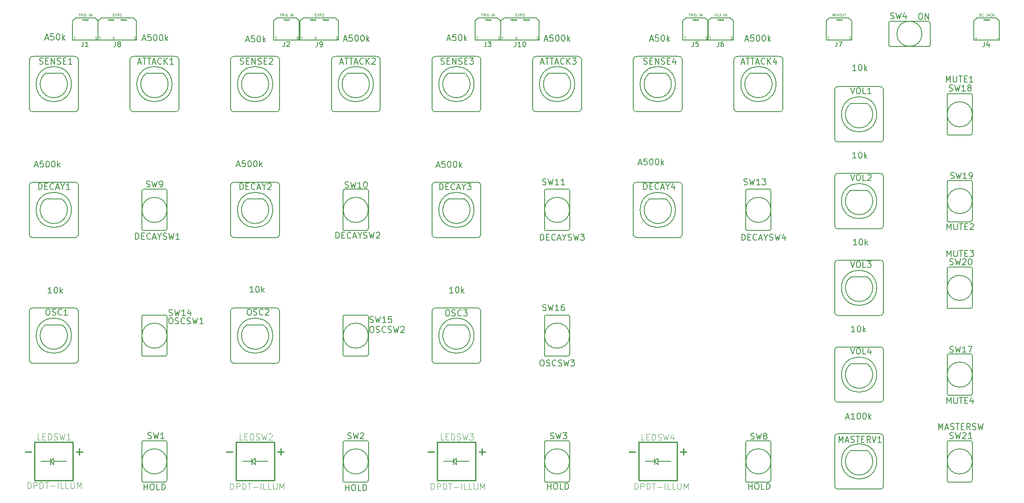
<source format=gbr>
%TF.GenerationSoftware,KiCad,Pcbnew,(2017-09-01 revision 8d1475135)-makepkg*%
%TF.CreationDate,2017-09-04T13:55:26-07:00*%
%TF.ProjectId,SM01,534D30312E6B696361645F7063620000,rev?*%
%TF.SameCoordinates,Original*%
%TF.FileFunction,Legend,Top*%
%TF.FilePolarity,Positive*%
%FSLAX46Y46*%
G04 Gerber Fmt 4.6, Leading zero omitted, Abs format (unit mm)*
G04 Created by KiCad (PCBNEW (2017-09-01 revision 8d1475135)-makepkg) date 09/04/17 13:55:26*
%MOMM*%
%LPD*%
G01*
G04 APERTURE LIST*
%ADD10C,0.127000*%
%ADD11C,0.150000*%
%ADD12C,0.254000*%
%ADD13C,0.152400*%
%ADD14C,0.125000*%
%ADD15C,0.062500*%
%ADD16C,0.101600*%
G04 APERTURE END LIST*
D10*
%TO.C,DECAY1*%
X13499837Y60001843D02*
G75*
G03X13499837Y60001843I-3500000J0D01*
G01*
X5145837Y64991943D02*
G75*
G02X5909737Y65501843I636900J-127000D01*
G01*
X14089937Y65501843D02*
X5909737Y65501843D01*
X14089937Y65501843D02*
G75*
G02X14853837Y64991943I127000J-636900D01*
G01*
X14853837Y55011743D02*
X14853837Y64991943D01*
X14853837Y55011743D02*
G75*
G02X14089937Y54501843I-636900J127000D01*
G01*
X5909737Y54501843D02*
X14089937Y54501843D01*
X5909737Y54501843D02*
G75*
G02X5145837Y55011743I-127000J636900D01*
G01*
X5145837Y64991943D02*
X5145837Y55011743D01*
D11*
X8349000Y62159000D02*
G75*
G03X11651000Y62159000I1651000J-2159000D01*
G01*
X11651000Y62159000D02*
X8349000Y62159000D01*
%TO.C,SENSE1*%
X11651000Y87159000D02*
X8349000Y87159000D01*
X8349000Y87159000D02*
G75*
G03X11651000Y87159000I1651000J-2159000D01*
G01*
D10*
X5145837Y89991943D02*
X5145837Y80011743D01*
X5909737Y79501843D02*
G75*
G02X5145837Y80011743I-127000J636900D01*
G01*
X5909737Y79501843D02*
X14089937Y79501843D01*
X14853837Y80011743D02*
G75*
G02X14089937Y79501843I-636900J127000D01*
G01*
X14853837Y80011743D02*
X14853837Y89991943D01*
X14089937Y90501843D02*
G75*
G02X14853837Y89991943I127000J-636900D01*
G01*
X14089937Y90501843D02*
X5909737Y90501843D01*
X5145837Y89991943D02*
G75*
G02X5909737Y90501843I636900J-127000D01*
G01*
X13499837Y85001843D02*
G75*
G03X13499837Y85001843I-3500000J0D01*
G01*
D11*
%TO.C,J9*%
X58928000Y97536000D02*
X58928000Y93726000D01*
X59563000Y98171000D02*
X58928000Y97536000D01*
X63373000Y98171000D02*
X59563000Y98171000D01*
X66548000Y97536000D02*
X65913000Y98171000D01*
X66548000Y93726000D02*
X66548000Y97536000D01*
X58928000Y93726000D02*
X64008000Y93726000D01*
X61468000Y93726000D02*
X66548000Y93726000D01*
X65913000Y98171000D02*
X62103000Y98171000D01*
%TO.C,J8*%
X25781000Y98171000D02*
X21971000Y98171000D01*
X21336000Y93726000D02*
X26416000Y93726000D01*
X18796000Y93726000D02*
X23876000Y93726000D01*
X26416000Y93726000D02*
X26416000Y97536000D01*
X26416000Y97536000D02*
X25781000Y98171000D01*
X23241000Y98171000D02*
X19431000Y98171000D01*
X19431000Y98171000D02*
X18796000Y97536000D01*
X18796000Y97536000D02*
X18796000Y93726000D01*
%TO.C,J10*%
X98806000Y97536000D02*
X98806000Y93726000D01*
X99441000Y98171000D02*
X98806000Y97536000D01*
X103251000Y98171000D02*
X99441000Y98171000D01*
X106426000Y97536000D02*
X105791000Y98171000D01*
X106426000Y93726000D02*
X106426000Y97536000D01*
X98806000Y93726000D02*
X103886000Y93726000D01*
X101346000Y93726000D02*
X106426000Y93726000D01*
X105791000Y98171000D02*
X101981000Y98171000D01*
D12*
%TO.C,LEDSW4*%
X124285000Y11905000D02*
X125555000Y11905000D01*
X134445000Y11905000D02*
X135715000Y11905000D01*
X135080000Y11270000D02*
X135080000Y12540000D01*
D10*
X129365000Y10000000D02*
X127460000Y10000000D01*
X129365000Y10000000D02*
X129365000Y9365000D01*
X129365000Y10635000D02*
X129365000Y10000000D01*
X130000000Y9365000D02*
X130000000Y10000000D01*
X129365000Y10000000D02*
X130000000Y9365000D01*
X130000000Y10635000D02*
X129365000Y10000000D01*
X130000000Y10000000D02*
X130000000Y10635000D01*
X132540000Y10000000D02*
X130000000Y10000000D01*
D12*
X133810000Y13810000D02*
X126190000Y13810000D01*
X133810000Y6190000D02*
X133810000Y13810000D01*
X126190000Y6190000D02*
X133810000Y6190000D01*
X126190000Y13810000D02*
X126190000Y6190000D01*
%TO.C,LEDSW3*%
X86190000Y13810000D02*
X86190000Y6190000D01*
X86190000Y6190000D02*
X93810000Y6190000D01*
X93810000Y6190000D02*
X93810000Y13810000D01*
X93810000Y13810000D02*
X86190000Y13810000D01*
D10*
X92540000Y10000000D02*
X90000000Y10000000D01*
X90000000Y10000000D02*
X90000000Y10635000D01*
X90000000Y10635000D02*
X89365000Y10000000D01*
X89365000Y10000000D02*
X90000000Y9365000D01*
X90000000Y9365000D02*
X90000000Y10000000D01*
X89365000Y10635000D02*
X89365000Y10000000D01*
X89365000Y10000000D02*
X89365000Y9365000D01*
X89365000Y10000000D02*
X87460000Y10000000D01*
D12*
X95080000Y11270000D02*
X95080000Y12540000D01*
X94445000Y11905000D02*
X95715000Y11905000D01*
X84285000Y11905000D02*
X85555000Y11905000D01*
%TO.C,LEDSW1*%
X4285000Y11905000D02*
X5555000Y11905000D01*
X14445000Y11905000D02*
X15715000Y11905000D01*
X15080000Y11270000D02*
X15080000Y12540000D01*
D10*
X9365000Y10000000D02*
X7460000Y10000000D01*
X9365000Y10000000D02*
X9365000Y9365000D01*
X9365000Y10635000D02*
X9365000Y10000000D01*
X10000000Y9365000D02*
X10000000Y10000000D01*
X9365000Y10000000D02*
X10000000Y9365000D01*
X10000000Y10635000D02*
X9365000Y10000000D01*
X10000000Y10000000D02*
X10000000Y10635000D01*
X12540000Y10000000D02*
X10000000Y10000000D01*
D12*
X13810000Y13810000D02*
X6190000Y13810000D01*
X13810000Y6190000D02*
X13810000Y13810000D01*
X6190000Y6190000D02*
X13810000Y6190000D01*
X6190000Y13810000D02*
X6190000Y6190000D01*
%TO.C,LEDSW2*%
X46190000Y13810000D02*
X46190000Y6190000D01*
X46190000Y6190000D02*
X53810000Y6190000D01*
X53810000Y6190000D02*
X53810000Y13810000D01*
X53810000Y13810000D02*
X46190000Y13810000D01*
D10*
X52540000Y10000000D02*
X50000000Y10000000D01*
X50000000Y10000000D02*
X50000000Y10635000D01*
X50000000Y10635000D02*
X49365000Y10000000D01*
X49365000Y10000000D02*
X50000000Y9365000D01*
X50000000Y9365000D02*
X50000000Y10000000D01*
X49365000Y10635000D02*
X49365000Y10000000D01*
X49365000Y10000000D02*
X49365000Y9365000D01*
X49365000Y10000000D02*
X47460000Y10000000D01*
D12*
X55080000Y11270000D02*
X55080000Y12540000D01*
X54445000Y11905000D02*
X55715000Y11905000D01*
X44285000Y11905000D02*
X45555000Y11905000D01*
D10*
%TO.C,SENSE2*%
X53499837Y85001843D02*
G75*
G03X53499837Y85001843I-3500000J0D01*
G01*
X45145837Y89991943D02*
G75*
G02X45909737Y90501843I636900J-127000D01*
G01*
X54089937Y90501843D02*
X45909737Y90501843D01*
X54089937Y90501843D02*
G75*
G02X54853837Y89991943I127000J-636900D01*
G01*
X54853837Y80011743D02*
X54853837Y89991943D01*
X54853837Y80011743D02*
G75*
G02X54089937Y79501843I-636900J127000D01*
G01*
X45909737Y79501843D02*
X54089937Y79501843D01*
X45909737Y79501843D02*
G75*
G02X45145837Y80011743I-127000J636900D01*
G01*
X45145837Y89991943D02*
X45145837Y80011743D01*
D11*
X48349000Y87159000D02*
G75*
G03X51651000Y87159000I1651000J-2159000D01*
G01*
X51651000Y87159000D02*
X48349000Y87159000D01*
%TO.C,SENSE3*%
X91651000Y87159000D02*
X88349000Y87159000D01*
X88349000Y87159000D02*
G75*
G03X91651000Y87159000I1651000J-2159000D01*
G01*
D10*
X85145837Y89991943D02*
X85145837Y80011743D01*
X85909737Y79501843D02*
G75*
G02X85145837Y80011743I-127000J636900D01*
G01*
X85909737Y79501843D02*
X94089937Y79501843D01*
X94853837Y80011743D02*
G75*
G02X94089937Y79501843I-636900J127000D01*
G01*
X94853837Y80011743D02*
X94853837Y89991943D01*
X94089937Y90501843D02*
G75*
G02X94853837Y89991943I127000J-636900D01*
G01*
X94089937Y90501843D02*
X85909737Y90501843D01*
X85145837Y89991943D02*
G75*
G02X85909737Y90501843I636900J-127000D01*
G01*
X93499837Y85001843D02*
G75*
G03X93499837Y85001843I-3500000J0D01*
G01*
%TO.C,SENSE4*%
X133499837Y85001843D02*
G75*
G03X133499837Y85001843I-3500000J0D01*
G01*
X125145837Y89991943D02*
G75*
G02X125909737Y90501843I636900J-127000D01*
G01*
X134089937Y90501843D02*
X125909737Y90501843D01*
X134089937Y90501843D02*
G75*
G02X134853837Y89991943I127000J-636900D01*
G01*
X134853837Y80011743D02*
X134853837Y89991943D01*
X134853837Y80011743D02*
G75*
G02X134089937Y79501843I-636900J127000D01*
G01*
X125909737Y79501843D02*
X134089937Y79501843D01*
X125909737Y79501843D02*
G75*
G02X125145837Y80011743I-127000J636900D01*
G01*
X125145837Y89991943D02*
X125145837Y80011743D01*
D11*
X128349000Y87159000D02*
G75*
G03X131651000Y87159000I1651000J-2159000D01*
G01*
X131651000Y87159000D02*
X128349000Y87159000D01*
%TO.C,ATTACK1*%
X31651000Y87159000D02*
X28349000Y87159000D01*
X28349000Y87159000D02*
G75*
G03X31651000Y87159000I1651000J-2159000D01*
G01*
D10*
X25145837Y89991943D02*
X25145837Y80011743D01*
X25909737Y79501843D02*
G75*
G02X25145837Y80011743I-127000J636900D01*
G01*
X25909737Y79501843D02*
X34089937Y79501843D01*
X34853837Y80011743D02*
G75*
G02X34089937Y79501843I-636900J127000D01*
G01*
X34853837Y80011743D02*
X34853837Y89991943D01*
X34089937Y90501843D02*
G75*
G02X34853837Y89991943I127000J-636900D01*
G01*
X34089937Y90501843D02*
X25909737Y90501843D01*
X25145837Y89991943D02*
G75*
G02X25909737Y90501843I636900J-127000D01*
G01*
X33499837Y85001843D02*
G75*
G03X33499837Y85001843I-3500000J0D01*
G01*
%TO.C,ATTACK4*%
X153499837Y85001843D02*
G75*
G03X153499837Y85001843I-3500000J0D01*
G01*
X145145837Y89991943D02*
G75*
G02X145909737Y90501843I636900J-127000D01*
G01*
X154089937Y90501843D02*
X145909737Y90501843D01*
X154089937Y90501843D02*
G75*
G02X154853837Y89991943I127000J-636900D01*
G01*
X154853837Y80011743D02*
X154853837Y89991943D01*
X154853837Y80011743D02*
G75*
G02X154089937Y79501843I-636900J127000D01*
G01*
X145909737Y79501843D02*
X154089937Y79501843D01*
X145909737Y79501843D02*
G75*
G02X145145837Y80011743I-127000J636900D01*
G01*
X145145837Y89991943D02*
X145145837Y80011743D01*
D11*
X148349000Y87159000D02*
G75*
G03X151651000Y87159000I1651000J-2159000D01*
G01*
X151651000Y87159000D02*
X148349000Y87159000D01*
%TO.C,ATTACK3*%
X111651000Y87159000D02*
X108349000Y87159000D01*
X108349000Y87159000D02*
G75*
G03X111651000Y87159000I1651000J-2159000D01*
G01*
D10*
X105145837Y89991943D02*
X105145837Y80011743D01*
X105909737Y79501843D02*
G75*
G02X105145837Y80011743I-127000J636900D01*
G01*
X105909737Y79501843D02*
X114089937Y79501843D01*
X114853837Y80011743D02*
G75*
G02X114089937Y79501843I-636900J127000D01*
G01*
X114853837Y80011743D02*
X114853837Y89991943D01*
X114089937Y90501843D02*
G75*
G02X114853837Y89991943I127000J-636900D01*
G01*
X114089937Y90501843D02*
X105909737Y90501843D01*
X105145837Y89991943D02*
G75*
G02X105909737Y90501843I636900J-127000D01*
G01*
X113499837Y85001843D02*
G75*
G03X113499837Y85001843I-3500000J0D01*
G01*
%TO.C,ATTACK2*%
X73499837Y85001843D02*
G75*
G03X73499837Y85001843I-3500000J0D01*
G01*
X65145837Y89991943D02*
G75*
G02X65909737Y90501843I636900J-127000D01*
G01*
X74089937Y90501843D02*
X65909737Y90501843D01*
X74089937Y90501843D02*
G75*
G02X74853837Y89991943I127000J-636900D01*
G01*
X74853837Y80011743D02*
X74853837Y89991943D01*
X74853837Y80011743D02*
G75*
G02X74089937Y79501843I-636900J127000D01*
G01*
X65909737Y79501843D02*
X74089937Y79501843D01*
X65909737Y79501843D02*
G75*
G02X65145837Y80011743I-127000J636900D01*
G01*
X65145837Y89991943D02*
X65145837Y80011743D01*
D11*
X68349000Y87159000D02*
G75*
G03X71651000Y87159000I1651000J-2159000D01*
G01*
X71651000Y87159000D02*
X68349000Y87159000D01*
%TO.C,VOL1*%
X171651000Y81159000D02*
X168349000Y81159000D01*
X168349000Y81159000D02*
G75*
G03X171651000Y81159000I1651000J-2159000D01*
G01*
D10*
X165145837Y83991943D02*
X165145837Y74011743D01*
X165909737Y73501843D02*
G75*
G02X165145837Y74011743I-127000J636900D01*
G01*
X165909737Y73501843D02*
X174089937Y73501843D01*
X174853837Y74011743D02*
G75*
G02X174089937Y73501843I-636900J127000D01*
G01*
X174853837Y74011743D02*
X174853837Y83991943D01*
X174089937Y84501843D02*
G75*
G02X174853837Y83991943I127000J-636900D01*
G01*
X174089937Y84501843D02*
X165909737Y84501843D01*
X165145837Y83991943D02*
G75*
G02X165909737Y84501843I636900J-127000D01*
G01*
X173499837Y79001843D02*
G75*
G03X173499837Y79001843I-3500000J0D01*
G01*
D11*
%TO.C,DECAY2*%
X51651000Y62159000D02*
X48349000Y62159000D01*
X48349000Y62159000D02*
G75*
G03X51651000Y62159000I1651000J-2159000D01*
G01*
D10*
X45145837Y64991943D02*
X45145837Y55011743D01*
X45909737Y54501843D02*
G75*
G02X45145837Y55011743I-127000J636900D01*
G01*
X45909737Y54501843D02*
X54089937Y54501843D01*
X54853837Y55011743D02*
G75*
G02X54089937Y54501843I-636900J127000D01*
G01*
X54853837Y55011743D02*
X54853837Y64991943D01*
X54089937Y65501843D02*
G75*
G02X54853837Y64991943I127000J-636900D01*
G01*
X54089937Y65501843D02*
X45909737Y65501843D01*
X45145837Y64991943D02*
G75*
G02X45909737Y65501843I636900J-127000D01*
G01*
X53499837Y60001843D02*
G75*
G03X53499837Y60001843I-3500000J0D01*
G01*
%TO.C,DECAY3*%
X93499837Y60001843D02*
G75*
G03X93499837Y60001843I-3500000J0D01*
G01*
X85145837Y64991943D02*
G75*
G02X85909737Y65501843I636900J-127000D01*
G01*
X94089937Y65501843D02*
X85909737Y65501843D01*
X94089937Y65501843D02*
G75*
G02X94853837Y64991943I127000J-636900D01*
G01*
X94853837Y55011743D02*
X94853837Y64991943D01*
X94853837Y55011743D02*
G75*
G02X94089937Y54501843I-636900J127000D01*
G01*
X85909737Y54501843D02*
X94089937Y54501843D01*
X85909737Y54501843D02*
G75*
G02X85145837Y55011743I-127000J636900D01*
G01*
X85145837Y64991943D02*
X85145837Y55011743D01*
D11*
X88349000Y62159000D02*
G75*
G03X91651000Y62159000I1651000J-2159000D01*
G01*
X91651000Y62159000D02*
X88349000Y62159000D01*
%TO.C,DECAY4*%
X131651000Y62159000D02*
X128349000Y62159000D01*
X128349000Y62159000D02*
G75*
G03X131651000Y62159000I1651000J-2159000D01*
G01*
D10*
X125145837Y64991943D02*
X125145837Y55011743D01*
X125909737Y54501843D02*
G75*
G02X125145837Y55011743I-127000J636900D01*
G01*
X125909737Y54501843D02*
X134089937Y54501843D01*
X134853837Y55011743D02*
G75*
G02X134089937Y54501843I-636900J127000D01*
G01*
X134853837Y55011743D02*
X134853837Y64991943D01*
X134089937Y65501843D02*
G75*
G02X134853837Y64991943I127000J-636900D01*
G01*
X134089937Y65501843D02*
X125909737Y65501843D01*
X125145837Y64991943D02*
G75*
G02X125909737Y65501843I636900J-127000D01*
G01*
X133499837Y60001843D02*
G75*
G03X133499837Y60001843I-3500000J0D01*
G01*
%TO.C,VOL2*%
X173499837Y61751843D02*
G75*
G03X173499837Y61751843I-3500000J0D01*
G01*
X165145837Y66741943D02*
G75*
G02X165909737Y67251843I636900J-127000D01*
G01*
X174089937Y67251843D02*
X165909737Y67251843D01*
X174089937Y67251843D02*
G75*
G02X174853837Y66741943I127000J-636900D01*
G01*
X174853837Y56761743D02*
X174853837Y66741943D01*
X174853837Y56761743D02*
G75*
G02X174089937Y56251843I-636900J127000D01*
G01*
X165909737Y56251843D02*
X174089937Y56251843D01*
X165909737Y56251843D02*
G75*
G02X165145837Y56761743I-127000J636900D01*
G01*
X165145837Y66741943D02*
X165145837Y56761743D01*
D11*
X168349000Y63909000D02*
G75*
G03X171651000Y63909000I1651000J-2159000D01*
G01*
X171651000Y63909000D02*
X168349000Y63909000D01*
%TO.C,VOL3*%
X171651000Y46659000D02*
X168349000Y46659000D01*
X168349000Y46659000D02*
G75*
G03X171651000Y46659000I1651000J-2159000D01*
G01*
D10*
X165145837Y49491943D02*
X165145837Y39511743D01*
X165909737Y39001843D02*
G75*
G02X165145837Y39511743I-127000J636900D01*
G01*
X165909737Y39001843D02*
X174089937Y39001843D01*
X174853837Y39511743D02*
G75*
G02X174089937Y39001843I-636900J127000D01*
G01*
X174853837Y39511743D02*
X174853837Y49491943D01*
X174089937Y50001843D02*
G75*
G02X174853837Y49491943I127000J-636900D01*
G01*
X174089937Y50001843D02*
X165909737Y50001843D01*
X165145837Y49491943D02*
G75*
G02X165909737Y50001843I636900J-127000D01*
G01*
X173499837Y44501843D02*
G75*
G03X173499837Y44501843I-3500000J0D01*
G01*
%TO.C,VOL4*%
X173499837Y27251843D02*
G75*
G03X173499837Y27251843I-3500000J0D01*
G01*
X165145837Y32241943D02*
G75*
G02X165909737Y32751843I636900J-127000D01*
G01*
X174089937Y32751843D02*
X165909737Y32751843D01*
X174089937Y32751843D02*
G75*
G02X174853837Y32241943I127000J-636900D01*
G01*
X174853837Y22261743D02*
X174853837Y32241943D01*
X174853837Y22261743D02*
G75*
G02X174089937Y21751843I-636900J127000D01*
G01*
X165909737Y21751843D02*
X174089937Y21751843D01*
X165909737Y21751843D02*
G75*
G02X165145837Y22261743I-127000J636900D01*
G01*
X165145837Y32241943D02*
X165145837Y22261743D01*
D11*
X168349000Y29409000D02*
G75*
G03X171651000Y29409000I1651000J-2159000D01*
G01*
X171651000Y29409000D02*
X168349000Y29409000D01*
%TO.C,MASTERV1*%
X171651000Y12159000D02*
X168349000Y12159000D01*
X168349000Y12159000D02*
G75*
G03X171651000Y12159000I1651000J-2159000D01*
G01*
D10*
X165145837Y14991943D02*
X165145837Y5011743D01*
X165909737Y4501843D02*
G75*
G02X165145837Y5011743I-127000J636900D01*
G01*
X165909737Y4501843D02*
X174089937Y4501843D01*
X174853837Y5011743D02*
G75*
G02X174089937Y4501843I-636900J127000D01*
G01*
X174853837Y5011743D02*
X174853837Y14991943D01*
X174089937Y15501843D02*
G75*
G02X174853837Y14991943I127000J-636900D01*
G01*
X174089937Y15501843D02*
X165909737Y15501843D01*
X165145837Y14991943D02*
G75*
G02X165909737Y15501843I636900J-127000D01*
G01*
X173499837Y10001843D02*
G75*
G03X173499837Y10001843I-3500000J0D01*
G01*
%TO.C,OSC1*%
X13499837Y35001843D02*
G75*
G03X13499837Y35001843I-3500000J0D01*
G01*
X5145837Y39991943D02*
G75*
G02X5909737Y40501843I636900J-127000D01*
G01*
X14089937Y40501843D02*
X5909737Y40501843D01*
X14089937Y40501843D02*
G75*
G02X14853837Y39991943I127000J-636900D01*
G01*
X14853837Y30011743D02*
X14853837Y39991943D01*
X14853837Y30011743D02*
G75*
G02X14089937Y29501843I-636900J127000D01*
G01*
X5909737Y29501843D02*
X14089937Y29501843D01*
X5909737Y29501843D02*
G75*
G02X5145837Y30011743I-127000J636900D01*
G01*
X5145837Y39991943D02*
X5145837Y30011743D01*
D11*
X8349000Y37159000D02*
G75*
G03X11651000Y37159000I1651000J-2159000D01*
G01*
X11651000Y37159000D02*
X8349000Y37159000D01*
%TO.C,OSC2*%
X51651000Y37159000D02*
X48349000Y37159000D01*
X48349000Y37159000D02*
G75*
G03X51651000Y37159000I1651000J-2159000D01*
G01*
D10*
X45145837Y39991943D02*
X45145837Y30011743D01*
X45909737Y29501843D02*
G75*
G02X45145837Y30011743I-127000J636900D01*
G01*
X45909737Y29501843D02*
X54089937Y29501843D01*
X54853837Y30011743D02*
G75*
G02X54089937Y29501843I-636900J127000D01*
G01*
X54853837Y30011743D02*
X54853837Y39991943D01*
X54089937Y40501843D02*
G75*
G02X54853837Y39991943I127000J-636900D01*
G01*
X54089937Y40501843D02*
X45909737Y40501843D01*
X45145837Y39991943D02*
G75*
G02X45909737Y40501843I636900J-127000D01*
G01*
X53499837Y35001843D02*
G75*
G03X53499837Y35001843I-3500000J0D01*
G01*
%TO.C,OSC3*%
X93499837Y35001843D02*
G75*
G03X93499837Y35001843I-3500000J0D01*
G01*
X85145837Y39991943D02*
G75*
G02X85909737Y40501843I636900J-127000D01*
G01*
X94089937Y40501843D02*
X85909737Y40501843D01*
X94089937Y40501843D02*
G75*
G02X94853837Y39991943I127000J-636900D01*
G01*
X94853837Y30011743D02*
X94853837Y39991943D01*
X94853837Y30011743D02*
G75*
G02X94089937Y29501843I-636900J127000D01*
G01*
X85909737Y29501843D02*
X94089937Y29501843D01*
X85909737Y29501843D02*
G75*
G02X85145837Y30011743I-127000J636900D01*
G01*
X85145837Y39991943D02*
X85145837Y30011743D01*
D11*
X88349000Y37159000D02*
G75*
G03X91651000Y37159000I1651000J-2159000D01*
G01*
X91651000Y37159000D02*
X88349000Y37159000D01*
D10*
%TO.C,SW1*%
X27854001Y14100001D02*
G75*
G03X27490000Y13846000I-55070J-308901D01*
G01*
X27854000Y14100000D02*
X32346000Y14100000D01*
X32510000Y13846000D02*
G75*
G03X32346000Y14100000I-209000J45000D01*
G01*
X32510000Y13846000D02*
X32510000Y6354000D01*
X32146000Y5900000D02*
G75*
G03X32510000Y6354000I-45000J409000D01*
G01*
X32146000Y5900000D02*
X27654000Y5900000D01*
X27489999Y6254000D02*
G75*
G03X27654000Y5900000I258901J-95046D01*
G01*
X27490000Y6254000D02*
X27490000Y13846000D01*
X32500000Y10000000D02*
G75*
G03X32500000Y10000000I-2500000J0D01*
G01*
%TO.C,SW2*%
X72500000Y10000000D02*
G75*
G03X72500000Y10000000I-2500000J0D01*
G01*
X67490000Y6254000D02*
X67490000Y13846000D01*
X67489999Y6254000D02*
G75*
G03X67654000Y5900000I258901J-95046D01*
G01*
X72146000Y5900000D02*
X67654000Y5900000D01*
X72146000Y5900000D02*
G75*
G03X72510000Y6354000I-45000J409000D01*
G01*
X72510000Y13846000D02*
X72510000Y6354000D01*
X72510000Y13846000D02*
G75*
G03X72346000Y14100000I-209000J45000D01*
G01*
X67854000Y14100000D02*
X72346000Y14100000D01*
X67854001Y14100001D02*
G75*
G03X67490000Y13846000I-55070J-308901D01*
G01*
%TO.C,SW3*%
X107854001Y14100001D02*
G75*
G03X107490000Y13846000I-55070J-308901D01*
G01*
X107854000Y14100000D02*
X112346000Y14100000D01*
X112510000Y13846000D02*
G75*
G03X112346000Y14100000I-209000J45000D01*
G01*
X112510000Y13846000D02*
X112510000Y6354000D01*
X112146000Y5900000D02*
G75*
G03X112510000Y6354000I-45000J409000D01*
G01*
X112146000Y5900000D02*
X107654000Y5900000D01*
X107489999Y6254000D02*
G75*
G03X107654000Y5900000I258901J-95046D01*
G01*
X107490000Y6254000D02*
X107490000Y13846000D01*
X112500000Y10000000D02*
G75*
G03X112500000Y10000000I-2500000J0D01*
G01*
%TO.C,SW4*%
X182500000Y95000000D02*
G75*
G03X182500000Y95000000I-2500000J0D01*
G01*
X183746000Y92490000D02*
X176154000Y92490000D01*
X183746000Y92489999D02*
G75*
G03X184100000Y92654000I95046J258901D01*
G01*
X184100000Y97146000D02*
X184100000Y92654000D01*
X184100000Y97146000D02*
G75*
G03X183646000Y97510000I-409000J-45000D01*
G01*
X176154000Y97510000D02*
X183646000Y97510000D01*
X176154000Y97510000D02*
G75*
G03X175900000Y97346000I-45000J-209000D01*
G01*
X175900000Y92854000D02*
X175900000Y97346000D01*
X175899999Y92854001D02*
G75*
G03X176154000Y92490000I308901J-55070D01*
G01*
%TO.C,SW8*%
X152500000Y10000000D02*
G75*
G03X152500000Y10000000I-2500000J0D01*
G01*
X147490000Y6254000D02*
X147490000Y13846000D01*
X147489999Y6254000D02*
G75*
G03X147654000Y5900000I258901J-95046D01*
G01*
X152146000Y5900000D02*
X147654000Y5900000D01*
X152146000Y5900000D02*
G75*
G03X152510000Y6354000I-45000J409000D01*
G01*
X152510000Y13846000D02*
X152510000Y6354000D01*
X152510000Y13846000D02*
G75*
G03X152346000Y14100000I-209000J45000D01*
G01*
X147854000Y14100000D02*
X152346000Y14100000D01*
X147854001Y14100001D02*
G75*
G03X147490000Y13846000I-55070J-308901D01*
G01*
%TO.C,SW9*%
X27854001Y64100001D02*
G75*
G03X27490000Y63846000I-55070J-308901D01*
G01*
X27854000Y64100000D02*
X32346000Y64100000D01*
X32510000Y63846000D02*
G75*
G03X32346000Y64100000I-209000J45000D01*
G01*
X32510000Y63846000D02*
X32510000Y56354000D01*
X32146000Y55900000D02*
G75*
G03X32510000Y56354000I-45000J409000D01*
G01*
X32146000Y55900000D02*
X27654000Y55900000D01*
X27489999Y56254000D02*
G75*
G03X27654000Y55900000I258901J-95046D01*
G01*
X27490000Y56254000D02*
X27490000Y63846000D01*
X32500000Y60000000D02*
G75*
G03X32500000Y60000000I-2500000J0D01*
G01*
%TO.C,SW10*%
X72500000Y60000000D02*
G75*
G03X72500000Y60000000I-2500000J0D01*
G01*
X67490000Y56254000D02*
X67490000Y63846000D01*
X67489999Y56254000D02*
G75*
G03X67654000Y55900000I258901J-95046D01*
G01*
X72146000Y55900000D02*
X67654000Y55900000D01*
X72146000Y55900000D02*
G75*
G03X72510000Y56354000I-45000J409000D01*
G01*
X72510000Y63846000D02*
X72510000Y56354000D01*
X72510000Y63846000D02*
G75*
G03X72346000Y64100000I-209000J45000D01*
G01*
X67854000Y64100000D02*
X72346000Y64100000D01*
X67854001Y64100001D02*
G75*
G03X67490000Y63846000I-55070J-308901D01*
G01*
%TO.C,SW11*%
X107854001Y64100001D02*
G75*
G03X107490000Y63846000I-55070J-308901D01*
G01*
X107854000Y64100000D02*
X112346000Y64100000D01*
X112510000Y63846000D02*
G75*
G03X112346000Y64100000I-209000J45000D01*
G01*
X112510000Y63846000D02*
X112510000Y56354000D01*
X112146000Y55900000D02*
G75*
G03X112510000Y56354000I-45000J409000D01*
G01*
X112146000Y55900000D02*
X107654000Y55900000D01*
X107489999Y56254000D02*
G75*
G03X107654000Y55900000I258901J-95046D01*
G01*
X107490000Y56254000D02*
X107490000Y63846000D01*
X112500000Y60000000D02*
G75*
G03X112500000Y60000000I-2500000J0D01*
G01*
%TO.C,SW13*%
X147854001Y64100001D02*
G75*
G03X147490000Y63846000I-55070J-308901D01*
G01*
X147854000Y64100000D02*
X152346000Y64100000D01*
X152510000Y63846000D02*
G75*
G03X152346000Y64100000I-209000J45000D01*
G01*
X152510000Y63846000D02*
X152510000Y56354000D01*
X152146000Y55900000D02*
G75*
G03X152510000Y56354000I-45000J409000D01*
G01*
X152146000Y55900000D02*
X147654000Y55900000D01*
X147489999Y56254000D02*
G75*
G03X147654000Y55900000I258901J-95046D01*
G01*
X147490000Y56254000D02*
X147490000Y63846000D01*
X152500000Y60000000D02*
G75*
G03X152500000Y60000000I-2500000J0D01*
G01*
%TO.C,SW14*%
X32500000Y35000000D02*
G75*
G03X32500000Y35000000I-2500000J0D01*
G01*
X27490000Y31254000D02*
X27490000Y38846000D01*
X27489999Y31254000D02*
G75*
G03X27654000Y30900000I258901J-95046D01*
G01*
X32146000Y30900000D02*
X27654000Y30900000D01*
X32146000Y30900000D02*
G75*
G03X32510000Y31354000I-45000J409000D01*
G01*
X32510000Y38846000D02*
X32510000Y31354000D01*
X32510000Y38846000D02*
G75*
G03X32346000Y39100000I-209000J45000D01*
G01*
X27854000Y39100000D02*
X32346000Y39100000D01*
X27854001Y39100001D02*
G75*
G03X27490000Y38846000I-55070J-308901D01*
G01*
%TO.C,SW15*%
X67854001Y39100001D02*
G75*
G03X67490000Y38846000I-55070J-308901D01*
G01*
X67854000Y39100000D02*
X72346000Y39100000D01*
X72510000Y38846000D02*
G75*
G03X72346000Y39100000I-209000J45000D01*
G01*
X72510000Y38846000D02*
X72510000Y31354000D01*
X72146000Y30900000D02*
G75*
G03X72510000Y31354000I-45000J409000D01*
G01*
X72146000Y30900000D02*
X67654000Y30900000D01*
X67489999Y31254000D02*
G75*
G03X67654000Y30900000I258901J-95046D01*
G01*
X67490000Y31254000D02*
X67490000Y38846000D01*
X72500000Y35000000D02*
G75*
G03X72500000Y35000000I-2500000J0D01*
G01*
%TO.C,SW16*%
X112500000Y35000000D02*
G75*
G03X112500000Y35000000I-2500000J0D01*
G01*
X107490000Y31254000D02*
X107490000Y38846000D01*
X107489999Y31254000D02*
G75*
G03X107654000Y30900000I258901J-95046D01*
G01*
X112146000Y30900000D02*
X107654000Y30900000D01*
X112146000Y30900000D02*
G75*
G03X112510000Y31354000I-45000J409000D01*
G01*
X112510000Y38846000D02*
X112510000Y31354000D01*
X112510000Y38846000D02*
G75*
G03X112346000Y39100000I-209000J45000D01*
G01*
X107854000Y39100000D02*
X112346000Y39100000D01*
X107854001Y39100001D02*
G75*
G03X107490000Y38846000I-55070J-308901D01*
G01*
%TO.C,SW17*%
X187854001Y31350001D02*
G75*
G03X187490000Y31096000I-55070J-308901D01*
G01*
X187854000Y31350000D02*
X192346000Y31350000D01*
X192510000Y31096000D02*
G75*
G03X192346000Y31350000I-209000J45000D01*
G01*
X192510000Y31096000D02*
X192510000Y23604000D01*
X192146000Y23150000D02*
G75*
G03X192510000Y23604000I-45000J409000D01*
G01*
X192146000Y23150000D02*
X187654000Y23150000D01*
X187489999Y23504000D02*
G75*
G03X187654000Y23150000I258901J-95046D01*
G01*
X187490000Y23504000D02*
X187490000Y31096000D01*
X192500000Y27250000D02*
G75*
G03X192500000Y27250000I-2500000J0D01*
G01*
%TO.C,SW18*%
X192500000Y79000000D02*
G75*
G03X192500000Y79000000I-2500000J0D01*
G01*
X187490000Y75254000D02*
X187490000Y82846000D01*
X187489999Y75254000D02*
G75*
G03X187654000Y74900000I258901J-95046D01*
G01*
X192146000Y74900000D02*
X187654000Y74900000D01*
X192146000Y74900000D02*
G75*
G03X192510000Y75354000I-45000J409000D01*
G01*
X192510000Y82846000D02*
X192510000Y75354000D01*
X192510000Y82846000D02*
G75*
G03X192346000Y83100000I-209000J45000D01*
G01*
X187854000Y83100000D02*
X192346000Y83100000D01*
X187854001Y83100001D02*
G75*
G03X187490000Y82846000I-55070J-308901D01*
G01*
%TO.C,SW19*%
X187854001Y65850001D02*
G75*
G03X187490000Y65596000I-55070J-308901D01*
G01*
X187854000Y65850000D02*
X192346000Y65850000D01*
X192510000Y65596000D02*
G75*
G03X192346000Y65850000I-209000J45000D01*
G01*
X192510000Y65596000D02*
X192510000Y58104000D01*
X192146000Y57650000D02*
G75*
G03X192510000Y58104000I-45000J409000D01*
G01*
X192146000Y57650000D02*
X187654000Y57650000D01*
X187489999Y58004000D02*
G75*
G03X187654000Y57650000I258901J-95046D01*
G01*
X187490000Y58004000D02*
X187490000Y65596000D01*
X192500000Y61750000D02*
G75*
G03X192500000Y61750000I-2500000J0D01*
G01*
%TO.C,SW20*%
X192500000Y44500000D02*
G75*
G03X192500000Y44500000I-2500000J0D01*
G01*
X187490000Y40754000D02*
X187490000Y48346000D01*
X187489999Y40754000D02*
G75*
G03X187654000Y40400000I258901J-95046D01*
G01*
X192146000Y40400000D02*
X187654000Y40400000D01*
X192146000Y40400000D02*
G75*
G03X192510000Y40854000I-45000J409000D01*
G01*
X192510000Y48346000D02*
X192510000Y40854000D01*
X192510000Y48346000D02*
G75*
G03X192346000Y48600000I-209000J45000D01*
G01*
X187854000Y48600000D02*
X192346000Y48600000D01*
X187854001Y48600001D02*
G75*
G03X187490000Y48346000I-55070J-308901D01*
G01*
%TO.C,SW21*%
X187854001Y14100001D02*
G75*
G03X187490000Y13846000I-55070J-308901D01*
G01*
X187854000Y14100000D02*
X192346000Y14100000D01*
X192510000Y13846000D02*
G75*
G03X192346000Y14100000I-209000J45000D01*
G01*
X192510000Y13846000D02*
X192510000Y6354000D01*
X192146000Y5900000D02*
G75*
G03X192510000Y6354000I-45000J409000D01*
G01*
X192146000Y5900000D02*
X187654000Y5900000D01*
X187489999Y6254000D02*
G75*
G03X187654000Y5900000I258901J-95046D01*
G01*
X187490000Y6254000D02*
X187490000Y13846000D01*
X192500000Y10000000D02*
G75*
G03X192500000Y10000000I-2500000J0D01*
G01*
D11*
%TO.C,J4*%
X192786000Y93726000D02*
X197866000Y93726000D01*
X197866000Y93726000D02*
X197866000Y97536000D01*
X197866000Y97536000D02*
X197231000Y98171000D01*
X197231000Y98171000D02*
X193421000Y98171000D01*
X193421000Y98171000D02*
X192786000Y97536000D01*
X192786000Y97536000D02*
X192786000Y93726000D01*
%TO.C,J1*%
X13710000Y97540000D02*
X13710000Y93730000D01*
X14345000Y98175000D02*
X13710000Y97540000D01*
X18155000Y98175000D02*
X14345000Y98175000D01*
X18790000Y97540000D02*
X18155000Y98175000D01*
X18790000Y93730000D02*
X18790000Y97540000D01*
X13710000Y93730000D02*
X18790000Y93730000D01*
%TO.C,J2*%
X53710000Y93730000D02*
X58790000Y93730000D01*
X58790000Y93730000D02*
X58790000Y97540000D01*
X58790000Y97540000D02*
X58155000Y98175000D01*
X58155000Y98175000D02*
X54345000Y98175000D01*
X54345000Y98175000D02*
X53710000Y97540000D01*
X53710000Y97540000D02*
X53710000Y93730000D01*
%TO.C,J3*%
X93710000Y97540000D02*
X93710000Y93730000D01*
X94345000Y98175000D02*
X93710000Y97540000D01*
X98155000Y98175000D02*
X94345000Y98175000D01*
X98790000Y97540000D02*
X98155000Y98175000D01*
X98790000Y93730000D02*
X98790000Y97540000D01*
X93710000Y93730000D02*
X98790000Y93730000D01*
%TO.C,J5*%
X134960000Y93730000D02*
X140040000Y93730000D01*
X140040000Y93730000D02*
X140040000Y97540000D01*
X140040000Y97540000D02*
X139405000Y98175000D01*
X139405000Y98175000D02*
X135595000Y98175000D01*
X135595000Y98175000D02*
X134960000Y97540000D01*
X134960000Y97540000D02*
X134960000Y93730000D01*
%TO.C,J6*%
X139960000Y97540000D02*
X139960000Y93730000D01*
X140595000Y98175000D02*
X139960000Y97540000D01*
X144405000Y98175000D02*
X140595000Y98175000D01*
X145040000Y97540000D02*
X144405000Y98175000D01*
X145040000Y93730000D02*
X145040000Y97540000D01*
X139960000Y93730000D02*
X145040000Y93730000D01*
%TO.C,J7*%
X163460000Y93730000D02*
X168540000Y93730000D01*
X168540000Y93730000D02*
X168540000Y97540000D01*
X168540000Y97540000D02*
X167905000Y98175000D01*
X167905000Y98175000D02*
X164095000Y98175000D01*
X164095000Y98175000D02*
X163460000Y97540000D01*
X163460000Y97540000D02*
X163460000Y93730000D01*
%TO.C,DECAY1*%
D13*
X6990321Y64065452D02*
X6990321Y65271952D01*
X7277583Y65271952D01*
X7449940Y65214500D01*
X7564845Y65099595D01*
X7622298Y64984690D01*
X7679750Y64754880D01*
X7679750Y64582523D01*
X7622298Y64352714D01*
X7564845Y64237809D01*
X7449940Y64122904D01*
X7277583Y64065452D01*
X6990321Y64065452D01*
X8196821Y64697428D02*
X8598988Y64697428D01*
X8771345Y64065452D02*
X8196821Y64065452D01*
X8196821Y65271952D01*
X8771345Y65271952D01*
X9977845Y64180357D02*
X9920393Y64122904D01*
X9748036Y64065452D01*
X9633131Y64065452D01*
X9460774Y64122904D01*
X9345869Y64237809D01*
X9288417Y64352714D01*
X9230964Y64582523D01*
X9230964Y64754880D01*
X9288417Y64984690D01*
X9345869Y65099595D01*
X9460774Y65214500D01*
X9633131Y65271952D01*
X9748036Y65271952D01*
X9920393Y65214500D01*
X9977845Y65157047D01*
X10437464Y64410166D02*
X11011988Y64410166D01*
X10322560Y64065452D02*
X10724726Y65271952D01*
X11126893Y64065452D01*
X11758869Y64639976D02*
X11758869Y64065452D01*
X11356702Y65271952D02*
X11758869Y64639976D01*
X12161036Y65271952D01*
X13195179Y64065452D02*
X12505750Y64065452D01*
X12850464Y64065452D02*
X12850464Y65271952D01*
X12735560Y65099595D01*
X12620655Y64984690D01*
X12505750Y64927238D01*
X6234369Y68855166D02*
X6808893Y68855166D01*
X6119464Y68510452D02*
X6521631Y69716952D01*
X6923798Y68510452D01*
X7900488Y69716952D02*
X7325964Y69716952D01*
X7268512Y69142428D01*
X7325964Y69199880D01*
X7440869Y69257333D01*
X7728131Y69257333D01*
X7843036Y69199880D01*
X7900488Y69142428D01*
X7957940Y69027523D01*
X7957940Y68740261D01*
X7900488Y68625357D01*
X7843036Y68567904D01*
X7728131Y68510452D01*
X7440869Y68510452D01*
X7325964Y68567904D01*
X7268512Y68625357D01*
X8704821Y69716952D02*
X8819726Y69716952D01*
X8934631Y69659500D01*
X8992083Y69602047D01*
X9049536Y69487142D01*
X9106988Y69257333D01*
X9106988Y68970071D01*
X9049536Y68740261D01*
X8992083Y68625357D01*
X8934631Y68567904D01*
X8819726Y68510452D01*
X8704821Y68510452D01*
X8589917Y68567904D01*
X8532464Y68625357D01*
X8475012Y68740261D01*
X8417560Y68970071D01*
X8417560Y69257333D01*
X8475012Y69487142D01*
X8532464Y69602047D01*
X8589917Y69659500D01*
X8704821Y69716952D01*
X9853869Y69716952D02*
X9968774Y69716952D01*
X10083679Y69659500D01*
X10141131Y69602047D01*
X10198583Y69487142D01*
X10256036Y69257333D01*
X10256036Y68970071D01*
X10198583Y68740261D01*
X10141131Y68625357D01*
X10083679Y68567904D01*
X9968774Y68510452D01*
X9853869Y68510452D01*
X9738964Y68567904D01*
X9681512Y68625357D01*
X9624060Y68740261D01*
X9566607Y68970071D01*
X9566607Y69257333D01*
X9624060Y69487142D01*
X9681512Y69602047D01*
X9738964Y69659500D01*
X9853869Y69716952D01*
X10773107Y68510452D02*
X10773107Y69716952D01*
X10888012Y68970071D02*
X11232726Y68510452D01*
X11232726Y69314785D02*
X10773107Y68855166D01*
%TO.C,SENSE1*%
X7186869Y89014904D02*
X7359226Y88957452D01*
X7646488Y88957452D01*
X7761393Y89014904D01*
X7818845Y89072357D01*
X7876298Y89187261D01*
X7876298Y89302166D01*
X7818845Y89417071D01*
X7761393Y89474523D01*
X7646488Y89531976D01*
X7416679Y89589428D01*
X7301774Y89646880D01*
X7244321Y89704333D01*
X7186869Y89819238D01*
X7186869Y89934142D01*
X7244321Y90049047D01*
X7301774Y90106500D01*
X7416679Y90163952D01*
X7703940Y90163952D01*
X7876298Y90106500D01*
X8393369Y89589428D02*
X8795536Y89589428D01*
X8967893Y88957452D02*
X8393369Y88957452D01*
X8393369Y90163952D01*
X8967893Y90163952D01*
X9484964Y88957452D02*
X9484964Y90163952D01*
X10174393Y88957452D01*
X10174393Y90163952D01*
X10691464Y89014904D02*
X10863821Y88957452D01*
X11151083Y88957452D01*
X11265988Y89014904D01*
X11323440Y89072357D01*
X11380893Y89187261D01*
X11380893Y89302166D01*
X11323440Y89417071D01*
X11265988Y89474523D01*
X11151083Y89531976D01*
X10921274Y89589428D01*
X10806369Y89646880D01*
X10748917Y89704333D01*
X10691464Y89819238D01*
X10691464Y89934142D01*
X10748917Y90049047D01*
X10806369Y90106500D01*
X10921274Y90163952D01*
X11208536Y90163952D01*
X11380893Y90106500D01*
X11897964Y89589428D02*
X12300131Y89589428D01*
X12472488Y88957452D02*
X11897964Y88957452D01*
X11897964Y90163952D01*
X12472488Y90163952D01*
X13621536Y88957452D02*
X12932107Y88957452D01*
X13276821Y88957452D02*
X13276821Y90163952D01*
X13161917Y89991595D01*
X13047012Y89876690D01*
X12932107Y89819238D01*
X8329869Y94128166D02*
X8904393Y94128166D01*
X8214964Y93783452D02*
X8617131Y94989952D01*
X9019298Y93783452D01*
X9995988Y94989952D02*
X9421464Y94989952D01*
X9364012Y94415428D01*
X9421464Y94472880D01*
X9536369Y94530333D01*
X9823631Y94530333D01*
X9938536Y94472880D01*
X9995988Y94415428D01*
X10053440Y94300523D01*
X10053440Y94013261D01*
X9995988Y93898357D01*
X9938536Y93840904D01*
X9823631Y93783452D01*
X9536369Y93783452D01*
X9421464Y93840904D01*
X9364012Y93898357D01*
X10800321Y94989952D02*
X10915226Y94989952D01*
X11030131Y94932500D01*
X11087583Y94875047D01*
X11145036Y94760142D01*
X11202488Y94530333D01*
X11202488Y94243071D01*
X11145036Y94013261D01*
X11087583Y93898357D01*
X11030131Y93840904D01*
X10915226Y93783452D01*
X10800321Y93783452D01*
X10685417Y93840904D01*
X10627964Y93898357D01*
X10570512Y94013261D01*
X10513060Y94243071D01*
X10513060Y94530333D01*
X10570512Y94760142D01*
X10627964Y94875047D01*
X10685417Y94932500D01*
X10800321Y94989952D01*
X11719560Y93783452D02*
X11719560Y94989952D01*
X11834464Y94243071D02*
X12179179Y93783452D01*
X12179179Y94587785D02*
X11719560Y94128166D01*
%TO.C,J9*%
D11*
X62404666Y93448119D02*
X62404666Y92733833D01*
X62357047Y92590976D01*
X62261809Y92495738D01*
X62118952Y92448119D01*
X62023714Y92448119D01*
X62928476Y92448119D02*
X63118952Y92448119D01*
X63214190Y92495738D01*
X63261809Y92543357D01*
X63357047Y92686214D01*
X63404666Y92876690D01*
X63404666Y93257642D01*
X63357047Y93352880D01*
X63309428Y93400500D01*
X63214190Y93448119D01*
X63023714Y93448119D01*
X62928476Y93400500D01*
X62880857Y93352880D01*
X62833238Y93257642D01*
X62833238Y93019547D01*
X62880857Y92924309D01*
X62928476Y92876690D01*
X63023714Y92829071D01*
X63214190Y92829071D01*
X63309428Y92876690D01*
X63357047Y92924309D01*
X63404666Y93019547D01*
D14*
X61904666Y98778214D02*
X62071333Y98778214D01*
X62142761Y98516309D02*
X61904666Y98516309D01*
X61904666Y99016309D01*
X62142761Y99016309D01*
X62309428Y99016309D02*
X62642761Y98516309D01*
X62642761Y99016309D02*
X62309428Y98516309D01*
X62833238Y98516309D02*
X62833238Y99016309D01*
X63023714Y99016309D01*
X63071333Y98992500D01*
X63095142Y98968690D01*
X63118952Y98921071D01*
X63118952Y98849642D01*
X63095142Y98802023D01*
X63071333Y98778214D01*
X63023714Y98754404D01*
X62833238Y98754404D01*
X63309428Y98968690D02*
X63333238Y98992500D01*
X63380857Y99016309D01*
X63499904Y99016309D01*
X63547523Y98992500D01*
X63571333Y98968690D01*
X63595142Y98921071D01*
X63595142Y98873452D01*
X63571333Y98802023D01*
X63285619Y98516309D01*
X63595142Y98516309D01*
D15*
X60878714Y97688809D02*
X60914428Y97676904D01*
X60973952Y97676904D01*
X60997761Y97688809D01*
X61009666Y97700714D01*
X61021571Y97724523D01*
X61021571Y97748333D01*
X61009666Y97772142D01*
X60997761Y97784047D01*
X60973952Y97795952D01*
X60926333Y97807857D01*
X60902523Y97819761D01*
X60890619Y97831666D01*
X60878714Y97855476D01*
X60878714Y97879285D01*
X60890619Y97903095D01*
X60902523Y97915000D01*
X60926333Y97926904D01*
X60985857Y97926904D01*
X61021571Y97915000D01*
X61093000Y97926904D02*
X61235857Y97926904D01*
X61164428Y97676904D02*
X61164428Y97926904D01*
X61462047Y97676904D02*
X61378714Y97795952D01*
X61319190Y97676904D02*
X61319190Y97926904D01*
X61414428Y97926904D01*
X61438238Y97915000D01*
X61450142Y97903095D01*
X61462047Y97879285D01*
X61462047Y97843571D01*
X61450142Y97819761D01*
X61438238Y97807857D01*
X61414428Y97795952D01*
X61319190Y97795952D01*
X61557285Y97748333D02*
X61676333Y97748333D01*
X61533476Y97676904D02*
X61616809Y97926904D01*
X61700142Y97676904D01*
X61783476Y97676904D02*
X61783476Y97926904D01*
X61902523Y97676904D02*
X61902523Y97926904D01*
X62045380Y97676904D01*
X62045380Y97926904D01*
D14*
X66095142Y93943619D02*
X66166571Y93919809D01*
X66285619Y93919809D01*
X66333238Y93943619D01*
X66357047Y93967428D01*
X66380857Y94015047D01*
X66380857Y94062666D01*
X66357047Y94110285D01*
X66333238Y94134095D01*
X66285619Y94157904D01*
X66190380Y94181714D01*
X66142761Y94205523D01*
X66118952Y94229333D01*
X66095142Y94276952D01*
X66095142Y94324571D01*
X66118952Y94372190D01*
X66142761Y94396000D01*
X66190380Y94419809D01*
X66309428Y94419809D01*
X66380857Y94396000D01*
X59095142Y94394809D02*
X59380857Y94394809D01*
X59238000Y93894809D02*
X59238000Y94394809D01*
X62167761Y93894809D02*
X62001095Y94132904D01*
X61882047Y93894809D02*
X61882047Y94394809D01*
X62072523Y94394809D01*
X62120142Y94371000D01*
X62143952Y94347190D01*
X62167761Y94299571D01*
X62167761Y94228142D01*
X62143952Y94180523D01*
X62120142Y94156714D01*
X62072523Y94132904D01*
X61882047Y94132904D01*
D15*
X63418714Y97688809D02*
X63454428Y97676904D01*
X63513952Y97676904D01*
X63537761Y97688809D01*
X63549666Y97700714D01*
X63561571Y97724523D01*
X63561571Y97748333D01*
X63549666Y97772142D01*
X63537761Y97784047D01*
X63513952Y97795952D01*
X63466333Y97807857D01*
X63442523Y97819761D01*
X63430619Y97831666D01*
X63418714Y97855476D01*
X63418714Y97879285D01*
X63430619Y97903095D01*
X63442523Y97915000D01*
X63466333Y97926904D01*
X63525857Y97926904D01*
X63561571Y97915000D01*
X63633000Y97926904D02*
X63775857Y97926904D01*
X63704428Y97676904D02*
X63704428Y97926904D01*
X64002047Y97676904D02*
X63918714Y97795952D01*
X63859190Y97676904D02*
X63859190Y97926904D01*
X63954428Y97926904D01*
X63978238Y97915000D01*
X63990142Y97903095D01*
X64002047Y97879285D01*
X64002047Y97843571D01*
X63990142Y97819761D01*
X63978238Y97807857D01*
X63954428Y97795952D01*
X63859190Y97795952D01*
X64097285Y97748333D02*
X64216333Y97748333D01*
X64073476Y97676904D02*
X64156809Y97926904D01*
X64240142Y97676904D01*
X64323476Y97676904D02*
X64323476Y97926904D01*
X64442523Y97676904D02*
X64442523Y97926904D01*
X64585380Y97676904D01*
X64585380Y97926904D01*
%TO.C,J8*%
D11*
X22272666Y93448119D02*
X22272666Y92733833D01*
X22225047Y92590976D01*
X22129809Y92495738D01*
X21986952Y92448119D01*
X21891714Y92448119D01*
X22891714Y93019547D02*
X22796476Y93067166D01*
X22748857Y93114785D01*
X22701238Y93210023D01*
X22701238Y93257642D01*
X22748857Y93352880D01*
X22796476Y93400500D01*
X22891714Y93448119D01*
X23082190Y93448119D01*
X23177428Y93400500D01*
X23225047Y93352880D01*
X23272666Y93257642D01*
X23272666Y93210023D01*
X23225047Y93114785D01*
X23177428Y93067166D01*
X23082190Y93019547D01*
X22891714Y93019547D01*
X22796476Y92971928D01*
X22748857Y92924309D01*
X22701238Y92829071D01*
X22701238Y92638595D01*
X22748857Y92543357D01*
X22796476Y92495738D01*
X22891714Y92448119D01*
X23082190Y92448119D01*
X23177428Y92495738D01*
X23225047Y92543357D01*
X23272666Y92638595D01*
X23272666Y92829071D01*
X23225047Y92924309D01*
X23177428Y92971928D01*
X23082190Y93019547D01*
D14*
X21772666Y98778214D02*
X21939333Y98778214D01*
X22010761Y98516309D02*
X21772666Y98516309D01*
X21772666Y99016309D01*
X22010761Y99016309D01*
X22177428Y99016309D02*
X22510761Y98516309D01*
X22510761Y99016309D02*
X22177428Y98516309D01*
X22701238Y98516309D02*
X22701238Y99016309D01*
X22891714Y99016309D01*
X22939333Y98992500D01*
X22963142Y98968690D01*
X22986952Y98921071D01*
X22986952Y98849642D01*
X22963142Y98802023D01*
X22939333Y98778214D01*
X22891714Y98754404D01*
X22701238Y98754404D01*
X23463142Y98516309D02*
X23177428Y98516309D01*
X23320285Y98516309D02*
X23320285Y99016309D01*
X23272666Y98944880D01*
X23225047Y98897261D01*
X23177428Y98873452D01*
D15*
X23286714Y97688809D02*
X23322428Y97676904D01*
X23381952Y97676904D01*
X23405761Y97688809D01*
X23417666Y97700714D01*
X23429571Y97724523D01*
X23429571Y97748333D01*
X23417666Y97772142D01*
X23405761Y97784047D01*
X23381952Y97795952D01*
X23334333Y97807857D01*
X23310523Y97819761D01*
X23298619Y97831666D01*
X23286714Y97855476D01*
X23286714Y97879285D01*
X23298619Y97903095D01*
X23310523Y97915000D01*
X23334333Y97926904D01*
X23393857Y97926904D01*
X23429571Y97915000D01*
X23501000Y97926904D02*
X23643857Y97926904D01*
X23572428Y97676904D02*
X23572428Y97926904D01*
X23870047Y97676904D02*
X23786714Y97795952D01*
X23727190Y97676904D02*
X23727190Y97926904D01*
X23822428Y97926904D01*
X23846238Y97915000D01*
X23858142Y97903095D01*
X23870047Y97879285D01*
X23870047Y97843571D01*
X23858142Y97819761D01*
X23846238Y97807857D01*
X23822428Y97795952D01*
X23727190Y97795952D01*
X23965285Y97748333D02*
X24084333Y97748333D01*
X23941476Y97676904D02*
X24024809Y97926904D01*
X24108142Y97676904D01*
X24191476Y97676904D02*
X24191476Y97926904D01*
X24310523Y97676904D02*
X24310523Y97926904D01*
X24453380Y97676904D01*
X24453380Y97926904D01*
D14*
X22035761Y93894809D02*
X21869095Y94132904D01*
X21750047Y93894809D02*
X21750047Y94394809D01*
X21940523Y94394809D01*
X21988142Y94371000D01*
X22011952Y94347190D01*
X22035761Y94299571D01*
X22035761Y94228142D01*
X22011952Y94180523D01*
X21988142Y94156714D01*
X21940523Y94132904D01*
X21750047Y94132904D01*
X18963142Y94394809D02*
X19248857Y94394809D01*
X19106000Y93894809D02*
X19106000Y94394809D01*
X25963142Y93943619D02*
X26034571Y93919809D01*
X26153619Y93919809D01*
X26201238Y93943619D01*
X26225047Y93967428D01*
X26248857Y94015047D01*
X26248857Y94062666D01*
X26225047Y94110285D01*
X26201238Y94134095D01*
X26153619Y94157904D01*
X26058380Y94181714D01*
X26010761Y94205523D01*
X25986952Y94229333D01*
X25963142Y94276952D01*
X25963142Y94324571D01*
X25986952Y94372190D01*
X26010761Y94396000D01*
X26058380Y94419809D01*
X26177428Y94419809D01*
X26248857Y94396000D01*
D15*
X20746714Y97688809D02*
X20782428Y97676904D01*
X20841952Y97676904D01*
X20865761Y97688809D01*
X20877666Y97700714D01*
X20889571Y97724523D01*
X20889571Y97748333D01*
X20877666Y97772142D01*
X20865761Y97784047D01*
X20841952Y97795952D01*
X20794333Y97807857D01*
X20770523Y97819761D01*
X20758619Y97831666D01*
X20746714Y97855476D01*
X20746714Y97879285D01*
X20758619Y97903095D01*
X20770523Y97915000D01*
X20794333Y97926904D01*
X20853857Y97926904D01*
X20889571Y97915000D01*
X20961000Y97926904D02*
X21103857Y97926904D01*
X21032428Y97676904D02*
X21032428Y97926904D01*
X21330047Y97676904D02*
X21246714Y97795952D01*
X21187190Y97676904D02*
X21187190Y97926904D01*
X21282428Y97926904D01*
X21306238Y97915000D01*
X21318142Y97903095D01*
X21330047Y97879285D01*
X21330047Y97843571D01*
X21318142Y97819761D01*
X21306238Y97807857D01*
X21282428Y97795952D01*
X21187190Y97795952D01*
X21425285Y97748333D02*
X21544333Y97748333D01*
X21401476Y97676904D02*
X21484809Y97926904D01*
X21568142Y97676904D01*
X21651476Y97676904D02*
X21651476Y97926904D01*
X21770523Y97676904D02*
X21770523Y97926904D01*
X21913380Y97676904D01*
X21913380Y97926904D01*
%TO.C,J10*%
D11*
X101806476Y93448119D02*
X101806476Y92733833D01*
X101758857Y92590976D01*
X101663619Y92495738D01*
X101520761Y92448119D01*
X101425523Y92448119D01*
X102806476Y92448119D02*
X102235047Y92448119D01*
X102520761Y92448119D02*
X102520761Y93448119D01*
X102425523Y93305261D01*
X102330285Y93210023D01*
X102235047Y93162404D01*
X103425523Y93448119D02*
X103520761Y93448119D01*
X103616000Y93400500D01*
X103663619Y93352880D01*
X103711238Y93257642D01*
X103758857Y93067166D01*
X103758857Y92829071D01*
X103711238Y92638595D01*
X103663619Y92543357D01*
X103616000Y92495738D01*
X103520761Y92448119D01*
X103425523Y92448119D01*
X103330285Y92495738D01*
X103282666Y92543357D01*
X103235047Y92638595D01*
X103187428Y92829071D01*
X103187428Y93067166D01*
X103235047Y93257642D01*
X103282666Y93352880D01*
X103330285Y93400500D01*
X103425523Y93448119D01*
D14*
X101782666Y98778214D02*
X101949333Y98778214D01*
X102020761Y98516309D02*
X101782666Y98516309D01*
X101782666Y99016309D01*
X102020761Y99016309D01*
X102187428Y99016309D02*
X102520761Y98516309D01*
X102520761Y99016309D02*
X102187428Y98516309D01*
X102711238Y98516309D02*
X102711238Y99016309D01*
X102901714Y99016309D01*
X102949333Y98992500D01*
X102973142Y98968690D01*
X102996952Y98921071D01*
X102996952Y98849642D01*
X102973142Y98802023D01*
X102949333Y98778214D01*
X102901714Y98754404D01*
X102711238Y98754404D01*
X103163619Y99016309D02*
X103473142Y99016309D01*
X103306476Y98825833D01*
X103377904Y98825833D01*
X103425523Y98802023D01*
X103449333Y98778214D01*
X103473142Y98730595D01*
X103473142Y98611547D01*
X103449333Y98563928D01*
X103425523Y98540119D01*
X103377904Y98516309D01*
X103235047Y98516309D01*
X103187428Y98540119D01*
X103163619Y98563928D01*
D15*
X100756714Y97688809D02*
X100792428Y97676904D01*
X100851952Y97676904D01*
X100875761Y97688809D01*
X100887666Y97700714D01*
X100899571Y97724523D01*
X100899571Y97748333D01*
X100887666Y97772142D01*
X100875761Y97784047D01*
X100851952Y97795952D01*
X100804333Y97807857D01*
X100780523Y97819761D01*
X100768619Y97831666D01*
X100756714Y97855476D01*
X100756714Y97879285D01*
X100768619Y97903095D01*
X100780523Y97915000D01*
X100804333Y97926904D01*
X100863857Y97926904D01*
X100899571Y97915000D01*
X100971000Y97926904D02*
X101113857Y97926904D01*
X101042428Y97676904D02*
X101042428Y97926904D01*
X101340047Y97676904D02*
X101256714Y97795952D01*
X101197190Y97676904D02*
X101197190Y97926904D01*
X101292428Y97926904D01*
X101316238Y97915000D01*
X101328142Y97903095D01*
X101340047Y97879285D01*
X101340047Y97843571D01*
X101328142Y97819761D01*
X101316238Y97807857D01*
X101292428Y97795952D01*
X101197190Y97795952D01*
X101435285Y97748333D02*
X101554333Y97748333D01*
X101411476Y97676904D02*
X101494809Y97926904D01*
X101578142Y97676904D01*
X101661476Y97676904D02*
X101661476Y97926904D01*
X101780523Y97676904D02*
X101780523Y97926904D01*
X101923380Y97676904D01*
X101923380Y97926904D01*
D14*
X105973142Y93943619D02*
X106044571Y93919809D01*
X106163619Y93919809D01*
X106211238Y93943619D01*
X106235047Y93967428D01*
X106258857Y94015047D01*
X106258857Y94062666D01*
X106235047Y94110285D01*
X106211238Y94134095D01*
X106163619Y94157904D01*
X106068380Y94181714D01*
X106020761Y94205523D01*
X105996952Y94229333D01*
X105973142Y94276952D01*
X105973142Y94324571D01*
X105996952Y94372190D01*
X106020761Y94396000D01*
X106068380Y94419809D01*
X106187428Y94419809D01*
X106258857Y94396000D01*
X98973142Y94394809D02*
X99258857Y94394809D01*
X99116000Y93894809D02*
X99116000Y94394809D01*
X102045761Y93894809D02*
X101879095Y94132904D01*
X101760047Y93894809D02*
X101760047Y94394809D01*
X101950523Y94394809D01*
X101998142Y94371000D01*
X102021952Y94347190D01*
X102045761Y94299571D01*
X102045761Y94228142D01*
X102021952Y94180523D01*
X101998142Y94156714D01*
X101950523Y94132904D01*
X101760047Y94132904D01*
D15*
X103296714Y97688809D02*
X103332428Y97676904D01*
X103391952Y97676904D01*
X103415761Y97688809D01*
X103427666Y97700714D01*
X103439571Y97724523D01*
X103439571Y97748333D01*
X103427666Y97772142D01*
X103415761Y97784047D01*
X103391952Y97795952D01*
X103344333Y97807857D01*
X103320523Y97819761D01*
X103308619Y97831666D01*
X103296714Y97855476D01*
X103296714Y97879285D01*
X103308619Y97903095D01*
X103320523Y97915000D01*
X103344333Y97926904D01*
X103403857Y97926904D01*
X103439571Y97915000D01*
X103511000Y97926904D02*
X103653857Y97926904D01*
X103582428Y97676904D02*
X103582428Y97926904D01*
X103880047Y97676904D02*
X103796714Y97795952D01*
X103737190Y97676904D02*
X103737190Y97926904D01*
X103832428Y97926904D01*
X103856238Y97915000D01*
X103868142Y97903095D01*
X103880047Y97879285D01*
X103880047Y97843571D01*
X103868142Y97819761D01*
X103856238Y97807857D01*
X103832428Y97795952D01*
X103737190Y97795952D01*
X103975285Y97748333D02*
X104094333Y97748333D01*
X103951476Y97676904D02*
X104034809Y97926904D01*
X104118142Y97676904D01*
X104201476Y97676904D02*
X104201476Y97926904D01*
X104320523Y97676904D02*
X104320523Y97926904D01*
X104463380Y97676904D01*
X104463380Y97926904D01*
%TO.C,LEDSW4*%
D16*
X127356325Y14217952D02*
X126781801Y14217952D01*
X126781801Y15424452D01*
X127758492Y14849928D02*
X128160659Y14849928D01*
X128333016Y14217952D02*
X127758492Y14217952D01*
X127758492Y15424452D01*
X128333016Y15424452D01*
X128850087Y14217952D02*
X128850087Y15424452D01*
X129137349Y15424452D01*
X129309706Y15367000D01*
X129424611Y15252095D01*
X129482063Y15137190D01*
X129539516Y14907380D01*
X129539516Y14735023D01*
X129482063Y14505214D01*
X129424611Y14390309D01*
X129309706Y14275404D01*
X129137349Y14217952D01*
X128850087Y14217952D01*
X129999135Y14275404D02*
X130171492Y14217952D01*
X130458754Y14217952D01*
X130573659Y14275404D01*
X130631111Y14332857D01*
X130688563Y14447761D01*
X130688563Y14562666D01*
X130631111Y14677571D01*
X130573659Y14735023D01*
X130458754Y14792476D01*
X130228944Y14849928D01*
X130114040Y14907380D01*
X130056587Y14964833D01*
X129999135Y15079738D01*
X129999135Y15194642D01*
X130056587Y15309547D01*
X130114040Y15367000D01*
X130228944Y15424452D01*
X130516206Y15424452D01*
X130688563Y15367000D01*
X131090730Y15424452D02*
X131377992Y14217952D01*
X131607801Y15079738D01*
X131837611Y14217952D01*
X132124873Y15424452D01*
X133101563Y15022285D02*
X133101563Y14217952D01*
X132814301Y15481904D02*
X132527040Y14620119D01*
X133273920Y14620119D01*
X125384801Y4438952D02*
X125384801Y5645452D01*
X125672063Y5645452D01*
X125844420Y5588000D01*
X125959325Y5473095D01*
X126016778Y5358190D01*
X126074230Y5128380D01*
X126074230Y4956023D01*
X126016778Y4726214D01*
X125959325Y4611309D01*
X125844420Y4496404D01*
X125672063Y4438952D01*
X125384801Y4438952D01*
X126591301Y4438952D02*
X126591301Y5645452D01*
X127050920Y5645452D01*
X127165825Y5588000D01*
X127223278Y5530547D01*
X127280730Y5415642D01*
X127280730Y5243285D01*
X127223278Y5128380D01*
X127165825Y5070928D01*
X127050920Y5013476D01*
X126591301Y5013476D01*
X127797801Y4438952D02*
X127797801Y5645452D01*
X128085063Y5645452D01*
X128257420Y5588000D01*
X128372325Y5473095D01*
X128429778Y5358190D01*
X128487230Y5128380D01*
X128487230Y4956023D01*
X128429778Y4726214D01*
X128372325Y4611309D01*
X128257420Y4496404D01*
X128085063Y4438952D01*
X127797801Y4438952D01*
X128831944Y5645452D02*
X129521373Y5645452D01*
X129176659Y4438952D02*
X129176659Y5645452D01*
X129923540Y4898571D02*
X130842778Y4898571D01*
X131417301Y4438952D02*
X131417301Y5645452D01*
X132566349Y4438952D02*
X131991825Y4438952D01*
X131991825Y5645452D01*
X133543040Y4438952D02*
X132968516Y4438952D01*
X132968516Y5645452D01*
X133945206Y5645452D02*
X133945206Y4668761D01*
X134002659Y4553857D01*
X134060111Y4496404D01*
X134175016Y4438952D01*
X134404825Y4438952D01*
X134519730Y4496404D01*
X134577182Y4553857D01*
X134634635Y4668761D01*
X134634635Y5645452D01*
X135209159Y4438952D02*
X135209159Y5645452D01*
X135611325Y4783666D01*
X136013492Y5645452D01*
X136013492Y4438952D01*
%TO.C,LEDSW3*%
X87478325Y14281452D02*
X86903801Y14281452D01*
X86903801Y15487952D01*
X87880492Y14913428D02*
X88282659Y14913428D01*
X88455016Y14281452D02*
X87880492Y14281452D01*
X87880492Y15487952D01*
X88455016Y15487952D01*
X88972087Y14281452D02*
X88972087Y15487952D01*
X89259349Y15487952D01*
X89431706Y15430500D01*
X89546611Y15315595D01*
X89604063Y15200690D01*
X89661516Y14970880D01*
X89661516Y14798523D01*
X89604063Y14568714D01*
X89546611Y14453809D01*
X89431706Y14338904D01*
X89259349Y14281452D01*
X88972087Y14281452D01*
X90121135Y14338904D02*
X90293492Y14281452D01*
X90580754Y14281452D01*
X90695659Y14338904D01*
X90753111Y14396357D01*
X90810563Y14511261D01*
X90810563Y14626166D01*
X90753111Y14741071D01*
X90695659Y14798523D01*
X90580754Y14855976D01*
X90350944Y14913428D01*
X90236040Y14970880D01*
X90178587Y15028333D01*
X90121135Y15143238D01*
X90121135Y15258142D01*
X90178587Y15373047D01*
X90236040Y15430500D01*
X90350944Y15487952D01*
X90638206Y15487952D01*
X90810563Y15430500D01*
X91212730Y15487952D02*
X91499992Y14281452D01*
X91729801Y15143238D01*
X91959611Y14281452D01*
X92246873Y15487952D01*
X92591587Y15487952D02*
X93338468Y15487952D01*
X92936301Y15028333D01*
X93108659Y15028333D01*
X93223563Y14970880D01*
X93281016Y14913428D01*
X93338468Y14798523D01*
X93338468Y14511261D01*
X93281016Y14396357D01*
X93223563Y14338904D01*
X93108659Y14281452D01*
X92763944Y14281452D01*
X92649040Y14338904D01*
X92591587Y14396357D01*
X84935301Y4438952D02*
X84935301Y5645452D01*
X85222563Y5645452D01*
X85394920Y5588000D01*
X85509825Y5473095D01*
X85567278Y5358190D01*
X85624730Y5128380D01*
X85624730Y4956023D01*
X85567278Y4726214D01*
X85509825Y4611309D01*
X85394920Y4496404D01*
X85222563Y4438952D01*
X84935301Y4438952D01*
X86141801Y4438952D02*
X86141801Y5645452D01*
X86601420Y5645452D01*
X86716325Y5588000D01*
X86773778Y5530547D01*
X86831230Y5415642D01*
X86831230Y5243285D01*
X86773778Y5128380D01*
X86716325Y5070928D01*
X86601420Y5013476D01*
X86141801Y5013476D01*
X87348301Y4438952D02*
X87348301Y5645452D01*
X87635563Y5645452D01*
X87807920Y5588000D01*
X87922825Y5473095D01*
X87980278Y5358190D01*
X88037730Y5128380D01*
X88037730Y4956023D01*
X87980278Y4726214D01*
X87922825Y4611309D01*
X87807920Y4496404D01*
X87635563Y4438952D01*
X87348301Y4438952D01*
X88382444Y5645452D02*
X89071873Y5645452D01*
X88727159Y4438952D02*
X88727159Y5645452D01*
X89474040Y4898571D02*
X90393278Y4898571D01*
X90967801Y4438952D02*
X90967801Y5645452D01*
X92116849Y4438952D02*
X91542325Y4438952D01*
X91542325Y5645452D01*
X93093540Y4438952D02*
X92519016Y4438952D01*
X92519016Y5645452D01*
X93495706Y5645452D02*
X93495706Y4668761D01*
X93553159Y4553857D01*
X93610611Y4496404D01*
X93725516Y4438952D01*
X93955325Y4438952D01*
X94070230Y4496404D01*
X94127682Y4553857D01*
X94185135Y4668761D01*
X94185135Y5645452D01*
X94759659Y4438952D02*
X94759659Y5645452D01*
X95161825Y4783666D01*
X95563992Y5645452D01*
X95563992Y4438952D01*
%TO.C,LEDSW1*%
X7404825Y14281452D02*
X6830301Y14281452D01*
X6830301Y15487952D01*
X7806992Y14913428D02*
X8209159Y14913428D01*
X8381516Y14281452D02*
X7806992Y14281452D01*
X7806992Y15487952D01*
X8381516Y15487952D01*
X8898587Y14281452D02*
X8898587Y15487952D01*
X9185849Y15487952D01*
X9358206Y15430500D01*
X9473111Y15315595D01*
X9530563Y15200690D01*
X9588016Y14970880D01*
X9588016Y14798523D01*
X9530563Y14568714D01*
X9473111Y14453809D01*
X9358206Y14338904D01*
X9185849Y14281452D01*
X8898587Y14281452D01*
X10047635Y14338904D02*
X10219992Y14281452D01*
X10507254Y14281452D01*
X10622159Y14338904D01*
X10679611Y14396357D01*
X10737063Y14511261D01*
X10737063Y14626166D01*
X10679611Y14741071D01*
X10622159Y14798523D01*
X10507254Y14855976D01*
X10277444Y14913428D01*
X10162540Y14970880D01*
X10105087Y15028333D01*
X10047635Y15143238D01*
X10047635Y15258142D01*
X10105087Y15373047D01*
X10162540Y15430500D01*
X10277444Y15487952D01*
X10564706Y15487952D01*
X10737063Y15430500D01*
X11139230Y15487952D02*
X11426492Y14281452D01*
X11656301Y15143238D01*
X11886111Y14281452D01*
X12173373Y15487952D01*
X13264968Y14281452D02*
X12575539Y14281452D01*
X12920254Y14281452D02*
X12920254Y15487952D01*
X12805349Y15315595D01*
X12690444Y15200690D01*
X12575539Y15143238D01*
X4798301Y4629452D02*
X4798301Y5835952D01*
X5085563Y5835952D01*
X5257920Y5778500D01*
X5372825Y5663595D01*
X5430278Y5548690D01*
X5487730Y5318880D01*
X5487730Y5146523D01*
X5430278Y4916714D01*
X5372825Y4801809D01*
X5257920Y4686904D01*
X5085563Y4629452D01*
X4798301Y4629452D01*
X6004801Y4629452D02*
X6004801Y5835952D01*
X6464420Y5835952D01*
X6579325Y5778500D01*
X6636778Y5721047D01*
X6694230Y5606142D01*
X6694230Y5433785D01*
X6636778Y5318880D01*
X6579325Y5261428D01*
X6464420Y5203976D01*
X6004801Y5203976D01*
X7211301Y4629452D02*
X7211301Y5835952D01*
X7498563Y5835952D01*
X7670920Y5778500D01*
X7785825Y5663595D01*
X7843278Y5548690D01*
X7900730Y5318880D01*
X7900730Y5146523D01*
X7843278Y4916714D01*
X7785825Y4801809D01*
X7670920Y4686904D01*
X7498563Y4629452D01*
X7211301Y4629452D01*
X8245444Y5835952D02*
X8934873Y5835952D01*
X8590159Y4629452D02*
X8590159Y5835952D01*
X9337040Y5089071D02*
X10256278Y5089071D01*
X10830801Y4629452D02*
X10830801Y5835952D01*
X11979849Y4629452D02*
X11405325Y4629452D01*
X11405325Y5835952D01*
X12956540Y4629452D02*
X12382016Y4629452D01*
X12382016Y5835952D01*
X13358706Y5835952D02*
X13358706Y4859261D01*
X13416159Y4744357D01*
X13473611Y4686904D01*
X13588516Y4629452D01*
X13818325Y4629452D01*
X13933230Y4686904D01*
X13990682Y4744357D01*
X14048135Y4859261D01*
X14048135Y5835952D01*
X14622659Y4629452D02*
X14622659Y5835952D01*
X15024825Y4974166D01*
X15426992Y5835952D01*
X15426992Y4629452D01*
%TO.C,LEDSW2*%
X47536825Y14281452D02*
X46962301Y14281452D01*
X46962301Y15487952D01*
X47938992Y14913428D02*
X48341159Y14913428D01*
X48513516Y14281452D02*
X47938992Y14281452D01*
X47938992Y15487952D01*
X48513516Y15487952D01*
X49030587Y14281452D02*
X49030587Y15487952D01*
X49317849Y15487952D01*
X49490206Y15430500D01*
X49605111Y15315595D01*
X49662563Y15200690D01*
X49720016Y14970880D01*
X49720016Y14798523D01*
X49662563Y14568714D01*
X49605111Y14453809D01*
X49490206Y14338904D01*
X49317849Y14281452D01*
X49030587Y14281452D01*
X50179635Y14338904D02*
X50351992Y14281452D01*
X50639254Y14281452D01*
X50754159Y14338904D01*
X50811611Y14396357D01*
X50869063Y14511261D01*
X50869063Y14626166D01*
X50811611Y14741071D01*
X50754159Y14798523D01*
X50639254Y14855976D01*
X50409444Y14913428D01*
X50294540Y14970880D01*
X50237087Y15028333D01*
X50179635Y15143238D01*
X50179635Y15258142D01*
X50237087Y15373047D01*
X50294540Y15430500D01*
X50409444Y15487952D01*
X50696706Y15487952D01*
X50869063Y15430500D01*
X51271230Y15487952D02*
X51558492Y14281452D01*
X51788301Y15143238D01*
X52018111Y14281452D01*
X52305373Y15487952D01*
X52707540Y15373047D02*
X52764992Y15430500D01*
X52879897Y15487952D01*
X53167159Y15487952D01*
X53282063Y15430500D01*
X53339516Y15373047D01*
X53396968Y15258142D01*
X53396968Y15143238D01*
X53339516Y14970880D01*
X52650087Y14281452D01*
X53396968Y14281452D01*
X45057301Y4438952D02*
X45057301Y5645452D01*
X45344563Y5645452D01*
X45516920Y5588000D01*
X45631825Y5473095D01*
X45689278Y5358190D01*
X45746730Y5128380D01*
X45746730Y4956023D01*
X45689278Y4726214D01*
X45631825Y4611309D01*
X45516920Y4496404D01*
X45344563Y4438952D01*
X45057301Y4438952D01*
X46263801Y4438952D02*
X46263801Y5645452D01*
X46723420Y5645452D01*
X46838325Y5588000D01*
X46895778Y5530547D01*
X46953230Y5415642D01*
X46953230Y5243285D01*
X46895778Y5128380D01*
X46838325Y5070928D01*
X46723420Y5013476D01*
X46263801Y5013476D01*
X47470301Y4438952D02*
X47470301Y5645452D01*
X47757563Y5645452D01*
X47929920Y5588000D01*
X48044825Y5473095D01*
X48102278Y5358190D01*
X48159730Y5128380D01*
X48159730Y4956023D01*
X48102278Y4726214D01*
X48044825Y4611309D01*
X47929920Y4496404D01*
X47757563Y4438952D01*
X47470301Y4438952D01*
X48504444Y5645452D02*
X49193873Y5645452D01*
X48849159Y4438952D02*
X48849159Y5645452D01*
X49596040Y4898571D02*
X50515278Y4898571D01*
X51089801Y4438952D02*
X51089801Y5645452D01*
X52238849Y4438952D02*
X51664325Y4438952D01*
X51664325Y5645452D01*
X53215540Y4438952D02*
X52641016Y4438952D01*
X52641016Y5645452D01*
X53617706Y5645452D02*
X53617706Y4668761D01*
X53675159Y4553857D01*
X53732611Y4496404D01*
X53847516Y4438952D01*
X54077325Y4438952D01*
X54192230Y4496404D01*
X54249682Y4553857D01*
X54307135Y4668761D01*
X54307135Y5645452D01*
X54881659Y4438952D02*
X54881659Y5645452D01*
X55283825Y4783666D01*
X55685992Y5645452D01*
X55685992Y4438952D01*
%TO.C,SENSE2*%
D13*
X47064869Y89014904D02*
X47237226Y88957452D01*
X47524488Y88957452D01*
X47639393Y89014904D01*
X47696845Y89072357D01*
X47754298Y89187261D01*
X47754298Y89302166D01*
X47696845Y89417071D01*
X47639393Y89474523D01*
X47524488Y89531976D01*
X47294679Y89589428D01*
X47179774Y89646880D01*
X47122321Y89704333D01*
X47064869Y89819238D01*
X47064869Y89934142D01*
X47122321Y90049047D01*
X47179774Y90106500D01*
X47294679Y90163952D01*
X47581940Y90163952D01*
X47754298Y90106500D01*
X48271369Y89589428D02*
X48673536Y89589428D01*
X48845893Y88957452D02*
X48271369Y88957452D01*
X48271369Y90163952D01*
X48845893Y90163952D01*
X49362964Y88957452D02*
X49362964Y90163952D01*
X50052393Y88957452D01*
X50052393Y90163952D01*
X50569464Y89014904D02*
X50741821Y88957452D01*
X51029083Y88957452D01*
X51143988Y89014904D01*
X51201440Y89072357D01*
X51258893Y89187261D01*
X51258893Y89302166D01*
X51201440Y89417071D01*
X51143988Y89474523D01*
X51029083Y89531976D01*
X50799274Y89589428D01*
X50684369Y89646880D01*
X50626917Y89704333D01*
X50569464Y89819238D01*
X50569464Y89934142D01*
X50626917Y90049047D01*
X50684369Y90106500D01*
X50799274Y90163952D01*
X51086536Y90163952D01*
X51258893Y90106500D01*
X51775964Y89589428D02*
X52178131Y89589428D01*
X52350488Y88957452D02*
X51775964Y88957452D01*
X51775964Y90163952D01*
X52350488Y90163952D01*
X52810107Y90049047D02*
X52867560Y90106500D01*
X52982464Y90163952D01*
X53269726Y90163952D01*
X53384631Y90106500D01*
X53442083Y90049047D01*
X53499536Y89934142D01*
X53499536Y89819238D01*
X53442083Y89646880D01*
X52752655Y88957452D01*
X53499536Y88957452D01*
X48207869Y93747166D02*
X48782393Y93747166D01*
X48092964Y93402452D02*
X48495131Y94608952D01*
X48897298Y93402452D01*
X49873988Y94608952D02*
X49299464Y94608952D01*
X49242012Y94034428D01*
X49299464Y94091880D01*
X49414369Y94149333D01*
X49701631Y94149333D01*
X49816536Y94091880D01*
X49873988Y94034428D01*
X49931440Y93919523D01*
X49931440Y93632261D01*
X49873988Y93517357D01*
X49816536Y93459904D01*
X49701631Y93402452D01*
X49414369Y93402452D01*
X49299464Y93459904D01*
X49242012Y93517357D01*
X50678321Y94608952D02*
X50793226Y94608952D01*
X50908131Y94551500D01*
X50965583Y94494047D01*
X51023036Y94379142D01*
X51080488Y94149333D01*
X51080488Y93862071D01*
X51023036Y93632261D01*
X50965583Y93517357D01*
X50908131Y93459904D01*
X50793226Y93402452D01*
X50678321Y93402452D01*
X50563417Y93459904D01*
X50505964Y93517357D01*
X50448512Y93632261D01*
X50391060Y93862071D01*
X50391060Y94149333D01*
X50448512Y94379142D01*
X50505964Y94494047D01*
X50563417Y94551500D01*
X50678321Y94608952D01*
X51597560Y93402452D02*
X51597560Y94608952D01*
X51712464Y93862071D02*
X52057179Y93402452D01*
X52057179Y94206785D02*
X51597560Y93747166D01*
%TO.C,SENSE3*%
X86942869Y89014904D02*
X87115226Y88957452D01*
X87402488Y88957452D01*
X87517393Y89014904D01*
X87574845Y89072357D01*
X87632298Y89187261D01*
X87632298Y89302166D01*
X87574845Y89417071D01*
X87517393Y89474523D01*
X87402488Y89531976D01*
X87172679Y89589428D01*
X87057774Y89646880D01*
X87000321Y89704333D01*
X86942869Y89819238D01*
X86942869Y89934142D01*
X87000321Y90049047D01*
X87057774Y90106500D01*
X87172679Y90163952D01*
X87459940Y90163952D01*
X87632298Y90106500D01*
X88149369Y89589428D02*
X88551536Y89589428D01*
X88723893Y88957452D02*
X88149369Y88957452D01*
X88149369Y90163952D01*
X88723893Y90163952D01*
X89240964Y88957452D02*
X89240964Y90163952D01*
X89930393Y88957452D01*
X89930393Y90163952D01*
X90447464Y89014904D02*
X90619821Y88957452D01*
X90907083Y88957452D01*
X91021988Y89014904D01*
X91079440Y89072357D01*
X91136893Y89187261D01*
X91136893Y89302166D01*
X91079440Y89417071D01*
X91021988Y89474523D01*
X90907083Y89531976D01*
X90677274Y89589428D01*
X90562369Y89646880D01*
X90504917Y89704333D01*
X90447464Y89819238D01*
X90447464Y89934142D01*
X90504917Y90049047D01*
X90562369Y90106500D01*
X90677274Y90163952D01*
X90964536Y90163952D01*
X91136893Y90106500D01*
X91653964Y89589428D02*
X92056131Y89589428D01*
X92228488Y88957452D02*
X91653964Y88957452D01*
X91653964Y90163952D01*
X92228488Y90163952D01*
X92630655Y90163952D02*
X93377536Y90163952D01*
X92975369Y89704333D01*
X93147726Y89704333D01*
X93262631Y89646880D01*
X93320083Y89589428D01*
X93377536Y89474523D01*
X93377536Y89187261D01*
X93320083Y89072357D01*
X93262631Y89014904D01*
X93147726Y88957452D01*
X92803012Y88957452D01*
X92688107Y89014904D01*
X92630655Y89072357D01*
X88212869Y94001166D02*
X88787393Y94001166D01*
X88097964Y93656452D02*
X88500131Y94862952D01*
X88902298Y93656452D01*
X89878988Y94862952D02*
X89304464Y94862952D01*
X89247012Y94288428D01*
X89304464Y94345880D01*
X89419369Y94403333D01*
X89706631Y94403333D01*
X89821536Y94345880D01*
X89878988Y94288428D01*
X89936440Y94173523D01*
X89936440Y93886261D01*
X89878988Y93771357D01*
X89821536Y93713904D01*
X89706631Y93656452D01*
X89419369Y93656452D01*
X89304464Y93713904D01*
X89247012Y93771357D01*
X90683321Y94862952D02*
X90798226Y94862952D01*
X90913131Y94805500D01*
X90970583Y94748047D01*
X91028036Y94633142D01*
X91085488Y94403333D01*
X91085488Y94116071D01*
X91028036Y93886261D01*
X90970583Y93771357D01*
X90913131Y93713904D01*
X90798226Y93656452D01*
X90683321Y93656452D01*
X90568417Y93713904D01*
X90510964Y93771357D01*
X90453512Y93886261D01*
X90396060Y94116071D01*
X90396060Y94403333D01*
X90453512Y94633142D01*
X90510964Y94748047D01*
X90568417Y94805500D01*
X90683321Y94862952D01*
X91602560Y93656452D02*
X91602560Y94862952D01*
X91717464Y94116071D02*
X92062179Y93656452D01*
X92062179Y94460785D02*
X91602560Y94001166D01*
%TO.C,SENSE4*%
X127201869Y89014904D02*
X127374226Y88957452D01*
X127661488Y88957452D01*
X127776393Y89014904D01*
X127833845Y89072357D01*
X127891298Y89187261D01*
X127891298Y89302166D01*
X127833845Y89417071D01*
X127776393Y89474523D01*
X127661488Y89531976D01*
X127431679Y89589428D01*
X127316774Y89646880D01*
X127259321Y89704333D01*
X127201869Y89819238D01*
X127201869Y89934142D01*
X127259321Y90049047D01*
X127316774Y90106500D01*
X127431679Y90163952D01*
X127718940Y90163952D01*
X127891298Y90106500D01*
X128408369Y89589428D02*
X128810536Y89589428D01*
X128982893Y88957452D02*
X128408369Y88957452D01*
X128408369Y90163952D01*
X128982893Y90163952D01*
X129499964Y88957452D02*
X129499964Y90163952D01*
X130189393Y88957452D01*
X130189393Y90163952D01*
X130706464Y89014904D02*
X130878821Y88957452D01*
X131166083Y88957452D01*
X131280988Y89014904D01*
X131338440Y89072357D01*
X131395893Y89187261D01*
X131395893Y89302166D01*
X131338440Y89417071D01*
X131280988Y89474523D01*
X131166083Y89531976D01*
X130936274Y89589428D01*
X130821369Y89646880D01*
X130763917Y89704333D01*
X130706464Y89819238D01*
X130706464Y89934142D01*
X130763917Y90049047D01*
X130821369Y90106500D01*
X130936274Y90163952D01*
X131223536Y90163952D01*
X131395893Y90106500D01*
X131912964Y89589428D02*
X132315131Y89589428D01*
X132487488Y88957452D02*
X131912964Y88957452D01*
X131912964Y90163952D01*
X132487488Y90163952D01*
X133521631Y89761785D02*
X133521631Y88957452D01*
X133234369Y90221404D02*
X132947107Y89359619D01*
X133693988Y89359619D01*
X128471869Y93874166D02*
X129046393Y93874166D01*
X128356964Y93529452D02*
X128759131Y94735952D01*
X129161298Y93529452D01*
X130137988Y94735952D02*
X129563464Y94735952D01*
X129506012Y94161428D01*
X129563464Y94218880D01*
X129678369Y94276333D01*
X129965631Y94276333D01*
X130080536Y94218880D01*
X130137988Y94161428D01*
X130195440Y94046523D01*
X130195440Y93759261D01*
X130137988Y93644357D01*
X130080536Y93586904D01*
X129965631Y93529452D01*
X129678369Y93529452D01*
X129563464Y93586904D01*
X129506012Y93644357D01*
X130942321Y94735952D02*
X131057226Y94735952D01*
X131172131Y94678500D01*
X131229583Y94621047D01*
X131287036Y94506142D01*
X131344488Y94276333D01*
X131344488Y93989071D01*
X131287036Y93759261D01*
X131229583Y93644357D01*
X131172131Y93586904D01*
X131057226Y93529452D01*
X130942321Y93529452D01*
X130827417Y93586904D01*
X130769964Y93644357D01*
X130712512Y93759261D01*
X130655060Y93989071D01*
X130655060Y94276333D01*
X130712512Y94506142D01*
X130769964Y94621047D01*
X130827417Y94678500D01*
X130942321Y94735952D01*
X131861560Y93529452D02*
X131861560Y94735952D01*
X131976464Y93989071D02*
X132321179Y93529452D01*
X132321179Y94333785D02*
X131861560Y93874166D01*
%TO.C,ATTACK1*%
X26744869Y89302166D02*
X27319393Y89302166D01*
X26629964Y88957452D02*
X27032131Y90163952D01*
X27434298Y88957452D01*
X27664107Y90163952D02*
X28353536Y90163952D01*
X28008821Y88957452D02*
X28008821Y90163952D01*
X28583345Y90163952D02*
X29272774Y90163952D01*
X28928060Y88957452D02*
X28928060Y90163952D01*
X29617488Y89302166D02*
X30192012Y89302166D01*
X29502583Y88957452D02*
X29904750Y90163952D01*
X30306917Y88957452D01*
X31398512Y89072357D02*
X31341060Y89014904D01*
X31168702Y88957452D01*
X31053798Y88957452D01*
X30881440Y89014904D01*
X30766536Y89129809D01*
X30709083Y89244714D01*
X30651631Y89474523D01*
X30651631Y89646880D01*
X30709083Y89876690D01*
X30766536Y89991595D01*
X30881440Y90106500D01*
X31053798Y90163952D01*
X31168702Y90163952D01*
X31341060Y90106500D01*
X31398512Y90049047D01*
X31915583Y88957452D02*
X31915583Y90163952D01*
X32605012Y88957452D02*
X32087940Y89646880D01*
X32605012Y90163952D02*
X31915583Y89474523D01*
X33754060Y88957452D02*
X33064631Y88957452D01*
X33409345Y88957452D02*
X33409345Y90163952D01*
X33294440Y89991595D01*
X33179536Y89876690D01*
X33064631Y89819238D01*
X27633869Y94001166D02*
X28208393Y94001166D01*
X27518964Y93656452D02*
X27921131Y94862952D01*
X28323298Y93656452D01*
X29299988Y94862952D02*
X28725464Y94862952D01*
X28668012Y94288428D01*
X28725464Y94345880D01*
X28840369Y94403333D01*
X29127631Y94403333D01*
X29242536Y94345880D01*
X29299988Y94288428D01*
X29357440Y94173523D01*
X29357440Y93886261D01*
X29299988Y93771357D01*
X29242536Y93713904D01*
X29127631Y93656452D01*
X28840369Y93656452D01*
X28725464Y93713904D01*
X28668012Y93771357D01*
X30104321Y94862952D02*
X30219226Y94862952D01*
X30334131Y94805500D01*
X30391583Y94748047D01*
X30449036Y94633142D01*
X30506488Y94403333D01*
X30506488Y94116071D01*
X30449036Y93886261D01*
X30391583Y93771357D01*
X30334131Y93713904D01*
X30219226Y93656452D01*
X30104321Y93656452D01*
X29989417Y93713904D01*
X29931964Y93771357D01*
X29874512Y93886261D01*
X29817060Y94116071D01*
X29817060Y94403333D01*
X29874512Y94633142D01*
X29931964Y94748047D01*
X29989417Y94805500D01*
X30104321Y94862952D01*
X31253369Y94862952D02*
X31368274Y94862952D01*
X31483179Y94805500D01*
X31540631Y94748047D01*
X31598083Y94633142D01*
X31655536Y94403333D01*
X31655536Y94116071D01*
X31598083Y93886261D01*
X31540631Y93771357D01*
X31483179Y93713904D01*
X31368274Y93656452D01*
X31253369Y93656452D01*
X31138464Y93713904D01*
X31081012Y93771357D01*
X31023560Y93886261D01*
X30966107Y94116071D01*
X30966107Y94403333D01*
X31023560Y94633142D01*
X31081012Y94748047D01*
X31138464Y94805500D01*
X31253369Y94862952D01*
X32172607Y93656452D02*
X32172607Y94862952D01*
X32287512Y94116071D02*
X32632226Y93656452D01*
X32632226Y94460785D02*
X32172607Y94001166D01*
%TO.C,ATTACK4*%
X146632869Y89302166D02*
X147207393Y89302166D01*
X146517964Y88957452D02*
X146920131Y90163952D01*
X147322298Y88957452D01*
X147552107Y90163952D02*
X148241536Y90163952D01*
X147896821Y88957452D02*
X147896821Y90163952D01*
X148471345Y90163952D02*
X149160774Y90163952D01*
X148816060Y88957452D02*
X148816060Y90163952D01*
X149505488Y89302166D02*
X150080012Y89302166D01*
X149390583Y88957452D02*
X149792750Y90163952D01*
X150194917Y88957452D01*
X151286512Y89072357D02*
X151229060Y89014904D01*
X151056702Y88957452D01*
X150941798Y88957452D01*
X150769440Y89014904D01*
X150654536Y89129809D01*
X150597083Y89244714D01*
X150539631Y89474523D01*
X150539631Y89646880D01*
X150597083Y89876690D01*
X150654536Y89991595D01*
X150769440Y90106500D01*
X150941798Y90163952D01*
X151056702Y90163952D01*
X151229060Y90106500D01*
X151286512Y90049047D01*
X151803583Y88957452D02*
X151803583Y90163952D01*
X152493012Y88957452D02*
X151975940Y89646880D01*
X152493012Y90163952D02*
X151803583Y89474523D01*
X153527155Y89761785D02*
X153527155Y88957452D01*
X153239893Y90221404D02*
X152952631Y89359619D01*
X153699512Y89359619D01*
X147394869Y93874166D02*
X147969393Y93874166D01*
X147279964Y93529452D02*
X147682131Y94735952D01*
X148084298Y93529452D01*
X149060988Y94735952D02*
X148486464Y94735952D01*
X148429012Y94161428D01*
X148486464Y94218880D01*
X148601369Y94276333D01*
X148888631Y94276333D01*
X149003536Y94218880D01*
X149060988Y94161428D01*
X149118440Y94046523D01*
X149118440Y93759261D01*
X149060988Y93644357D01*
X149003536Y93586904D01*
X148888631Y93529452D01*
X148601369Y93529452D01*
X148486464Y93586904D01*
X148429012Y93644357D01*
X149865321Y94735952D02*
X149980226Y94735952D01*
X150095131Y94678500D01*
X150152583Y94621047D01*
X150210036Y94506142D01*
X150267488Y94276333D01*
X150267488Y93989071D01*
X150210036Y93759261D01*
X150152583Y93644357D01*
X150095131Y93586904D01*
X149980226Y93529452D01*
X149865321Y93529452D01*
X149750417Y93586904D01*
X149692964Y93644357D01*
X149635512Y93759261D01*
X149578060Y93989071D01*
X149578060Y94276333D01*
X149635512Y94506142D01*
X149692964Y94621047D01*
X149750417Y94678500D01*
X149865321Y94735952D01*
X151014369Y94735952D02*
X151129274Y94735952D01*
X151244179Y94678500D01*
X151301631Y94621047D01*
X151359083Y94506142D01*
X151416536Y94276333D01*
X151416536Y93989071D01*
X151359083Y93759261D01*
X151301631Y93644357D01*
X151244179Y93586904D01*
X151129274Y93529452D01*
X151014369Y93529452D01*
X150899464Y93586904D01*
X150842012Y93644357D01*
X150784560Y93759261D01*
X150727107Y93989071D01*
X150727107Y94276333D01*
X150784560Y94506142D01*
X150842012Y94621047D01*
X150899464Y94678500D01*
X151014369Y94735952D01*
X151933607Y93529452D02*
X151933607Y94735952D01*
X152048512Y93989071D02*
X152393226Y93529452D01*
X152393226Y94333785D02*
X151933607Y93874166D01*
%TO.C,ATTACK3*%
X106754869Y89302166D02*
X107329393Y89302166D01*
X106639964Y88957452D02*
X107042131Y90163952D01*
X107444298Y88957452D01*
X107674107Y90163952D02*
X108363536Y90163952D01*
X108018821Y88957452D02*
X108018821Y90163952D01*
X108593345Y90163952D02*
X109282774Y90163952D01*
X108938060Y88957452D02*
X108938060Y90163952D01*
X109627488Y89302166D02*
X110202012Y89302166D01*
X109512583Y88957452D02*
X109914750Y90163952D01*
X110316917Y88957452D01*
X111408512Y89072357D02*
X111351060Y89014904D01*
X111178702Y88957452D01*
X111063798Y88957452D01*
X110891440Y89014904D01*
X110776536Y89129809D01*
X110719083Y89244714D01*
X110661631Y89474523D01*
X110661631Y89646880D01*
X110719083Y89876690D01*
X110776536Y89991595D01*
X110891440Y90106500D01*
X111063798Y90163952D01*
X111178702Y90163952D01*
X111351060Y90106500D01*
X111408512Y90049047D01*
X111925583Y88957452D02*
X111925583Y90163952D01*
X112615012Y88957452D02*
X112097940Y89646880D01*
X112615012Y90163952D02*
X111925583Y89474523D01*
X113017179Y90163952D02*
X113764060Y90163952D01*
X113361893Y89704333D01*
X113534250Y89704333D01*
X113649155Y89646880D01*
X113706607Y89589428D01*
X113764060Y89474523D01*
X113764060Y89187261D01*
X113706607Y89072357D01*
X113649155Y89014904D01*
X113534250Y88957452D01*
X113189536Y88957452D01*
X113074631Y89014904D01*
X113017179Y89072357D01*
X107516869Y93874166D02*
X108091393Y93874166D01*
X107401964Y93529452D02*
X107804131Y94735952D01*
X108206298Y93529452D01*
X109182988Y94735952D02*
X108608464Y94735952D01*
X108551012Y94161428D01*
X108608464Y94218880D01*
X108723369Y94276333D01*
X109010631Y94276333D01*
X109125536Y94218880D01*
X109182988Y94161428D01*
X109240440Y94046523D01*
X109240440Y93759261D01*
X109182988Y93644357D01*
X109125536Y93586904D01*
X109010631Y93529452D01*
X108723369Y93529452D01*
X108608464Y93586904D01*
X108551012Y93644357D01*
X109987321Y94735952D02*
X110102226Y94735952D01*
X110217131Y94678500D01*
X110274583Y94621047D01*
X110332036Y94506142D01*
X110389488Y94276333D01*
X110389488Y93989071D01*
X110332036Y93759261D01*
X110274583Y93644357D01*
X110217131Y93586904D01*
X110102226Y93529452D01*
X109987321Y93529452D01*
X109872417Y93586904D01*
X109814964Y93644357D01*
X109757512Y93759261D01*
X109700060Y93989071D01*
X109700060Y94276333D01*
X109757512Y94506142D01*
X109814964Y94621047D01*
X109872417Y94678500D01*
X109987321Y94735952D01*
X111136369Y94735952D02*
X111251274Y94735952D01*
X111366179Y94678500D01*
X111423631Y94621047D01*
X111481083Y94506142D01*
X111538536Y94276333D01*
X111538536Y93989071D01*
X111481083Y93759261D01*
X111423631Y93644357D01*
X111366179Y93586904D01*
X111251274Y93529452D01*
X111136369Y93529452D01*
X111021464Y93586904D01*
X110964012Y93644357D01*
X110906560Y93759261D01*
X110849107Y93989071D01*
X110849107Y94276333D01*
X110906560Y94506142D01*
X110964012Y94621047D01*
X111021464Y94678500D01*
X111136369Y94735952D01*
X112055607Y93529452D02*
X112055607Y94735952D01*
X112170512Y93989071D02*
X112515226Y93529452D01*
X112515226Y94333785D02*
X112055607Y93874166D01*
%TO.C,ATTACK2*%
X66876869Y89302166D02*
X67451393Y89302166D01*
X66761964Y88957452D02*
X67164131Y90163952D01*
X67566298Y88957452D01*
X67796107Y90163952D02*
X68485536Y90163952D01*
X68140821Y88957452D02*
X68140821Y90163952D01*
X68715345Y90163952D02*
X69404774Y90163952D01*
X69060060Y88957452D02*
X69060060Y90163952D01*
X69749488Y89302166D02*
X70324012Y89302166D01*
X69634583Y88957452D02*
X70036750Y90163952D01*
X70438917Y88957452D01*
X71530512Y89072357D02*
X71473060Y89014904D01*
X71300702Y88957452D01*
X71185798Y88957452D01*
X71013440Y89014904D01*
X70898536Y89129809D01*
X70841083Y89244714D01*
X70783631Y89474523D01*
X70783631Y89646880D01*
X70841083Y89876690D01*
X70898536Y89991595D01*
X71013440Y90106500D01*
X71185798Y90163952D01*
X71300702Y90163952D01*
X71473060Y90106500D01*
X71530512Y90049047D01*
X72047583Y88957452D02*
X72047583Y90163952D01*
X72737012Y88957452D02*
X72219940Y89646880D01*
X72737012Y90163952D02*
X72047583Y89474523D01*
X73196631Y90049047D02*
X73254083Y90106500D01*
X73368988Y90163952D01*
X73656250Y90163952D01*
X73771155Y90106500D01*
X73828607Y90049047D01*
X73886060Y89934142D01*
X73886060Y89819238D01*
X73828607Y89646880D01*
X73139179Y88957452D01*
X73886060Y88957452D01*
X67638869Y93874166D02*
X68213393Y93874166D01*
X67523964Y93529452D02*
X67926131Y94735952D01*
X68328298Y93529452D01*
X69304988Y94735952D02*
X68730464Y94735952D01*
X68673012Y94161428D01*
X68730464Y94218880D01*
X68845369Y94276333D01*
X69132631Y94276333D01*
X69247536Y94218880D01*
X69304988Y94161428D01*
X69362440Y94046523D01*
X69362440Y93759261D01*
X69304988Y93644357D01*
X69247536Y93586904D01*
X69132631Y93529452D01*
X68845369Y93529452D01*
X68730464Y93586904D01*
X68673012Y93644357D01*
X70109321Y94735952D02*
X70224226Y94735952D01*
X70339131Y94678500D01*
X70396583Y94621047D01*
X70454036Y94506142D01*
X70511488Y94276333D01*
X70511488Y93989071D01*
X70454036Y93759261D01*
X70396583Y93644357D01*
X70339131Y93586904D01*
X70224226Y93529452D01*
X70109321Y93529452D01*
X69994417Y93586904D01*
X69936964Y93644357D01*
X69879512Y93759261D01*
X69822060Y93989071D01*
X69822060Y94276333D01*
X69879512Y94506142D01*
X69936964Y94621047D01*
X69994417Y94678500D01*
X70109321Y94735952D01*
X71258369Y94735952D02*
X71373274Y94735952D01*
X71488179Y94678500D01*
X71545631Y94621047D01*
X71603083Y94506142D01*
X71660536Y94276333D01*
X71660536Y93989071D01*
X71603083Y93759261D01*
X71545631Y93644357D01*
X71488179Y93586904D01*
X71373274Y93529452D01*
X71258369Y93529452D01*
X71143464Y93586904D01*
X71086012Y93644357D01*
X71028560Y93759261D01*
X70971107Y93989071D01*
X70971107Y94276333D01*
X71028560Y94506142D01*
X71086012Y94621047D01*
X71143464Y94678500D01*
X71258369Y94735952D01*
X72177607Y93529452D02*
X72177607Y94735952D01*
X72292512Y93989071D02*
X72637226Y93529452D01*
X72637226Y94333785D02*
X72177607Y93874166D01*
%TO.C,VOL1*%
X168308964Y84277152D02*
X168711131Y83070652D01*
X169113298Y84277152D01*
X169745274Y84277152D02*
X169975083Y84277152D01*
X170089988Y84219700D01*
X170204893Y84104795D01*
X170262345Y83874985D01*
X170262345Y83472819D01*
X170204893Y83243009D01*
X170089988Y83128104D01*
X169975083Y83070652D01*
X169745274Y83070652D01*
X169630369Y83128104D01*
X169515464Y83243009D01*
X169458012Y83472819D01*
X169458012Y83874985D01*
X169515464Y84104795D01*
X169630369Y84219700D01*
X169745274Y84277152D01*
X171353940Y83070652D02*
X170779417Y83070652D01*
X170779417Y84277152D01*
X172388083Y83070652D02*
X171698655Y83070652D01*
X172043369Y83070652D02*
X172043369Y84277152D01*
X171928464Y84104795D01*
X171813560Y83989890D01*
X171698655Y83932438D01*
X169420298Y87687452D02*
X168730869Y87687452D01*
X169075583Y87687452D02*
X169075583Y88893952D01*
X168960679Y88721595D01*
X168845774Y88606690D01*
X168730869Y88549238D01*
X170167179Y88893952D02*
X170282083Y88893952D01*
X170396988Y88836500D01*
X170454440Y88779047D01*
X170511893Y88664142D01*
X170569345Y88434333D01*
X170569345Y88147071D01*
X170511893Y87917261D01*
X170454440Y87802357D01*
X170396988Y87744904D01*
X170282083Y87687452D01*
X170167179Y87687452D01*
X170052274Y87744904D01*
X169994821Y87802357D01*
X169937369Y87917261D01*
X169879917Y88147071D01*
X169879917Y88434333D01*
X169937369Y88664142D01*
X169994821Y88779047D01*
X170052274Y88836500D01*
X170167179Y88893952D01*
X171086417Y87687452D02*
X171086417Y88893952D01*
X171201321Y88147071D02*
X171546036Y87687452D01*
X171546036Y88491785D02*
X171086417Y88032166D01*
%TO.C,DECAY2*%
X46995321Y64065452D02*
X46995321Y65271952D01*
X47282583Y65271952D01*
X47454940Y65214500D01*
X47569845Y65099595D01*
X47627298Y64984690D01*
X47684750Y64754880D01*
X47684750Y64582523D01*
X47627298Y64352714D01*
X47569845Y64237809D01*
X47454940Y64122904D01*
X47282583Y64065452D01*
X46995321Y64065452D01*
X48201821Y64697428D02*
X48603988Y64697428D01*
X48776345Y64065452D02*
X48201821Y64065452D01*
X48201821Y65271952D01*
X48776345Y65271952D01*
X49982845Y64180357D02*
X49925393Y64122904D01*
X49753036Y64065452D01*
X49638131Y64065452D01*
X49465774Y64122904D01*
X49350869Y64237809D01*
X49293417Y64352714D01*
X49235964Y64582523D01*
X49235964Y64754880D01*
X49293417Y64984690D01*
X49350869Y65099595D01*
X49465774Y65214500D01*
X49638131Y65271952D01*
X49753036Y65271952D01*
X49925393Y65214500D01*
X49982845Y65157047D01*
X50442464Y64410166D02*
X51016988Y64410166D01*
X50327560Y64065452D02*
X50729726Y65271952D01*
X51131893Y64065452D01*
X51763869Y64639976D02*
X51763869Y64065452D01*
X51361702Y65271952D02*
X51763869Y64639976D01*
X52166036Y65271952D01*
X52510750Y65157047D02*
X52568202Y65214500D01*
X52683107Y65271952D01*
X52970369Y65271952D01*
X53085274Y65214500D01*
X53142726Y65157047D01*
X53200179Y65042142D01*
X53200179Y64927238D01*
X53142726Y64754880D01*
X52453298Y64065452D01*
X53200179Y64065452D01*
X46366369Y68918666D02*
X46940893Y68918666D01*
X46251464Y68573952D02*
X46653631Y69780452D01*
X47055798Y68573952D01*
X48032488Y69780452D02*
X47457964Y69780452D01*
X47400512Y69205928D01*
X47457964Y69263380D01*
X47572869Y69320833D01*
X47860131Y69320833D01*
X47975036Y69263380D01*
X48032488Y69205928D01*
X48089940Y69091023D01*
X48089940Y68803761D01*
X48032488Y68688857D01*
X47975036Y68631404D01*
X47860131Y68573952D01*
X47572869Y68573952D01*
X47457964Y68631404D01*
X47400512Y68688857D01*
X48836821Y69780452D02*
X48951726Y69780452D01*
X49066631Y69723000D01*
X49124083Y69665547D01*
X49181536Y69550642D01*
X49238988Y69320833D01*
X49238988Y69033571D01*
X49181536Y68803761D01*
X49124083Y68688857D01*
X49066631Y68631404D01*
X48951726Y68573952D01*
X48836821Y68573952D01*
X48721917Y68631404D01*
X48664464Y68688857D01*
X48607012Y68803761D01*
X48549560Y69033571D01*
X48549560Y69320833D01*
X48607012Y69550642D01*
X48664464Y69665547D01*
X48721917Y69723000D01*
X48836821Y69780452D01*
X49985869Y69780452D02*
X50100774Y69780452D01*
X50215679Y69723000D01*
X50273131Y69665547D01*
X50330583Y69550642D01*
X50388036Y69320833D01*
X50388036Y69033571D01*
X50330583Y68803761D01*
X50273131Y68688857D01*
X50215679Y68631404D01*
X50100774Y68573952D01*
X49985869Y68573952D01*
X49870964Y68631404D01*
X49813512Y68688857D01*
X49756060Y68803761D01*
X49698607Y69033571D01*
X49698607Y69320833D01*
X49756060Y69550642D01*
X49813512Y69665547D01*
X49870964Y69723000D01*
X49985869Y69780452D01*
X50905107Y68573952D02*
X50905107Y69780452D01*
X51020012Y69033571D02*
X51364726Y68573952D01*
X51364726Y69378285D02*
X50905107Y68918666D01*
%TO.C,DECAY3*%
X86682821Y64001952D02*
X86682821Y65208452D01*
X86970083Y65208452D01*
X87142440Y65151000D01*
X87257345Y65036095D01*
X87314798Y64921190D01*
X87372250Y64691380D01*
X87372250Y64519023D01*
X87314798Y64289214D01*
X87257345Y64174309D01*
X87142440Y64059404D01*
X86970083Y64001952D01*
X86682821Y64001952D01*
X87889321Y64633928D02*
X88291488Y64633928D01*
X88463845Y64001952D02*
X87889321Y64001952D01*
X87889321Y65208452D01*
X88463845Y65208452D01*
X89670345Y64116857D02*
X89612893Y64059404D01*
X89440536Y64001952D01*
X89325631Y64001952D01*
X89153274Y64059404D01*
X89038369Y64174309D01*
X88980917Y64289214D01*
X88923464Y64519023D01*
X88923464Y64691380D01*
X88980917Y64921190D01*
X89038369Y65036095D01*
X89153274Y65151000D01*
X89325631Y65208452D01*
X89440536Y65208452D01*
X89612893Y65151000D01*
X89670345Y65093547D01*
X90129964Y64346666D02*
X90704488Y64346666D01*
X90015060Y64001952D02*
X90417226Y65208452D01*
X90819393Y64001952D01*
X91451369Y64576476D02*
X91451369Y64001952D01*
X91049202Y65208452D02*
X91451369Y64576476D01*
X91853536Y65208452D01*
X92140798Y65208452D02*
X92887679Y65208452D01*
X92485512Y64748833D01*
X92657869Y64748833D01*
X92772774Y64691380D01*
X92830226Y64633928D01*
X92887679Y64519023D01*
X92887679Y64231761D01*
X92830226Y64116857D01*
X92772774Y64059404D01*
X92657869Y64001952D01*
X92313155Y64001952D01*
X92198250Y64059404D01*
X92140798Y64116857D01*
X86053869Y68791666D02*
X86628393Y68791666D01*
X85938964Y68446952D02*
X86341131Y69653452D01*
X86743298Y68446952D01*
X87719988Y69653452D02*
X87145464Y69653452D01*
X87088012Y69078928D01*
X87145464Y69136380D01*
X87260369Y69193833D01*
X87547631Y69193833D01*
X87662536Y69136380D01*
X87719988Y69078928D01*
X87777440Y68964023D01*
X87777440Y68676761D01*
X87719988Y68561857D01*
X87662536Y68504404D01*
X87547631Y68446952D01*
X87260369Y68446952D01*
X87145464Y68504404D01*
X87088012Y68561857D01*
X88524321Y69653452D02*
X88639226Y69653452D01*
X88754131Y69596000D01*
X88811583Y69538547D01*
X88869036Y69423642D01*
X88926488Y69193833D01*
X88926488Y68906571D01*
X88869036Y68676761D01*
X88811583Y68561857D01*
X88754131Y68504404D01*
X88639226Y68446952D01*
X88524321Y68446952D01*
X88409417Y68504404D01*
X88351964Y68561857D01*
X88294512Y68676761D01*
X88237060Y68906571D01*
X88237060Y69193833D01*
X88294512Y69423642D01*
X88351964Y69538547D01*
X88409417Y69596000D01*
X88524321Y69653452D01*
X89673369Y69653452D02*
X89788274Y69653452D01*
X89903179Y69596000D01*
X89960631Y69538547D01*
X90018083Y69423642D01*
X90075536Y69193833D01*
X90075536Y68906571D01*
X90018083Y68676761D01*
X89960631Y68561857D01*
X89903179Y68504404D01*
X89788274Y68446952D01*
X89673369Y68446952D01*
X89558464Y68504404D01*
X89501012Y68561857D01*
X89443560Y68676761D01*
X89386107Y68906571D01*
X89386107Y69193833D01*
X89443560Y69423642D01*
X89501012Y69538547D01*
X89558464Y69596000D01*
X89673369Y69653452D01*
X90592607Y68446952D02*
X90592607Y69653452D01*
X90707512Y68906571D02*
X91052226Y68446952D01*
X91052226Y69251285D02*
X90592607Y68791666D01*
%TO.C,DECAY4*%
X127195821Y64070652D02*
X127195821Y65277152D01*
X127483083Y65277152D01*
X127655440Y65219700D01*
X127770345Y65104795D01*
X127827798Y64989890D01*
X127885250Y64760080D01*
X127885250Y64587723D01*
X127827798Y64357914D01*
X127770345Y64243009D01*
X127655440Y64128104D01*
X127483083Y64070652D01*
X127195821Y64070652D01*
X128402321Y64702628D02*
X128804488Y64702628D01*
X128976845Y64070652D02*
X128402321Y64070652D01*
X128402321Y65277152D01*
X128976845Y65277152D01*
X130183345Y64185557D02*
X130125893Y64128104D01*
X129953536Y64070652D01*
X129838631Y64070652D01*
X129666274Y64128104D01*
X129551369Y64243009D01*
X129493917Y64357914D01*
X129436464Y64587723D01*
X129436464Y64760080D01*
X129493917Y64989890D01*
X129551369Y65104795D01*
X129666274Y65219700D01*
X129838631Y65277152D01*
X129953536Y65277152D01*
X130125893Y65219700D01*
X130183345Y65162247D01*
X130642964Y64415366D02*
X131217488Y64415366D01*
X130528060Y64070652D02*
X130930226Y65277152D01*
X131332393Y64070652D01*
X131964369Y64645176D02*
X131964369Y64070652D01*
X131562202Y65277152D02*
X131964369Y64645176D01*
X132366536Y65277152D01*
X133285774Y64874985D02*
X133285774Y64070652D01*
X132998512Y65334604D02*
X132711250Y64472819D01*
X133458131Y64472819D01*
X126185869Y69299666D02*
X126760393Y69299666D01*
X126070964Y68954952D02*
X126473131Y70161452D01*
X126875298Y68954952D01*
X127851988Y70161452D02*
X127277464Y70161452D01*
X127220012Y69586928D01*
X127277464Y69644380D01*
X127392369Y69701833D01*
X127679631Y69701833D01*
X127794536Y69644380D01*
X127851988Y69586928D01*
X127909440Y69472023D01*
X127909440Y69184761D01*
X127851988Y69069857D01*
X127794536Y69012404D01*
X127679631Y68954952D01*
X127392369Y68954952D01*
X127277464Y69012404D01*
X127220012Y69069857D01*
X128656321Y70161452D02*
X128771226Y70161452D01*
X128886131Y70104000D01*
X128943583Y70046547D01*
X129001036Y69931642D01*
X129058488Y69701833D01*
X129058488Y69414571D01*
X129001036Y69184761D01*
X128943583Y69069857D01*
X128886131Y69012404D01*
X128771226Y68954952D01*
X128656321Y68954952D01*
X128541417Y69012404D01*
X128483964Y69069857D01*
X128426512Y69184761D01*
X128369060Y69414571D01*
X128369060Y69701833D01*
X128426512Y69931642D01*
X128483964Y70046547D01*
X128541417Y70104000D01*
X128656321Y70161452D01*
X129805369Y70161452D02*
X129920274Y70161452D01*
X130035179Y70104000D01*
X130092631Y70046547D01*
X130150083Y69931642D01*
X130207536Y69701833D01*
X130207536Y69414571D01*
X130150083Y69184761D01*
X130092631Y69069857D01*
X130035179Y69012404D01*
X129920274Y68954952D01*
X129805369Y68954952D01*
X129690464Y69012404D01*
X129633012Y69069857D01*
X129575560Y69184761D01*
X129518107Y69414571D01*
X129518107Y69701833D01*
X129575560Y69931642D01*
X129633012Y70046547D01*
X129690464Y70104000D01*
X129805369Y70161452D01*
X130724607Y68954952D02*
X130724607Y70161452D01*
X130839512Y69414571D02*
X131184226Y68954952D01*
X131184226Y69759285D02*
X130724607Y69299666D01*
%TO.C,VOL2*%
X168308964Y67027152D02*
X168711131Y65820652D01*
X169113298Y67027152D01*
X169745274Y67027152D02*
X169975083Y67027152D01*
X170089988Y66969700D01*
X170204893Y66854795D01*
X170262345Y66624985D01*
X170262345Y66222819D01*
X170204893Y65993009D01*
X170089988Y65878104D01*
X169975083Y65820652D01*
X169745274Y65820652D01*
X169630369Y65878104D01*
X169515464Y65993009D01*
X169458012Y66222819D01*
X169458012Y66624985D01*
X169515464Y66854795D01*
X169630369Y66969700D01*
X169745274Y67027152D01*
X171353940Y65820652D02*
X170779417Y65820652D01*
X170779417Y67027152D01*
X171698655Y66912247D02*
X171756107Y66969700D01*
X171871012Y67027152D01*
X172158274Y67027152D01*
X172273179Y66969700D01*
X172330631Y66912247D01*
X172388083Y66797342D01*
X172388083Y66682438D01*
X172330631Y66510080D01*
X171641202Y65820652D01*
X172388083Y65820652D01*
X169420298Y70288452D02*
X168730869Y70288452D01*
X169075583Y70288452D02*
X169075583Y71494952D01*
X168960679Y71322595D01*
X168845774Y71207690D01*
X168730869Y71150238D01*
X170167179Y71494952D02*
X170282083Y71494952D01*
X170396988Y71437500D01*
X170454440Y71380047D01*
X170511893Y71265142D01*
X170569345Y71035333D01*
X170569345Y70748071D01*
X170511893Y70518261D01*
X170454440Y70403357D01*
X170396988Y70345904D01*
X170282083Y70288452D01*
X170167179Y70288452D01*
X170052274Y70345904D01*
X169994821Y70403357D01*
X169937369Y70518261D01*
X169879917Y70748071D01*
X169879917Y71035333D01*
X169937369Y71265142D01*
X169994821Y71380047D01*
X170052274Y71437500D01*
X170167179Y71494952D01*
X171086417Y70288452D02*
X171086417Y71494952D01*
X171201321Y70748071D02*
X171546036Y70288452D01*
X171546036Y71092785D02*
X171086417Y70633166D01*
%TO.C,VOL3*%
X168308964Y49777152D02*
X168711131Y48570652D01*
X169113298Y49777152D01*
X169745274Y49777152D02*
X169975083Y49777152D01*
X170089988Y49719700D01*
X170204893Y49604795D01*
X170262345Y49374985D01*
X170262345Y48972819D01*
X170204893Y48743009D01*
X170089988Y48628104D01*
X169975083Y48570652D01*
X169745274Y48570652D01*
X169630369Y48628104D01*
X169515464Y48743009D01*
X169458012Y48972819D01*
X169458012Y49374985D01*
X169515464Y49604795D01*
X169630369Y49719700D01*
X169745274Y49777152D01*
X171353940Y48570652D02*
X170779417Y48570652D01*
X170779417Y49777152D01*
X171641202Y49777152D02*
X172388083Y49777152D01*
X171985917Y49317533D01*
X172158274Y49317533D01*
X172273179Y49260080D01*
X172330631Y49202628D01*
X172388083Y49087723D01*
X172388083Y48800461D01*
X172330631Y48685557D01*
X172273179Y48628104D01*
X172158274Y48570652D01*
X171813560Y48570652D01*
X171698655Y48628104D01*
X171641202Y48685557D01*
X169547298Y53016452D02*
X168857869Y53016452D01*
X169202583Y53016452D02*
X169202583Y54222952D01*
X169087679Y54050595D01*
X168972774Y53935690D01*
X168857869Y53878238D01*
X170294179Y54222952D02*
X170409083Y54222952D01*
X170523988Y54165500D01*
X170581440Y54108047D01*
X170638893Y53993142D01*
X170696345Y53763333D01*
X170696345Y53476071D01*
X170638893Y53246261D01*
X170581440Y53131357D01*
X170523988Y53073904D01*
X170409083Y53016452D01*
X170294179Y53016452D01*
X170179274Y53073904D01*
X170121821Y53131357D01*
X170064369Y53246261D01*
X170006917Y53476071D01*
X170006917Y53763333D01*
X170064369Y53993142D01*
X170121821Y54108047D01*
X170179274Y54165500D01*
X170294179Y54222952D01*
X171213417Y53016452D02*
X171213417Y54222952D01*
X171328321Y53476071D02*
X171673036Y53016452D01*
X171673036Y53820785D02*
X171213417Y53361166D01*
%TO.C,VOL4*%
X168308964Y32527152D02*
X168711131Y31320652D01*
X169113298Y32527152D01*
X169745274Y32527152D02*
X169975083Y32527152D01*
X170089988Y32469700D01*
X170204893Y32354795D01*
X170262345Y32124985D01*
X170262345Y31722819D01*
X170204893Y31493009D01*
X170089988Y31378104D01*
X169975083Y31320652D01*
X169745274Y31320652D01*
X169630369Y31378104D01*
X169515464Y31493009D01*
X169458012Y31722819D01*
X169458012Y32124985D01*
X169515464Y32354795D01*
X169630369Y32469700D01*
X169745274Y32527152D01*
X171353940Y31320652D02*
X170779417Y31320652D01*
X170779417Y32527152D01*
X172273179Y32124985D02*
X172273179Y31320652D01*
X171985917Y32584604D02*
X171698655Y31722819D01*
X172445536Y31722819D01*
X169166298Y35744452D02*
X168476869Y35744452D01*
X168821583Y35744452D02*
X168821583Y36950952D01*
X168706679Y36778595D01*
X168591774Y36663690D01*
X168476869Y36606238D01*
X169913179Y36950952D02*
X170028083Y36950952D01*
X170142988Y36893500D01*
X170200440Y36836047D01*
X170257893Y36721142D01*
X170315345Y36491333D01*
X170315345Y36204071D01*
X170257893Y35974261D01*
X170200440Y35859357D01*
X170142988Y35801904D01*
X170028083Y35744452D01*
X169913179Y35744452D01*
X169798274Y35801904D01*
X169740821Y35859357D01*
X169683369Y35974261D01*
X169625917Y36204071D01*
X169625917Y36491333D01*
X169683369Y36721142D01*
X169740821Y36836047D01*
X169798274Y36893500D01*
X169913179Y36950952D01*
X170832417Y35744452D02*
X170832417Y36950952D01*
X170947321Y36204071D02*
X171292036Y35744452D01*
X171292036Y36548785D02*
X170832417Y36089166D01*
%TO.C,MASTERV1*%
X165994321Y13773452D02*
X165994321Y14979952D01*
X166396488Y14118166D01*
X166798655Y14979952D01*
X166798655Y13773452D01*
X167315726Y14118166D02*
X167890250Y14118166D01*
X167200821Y13773452D02*
X167602988Y14979952D01*
X168005155Y13773452D01*
X168349869Y13830904D02*
X168522226Y13773452D01*
X168809488Y13773452D01*
X168924393Y13830904D01*
X168981845Y13888357D01*
X169039298Y14003261D01*
X169039298Y14118166D01*
X168981845Y14233071D01*
X168924393Y14290523D01*
X168809488Y14347976D01*
X168579679Y14405428D01*
X168464774Y14462880D01*
X168407321Y14520333D01*
X168349869Y14635238D01*
X168349869Y14750142D01*
X168407321Y14865047D01*
X168464774Y14922500D01*
X168579679Y14979952D01*
X168866940Y14979952D01*
X169039298Y14922500D01*
X169384012Y14979952D02*
X170073440Y14979952D01*
X169728726Y13773452D02*
X169728726Y14979952D01*
X170475607Y14405428D02*
X170877774Y14405428D01*
X171050131Y13773452D02*
X170475607Y13773452D01*
X170475607Y14979952D01*
X171050131Y14979952D01*
X172256631Y13773452D02*
X171854464Y14347976D01*
X171567202Y13773452D02*
X171567202Y14979952D01*
X172026821Y14979952D01*
X172141726Y14922500D01*
X172199179Y14865047D01*
X172256631Y14750142D01*
X172256631Y14577785D01*
X172199179Y14462880D01*
X172141726Y14405428D01*
X172026821Y14347976D01*
X171567202Y14347976D01*
X172601345Y14979952D02*
X173003512Y13773452D01*
X173405679Y14979952D01*
X174439821Y13773452D02*
X173750393Y13773452D01*
X174095107Y13773452D02*
X174095107Y14979952D01*
X173980202Y14807595D01*
X173865298Y14692690D01*
X173750393Y14635238D01*
X167397369Y18753666D02*
X167971893Y18753666D01*
X167282464Y18408952D02*
X167684631Y19615452D01*
X168086798Y18408952D01*
X169120940Y18408952D02*
X168431512Y18408952D01*
X168776226Y18408952D02*
X168776226Y19615452D01*
X168661321Y19443095D01*
X168546417Y19328190D01*
X168431512Y19270738D01*
X169867821Y19615452D02*
X169982726Y19615452D01*
X170097631Y19558000D01*
X170155083Y19500547D01*
X170212536Y19385642D01*
X170269988Y19155833D01*
X170269988Y18868571D01*
X170212536Y18638761D01*
X170155083Y18523857D01*
X170097631Y18466404D01*
X169982726Y18408952D01*
X169867821Y18408952D01*
X169752917Y18466404D01*
X169695464Y18523857D01*
X169638012Y18638761D01*
X169580560Y18868571D01*
X169580560Y19155833D01*
X169638012Y19385642D01*
X169695464Y19500547D01*
X169752917Y19558000D01*
X169867821Y19615452D01*
X171016869Y19615452D02*
X171131774Y19615452D01*
X171246679Y19558000D01*
X171304131Y19500547D01*
X171361583Y19385642D01*
X171419036Y19155833D01*
X171419036Y18868571D01*
X171361583Y18638761D01*
X171304131Y18523857D01*
X171246679Y18466404D01*
X171131774Y18408952D01*
X171016869Y18408952D01*
X170901964Y18466404D01*
X170844512Y18523857D01*
X170787060Y18638761D01*
X170729607Y18868571D01*
X170729607Y19155833D01*
X170787060Y19385642D01*
X170844512Y19500547D01*
X170901964Y19558000D01*
X171016869Y19615452D01*
X171936107Y18408952D02*
X171936107Y19615452D01*
X172051012Y18868571D02*
X172395726Y18408952D01*
X172395726Y19213285D02*
X171936107Y18753666D01*
%TO.C,OSC1*%
X8711131Y40277152D02*
X8940940Y40277152D01*
X9055845Y40219700D01*
X9170750Y40104795D01*
X9228202Y39874985D01*
X9228202Y39472819D01*
X9170750Y39243009D01*
X9055845Y39128104D01*
X8940940Y39070652D01*
X8711131Y39070652D01*
X8596226Y39128104D01*
X8481321Y39243009D01*
X8423869Y39472819D01*
X8423869Y39874985D01*
X8481321Y40104795D01*
X8596226Y40219700D01*
X8711131Y40277152D01*
X9687821Y39128104D02*
X9860179Y39070652D01*
X10147440Y39070652D01*
X10262345Y39128104D01*
X10319798Y39185557D01*
X10377250Y39300461D01*
X10377250Y39415366D01*
X10319798Y39530271D01*
X10262345Y39587723D01*
X10147440Y39645176D01*
X9917631Y39702628D01*
X9802726Y39760080D01*
X9745274Y39817533D01*
X9687821Y39932438D01*
X9687821Y40047342D01*
X9745274Y40162247D01*
X9802726Y40219700D01*
X9917631Y40277152D01*
X10204893Y40277152D01*
X10377250Y40219700D01*
X11583750Y39185557D02*
X11526298Y39128104D01*
X11353940Y39070652D01*
X11239036Y39070652D01*
X11066679Y39128104D01*
X10951774Y39243009D01*
X10894321Y39357914D01*
X10836869Y39587723D01*
X10836869Y39760080D01*
X10894321Y39989890D01*
X10951774Y40104795D01*
X11066679Y40219700D01*
X11239036Y40277152D01*
X11353940Y40277152D01*
X11526298Y40219700D01*
X11583750Y40162247D01*
X12732798Y39070652D02*
X12043369Y39070652D01*
X12388083Y39070652D02*
X12388083Y40277152D01*
X12273179Y40104795D01*
X12158274Y39989890D01*
X12043369Y39932438D01*
X9590798Y43427952D02*
X8901369Y43427952D01*
X9246083Y43427952D02*
X9246083Y44634452D01*
X9131179Y44462095D01*
X9016274Y44347190D01*
X8901369Y44289738D01*
X10337679Y44634452D02*
X10452583Y44634452D01*
X10567488Y44577000D01*
X10624940Y44519547D01*
X10682393Y44404642D01*
X10739845Y44174833D01*
X10739845Y43887571D01*
X10682393Y43657761D01*
X10624940Y43542857D01*
X10567488Y43485404D01*
X10452583Y43427952D01*
X10337679Y43427952D01*
X10222774Y43485404D01*
X10165321Y43542857D01*
X10107869Y43657761D01*
X10050417Y43887571D01*
X10050417Y44174833D01*
X10107869Y44404642D01*
X10165321Y44519547D01*
X10222774Y44577000D01*
X10337679Y44634452D01*
X11256917Y43427952D02*
X11256917Y44634452D01*
X11371821Y43887571D02*
X11716536Y43427952D01*
X11716536Y44232285D02*
X11256917Y43772666D01*
%TO.C,OSC2*%
X48711131Y40277152D02*
X48940940Y40277152D01*
X49055845Y40219700D01*
X49170750Y40104795D01*
X49228202Y39874985D01*
X49228202Y39472819D01*
X49170750Y39243009D01*
X49055845Y39128104D01*
X48940940Y39070652D01*
X48711131Y39070652D01*
X48596226Y39128104D01*
X48481321Y39243009D01*
X48423869Y39472819D01*
X48423869Y39874985D01*
X48481321Y40104795D01*
X48596226Y40219700D01*
X48711131Y40277152D01*
X49687821Y39128104D02*
X49860179Y39070652D01*
X50147440Y39070652D01*
X50262345Y39128104D01*
X50319798Y39185557D01*
X50377250Y39300461D01*
X50377250Y39415366D01*
X50319798Y39530271D01*
X50262345Y39587723D01*
X50147440Y39645176D01*
X49917631Y39702628D01*
X49802726Y39760080D01*
X49745274Y39817533D01*
X49687821Y39932438D01*
X49687821Y40047342D01*
X49745274Y40162247D01*
X49802726Y40219700D01*
X49917631Y40277152D01*
X50204893Y40277152D01*
X50377250Y40219700D01*
X51583750Y39185557D02*
X51526298Y39128104D01*
X51353940Y39070652D01*
X51239036Y39070652D01*
X51066679Y39128104D01*
X50951774Y39243009D01*
X50894321Y39357914D01*
X50836869Y39587723D01*
X50836869Y39760080D01*
X50894321Y39989890D01*
X50951774Y40104795D01*
X51066679Y40219700D01*
X51239036Y40277152D01*
X51353940Y40277152D01*
X51526298Y40219700D01*
X51583750Y40162247D01*
X52043369Y40162247D02*
X52100821Y40219700D01*
X52215726Y40277152D01*
X52502988Y40277152D01*
X52617893Y40219700D01*
X52675345Y40162247D01*
X52732798Y40047342D01*
X52732798Y39932438D01*
X52675345Y39760080D01*
X51985917Y39070652D01*
X52732798Y39070652D01*
X49659298Y43618452D02*
X48969869Y43618452D01*
X49314583Y43618452D02*
X49314583Y44824952D01*
X49199679Y44652595D01*
X49084774Y44537690D01*
X48969869Y44480238D01*
X50406179Y44824952D02*
X50521083Y44824952D01*
X50635988Y44767500D01*
X50693440Y44710047D01*
X50750893Y44595142D01*
X50808345Y44365333D01*
X50808345Y44078071D01*
X50750893Y43848261D01*
X50693440Y43733357D01*
X50635988Y43675904D01*
X50521083Y43618452D01*
X50406179Y43618452D01*
X50291274Y43675904D01*
X50233821Y43733357D01*
X50176369Y43848261D01*
X50118917Y44078071D01*
X50118917Y44365333D01*
X50176369Y44595142D01*
X50233821Y44710047D01*
X50291274Y44767500D01*
X50406179Y44824952D01*
X51325417Y43618452D02*
X51325417Y44824952D01*
X51440321Y44078071D02*
X51785036Y43618452D01*
X51785036Y44422785D02*
X51325417Y43963166D01*
%TO.C,OSC3*%
X88119131Y40125952D02*
X88348940Y40125952D01*
X88463845Y40068500D01*
X88578750Y39953595D01*
X88636202Y39723785D01*
X88636202Y39321619D01*
X88578750Y39091809D01*
X88463845Y38976904D01*
X88348940Y38919452D01*
X88119131Y38919452D01*
X88004226Y38976904D01*
X87889321Y39091809D01*
X87831869Y39321619D01*
X87831869Y39723785D01*
X87889321Y39953595D01*
X88004226Y40068500D01*
X88119131Y40125952D01*
X89095821Y38976904D02*
X89268179Y38919452D01*
X89555440Y38919452D01*
X89670345Y38976904D01*
X89727798Y39034357D01*
X89785250Y39149261D01*
X89785250Y39264166D01*
X89727798Y39379071D01*
X89670345Y39436523D01*
X89555440Y39493976D01*
X89325631Y39551428D01*
X89210726Y39608880D01*
X89153274Y39666333D01*
X89095821Y39781238D01*
X89095821Y39896142D01*
X89153274Y40011047D01*
X89210726Y40068500D01*
X89325631Y40125952D01*
X89612893Y40125952D01*
X89785250Y40068500D01*
X90991750Y39034357D02*
X90934298Y38976904D01*
X90761940Y38919452D01*
X90647036Y38919452D01*
X90474679Y38976904D01*
X90359774Y39091809D01*
X90302321Y39206714D01*
X90244869Y39436523D01*
X90244869Y39608880D01*
X90302321Y39838690D01*
X90359774Y39953595D01*
X90474679Y40068500D01*
X90647036Y40125952D01*
X90761940Y40125952D01*
X90934298Y40068500D01*
X90991750Y40011047D01*
X91393917Y40125952D02*
X92140798Y40125952D01*
X91738631Y39666333D01*
X91910988Y39666333D01*
X92025893Y39608880D01*
X92083345Y39551428D01*
X92140798Y39436523D01*
X92140798Y39149261D01*
X92083345Y39034357D01*
X92025893Y38976904D01*
X91910988Y38919452D01*
X91566274Y38919452D01*
X91451369Y38976904D01*
X91393917Y39034357D01*
X89346798Y43491452D02*
X88657369Y43491452D01*
X89002083Y43491452D02*
X89002083Y44697952D01*
X88887179Y44525595D01*
X88772274Y44410690D01*
X88657369Y44353238D01*
X90093679Y44697952D02*
X90208583Y44697952D01*
X90323488Y44640500D01*
X90380940Y44583047D01*
X90438393Y44468142D01*
X90495845Y44238333D01*
X90495845Y43951071D01*
X90438393Y43721261D01*
X90380940Y43606357D01*
X90323488Y43548904D01*
X90208583Y43491452D01*
X90093679Y43491452D01*
X89978774Y43548904D01*
X89921321Y43606357D01*
X89863869Y43721261D01*
X89806417Y43951071D01*
X89806417Y44238333D01*
X89863869Y44468142D01*
X89921321Y44583047D01*
X89978774Y44640500D01*
X90093679Y44697952D01*
X91012917Y43491452D02*
X91012917Y44697952D01*
X91127821Y43951071D02*
X91472536Y43491452D01*
X91472536Y44295785D02*
X91012917Y43836166D01*
%TO.C,SW1*%
X28713369Y14592904D02*
X28885726Y14535452D01*
X29172988Y14535452D01*
X29287893Y14592904D01*
X29345345Y14650357D01*
X29402798Y14765261D01*
X29402798Y14880166D01*
X29345345Y14995071D01*
X29287893Y15052523D01*
X29172988Y15109976D01*
X28943179Y15167428D01*
X28828274Y15224880D01*
X28770821Y15282333D01*
X28713369Y15397238D01*
X28713369Y15512142D01*
X28770821Y15627047D01*
X28828274Y15684500D01*
X28943179Y15741952D01*
X29230440Y15741952D01*
X29402798Y15684500D01*
X29804964Y15741952D02*
X30092226Y14535452D01*
X30322036Y15397238D01*
X30551845Y14535452D01*
X30839107Y15741952D01*
X31930702Y14535452D02*
X31241274Y14535452D01*
X31585988Y14535452D02*
X31585988Y15741952D01*
X31471083Y15569595D01*
X31356179Y15454690D01*
X31241274Y15397238D01*
X27945321Y4311952D02*
X27945321Y5518452D01*
X27945321Y4943928D02*
X28634750Y4943928D01*
X28634750Y4311952D02*
X28634750Y5518452D01*
X29439083Y5518452D02*
X29668893Y5518452D01*
X29783798Y5461000D01*
X29898702Y5346095D01*
X29956155Y5116285D01*
X29956155Y4714119D01*
X29898702Y4484309D01*
X29783798Y4369404D01*
X29668893Y4311952D01*
X29439083Y4311952D01*
X29324179Y4369404D01*
X29209274Y4484309D01*
X29151821Y4714119D01*
X29151821Y5116285D01*
X29209274Y5346095D01*
X29324179Y5461000D01*
X29439083Y5518452D01*
X31047750Y4311952D02*
X30473226Y4311952D01*
X30473226Y5518452D01*
X31449917Y4311952D02*
X31449917Y5518452D01*
X31737179Y5518452D01*
X31909536Y5461000D01*
X32024440Y5346095D01*
X32081893Y5231190D01*
X32139345Y5001380D01*
X32139345Y4829023D01*
X32081893Y4599214D01*
X32024440Y4484309D01*
X31909536Y4369404D01*
X31737179Y4311952D01*
X31449917Y4311952D01*
%TO.C,SW2*%
X68400869Y14529404D02*
X68573226Y14471952D01*
X68860488Y14471952D01*
X68975393Y14529404D01*
X69032845Y14586857D01*
X69090298Y14701761D01*
X69090298Y14816666D01*
X69032845Y14931571D01*
X68975393Y14989023D01*
X68860488Y15046476D01*
X68630679Y15103928D01*
X68515774Y15161380D01*
X68458321Y15218833D01*
X68400869Y15333738D01*
X68400869Y15448642D01*
X68458321Y15563547D01*
X68515774Y15621000D01*
X68630679Y15678452D01*
X68917940Y15678452D01*
X69090298Y15621000D01*
X69492464Y15678452D02*
X69779726Y14471952D01*
X70009536Y15333738D01*
X70239345Y14471952D01*
X70526607Y15678452D01*
X70928774Y15563547D02*
X70986226Y15621000D01*
X71101131Y15678452D01*
X71388393Y15678452D01*
X71503298Y15621000D01*
X71560750Y15563547D01*
X71618202Y15448642D01*
X71618202Y15333738D01*
X71560750Y15161380D01*
X70871321Y14471952D01*
X71618202Y14471952D01*
X67950321Y4184952D02*
X67950321Y5391452D01*
X67950321Y4816928D02*
X68639750Y4816928D01*
X68639750Y4184952D02*
X68639750Y5391452D01*
X69444083Y5391452D02*
X69673893Y5391452D01*
X69788798Y5334000D01*
X69903702Y5219095D01*
X69961155Y4989285D01*
X69961155Y4587119D01*
X69903702Y4357309D01*
X69788798Y4242404D01*
X69673893Y4184952D01*
X69444083Y4184952D01*
X69329179Y4242404D01*
X69214274Y4357309D01*
X69156821Y4587119D01*
X69156821Y4989285D01*
X69214274Y5219095D01*
X69329179Y5334000D01*
X69444083Y5391452D01*
X71052750Y4184952D02*
X70478226Y4184952D01*
X70478226Y5391452D01*
X71454917Y4184952D02*
X71454917Y5391452D01*
X71742179Y5391452D01*
X71914536Y5334000D01*
X72029440Y5219095D01*
X72086893Y5104190D01*
X72144345Y4874380D01*
X72144345Y4702023D01*
X72086893Y4472214D01*
X72029440Y4357309D01*
X71914536Y4242404D01*
X71742179Y4184952D01*
X71454917Y4184952D01*
%TO.C,SW3*%
X108659869Y14529404D02*
X108832226Y14471952D01*
X109119488Y14471952D01*
X109234393Y14529404D01*
X109291845Y14586857D01*
X109349298Y14701761D01*
X109349298Y14816666D01*
X109291845Y14931571D01*
X109234393Y14989023D01*
X109119488Y15046476D01*
X108889679Y15103928D01*
X108774774Y15161380D01*
X108717321Y15218833D01*
X108659869Y15333738D01*
X108659869Y15448642D01*
X108717321Y15563547D01*
X108774774Y15621000D01*
X108889679Y15678452D01*
X109176940Y15678452D01*
X109349298Y15621000D01*
X109751464Y15678452D02*
X110038726Y14471952D01*
X110268536Y15333738D01*
X110498345Y14471952D01*
X110785607Y15678452D01*
X111130321Y15678452D02*
X111877202Y15678452D01*
X111475036Y15218833D01*
X111647393Y15218833D01*
X111762298Y15161380D01*
X111819750Y15103928D01*
X111877202Y14989023D01*
X111877202Y14701761D01*
X111819750Y14586857D01*
X111762298Y14529404D01*
X111647393Y14471952D01*
X111302679Y14471952D01*
X111187774Y14529404D01*
X111130321Y14586857D01*
X108082321Y4438952D02*
X108082321Y5645452D01*
X108082321Y5070928D02*
X108771750Y5070928D01*
X108771750Y4438952D02*
X108771750Y5645452D01*
X109576083Y5645452D02*
X109805893Y5645452D01*
X109920798Y5588000D01*
X110035702Y5473095D01*
X110093155Y5243285D01*
X110093155Y4841119D01*
X110035702Y4611309D01*
X109920798Y4496404D01*
X109805893Y4438952D01*
X109576083Y4438952D01*
X109461179Y4496404D01*
X109346274Y4611309D01*
X109288821Y4841119D01*
X109288821Y5243285D01*
X109346274Y5473095D01*
X109461179Y5588000D01*
X109576083Y5645452D01*
X111184750Y4438952D02*
X110610226Y4438952D01*
X110610226Y5645452D01*
X111586917Y4438952D02*
X111586917Y5645452D01*
X111874179Y5645452D01*
X112046536Y5588000D01*
X112161440Y5473095D01*
X112218893Y5358190D01*
X112276345Y5128380D01*
X112276345Y4956023D01*
X112218893Y4726214D01*
X112161440Y4611309D01*
X112046536Y4496404D01*
X111874179Y4438952D01*
X111586917Y4438952D01*
%TO.C,SW4*%
X176223869Y98031904D02*
X176396226Y97974452D01*
X176683488Y97974452D01*
X176798393Y98031904D01*
X176855845Y98089357D01*
X176913298Y98204261D01*
X176913298Y98319166D01*
X176855845Y98434071D01*
X176798393Y98491523D01*
X176683488Y98548976D01*
X176453679Y98606428D01*
X176338774Y98663880D01*
X176281321Y98721333D01*
X176223869Y98836238D01*
X176223869Y98951142D01*
X176281321Y99066047D01*
X176338774Y99123500D01*
X176453679Y99180952D01*
X176740940Y99180952D01*
X176913298Y99123500D01*
X177315464Y99180952D02*
X177602726Y97974452D01*
X177832536Y98836238D01*
X178062345Y97974452D01*
X178349607Y99180952D01*
X179326298Y98778785D02*
X179326298Y97974452D01*
X179039036Y99238404D02*
X178751774Y98376619D01*
X179498655Y98376619D01*
X182099131Y99053952D02*
X182328940Y99053952D01*
X182443845Y98996500D01*
X182558750Y98881595D01*
X182616202Y98651785D01*
X182616202Y98249619D01*
X182558750Y98019809D01*
X182443845Y97904904D01*
X182328940Y97847452D01*
X182099131Y97847452D01*
X181984226Y97904904D01*
X181869321Y98019809D01*
X181811869Y98249619D01*
X181811869Y98651785D01*
X181869321Y98881595D01*
X181984226Y98996500D01*
X182099131Y99053952D01*
X183133274Y97847452D02*
X183133274Y99053952D01*
X183822702Y97847452D01*
X183822702Y99053952D01*
%TO.C,SW8*%
X148474369Y14465904D02*
X148646726Y14408452D01*
X148933988Y14408452D01*
X149048893Y14465904D01*
X149106345Y14523357D01*
X149163798Y14638261D01*
X149163798Y14753166D01*
X149106345Y14868071D01*
X149048893Y14925523D01*
X148933988Y14982976D01*
X148704179Y15040428D01*
X148589274Y15097880D01*
X148531821Y15155333D01*
X148474369Y15270238D01*
X148474369Y15385142D01*
X148531821Y15500047D01*
X148589274Y15557500D01*
X148704179Y15614952D01*
X148991440Y15614952D01*
X149163798Y15557500D01*
X149565964Y15614952D02*
X149853226Y14408452D01*
X150083036Y15270238D01*
X150312845Y14408452D01*
X150600107Y15614952D01*
X151232083Y15097880D02*
X151117179Y15155333D01*
X151059726Y15212785D01*
X151002274Y15327690D01*
X151002274Y15385142D01*
X151059726Y15500047D01*
X151117179Y15557500D01*
X151232083Y15614952D01*
X151461893Y15614952D01*
X151576798Y15557500D01*
X151634250Y15500047D01*
X151691702Y15385142D01*
X151691702Y15327690D01*
X151634250Y15212785D01*
X151576798Y15155333D01*
X151461893Y15097880D01*
X151232083Y15097880D01*
X151117179Y15040428D01*
X151059726Y14982976D01*
X151002274Y14868071D01*
X151002274Y14638261D01*
X151059726Y14523357D01*
X151117179Y14465904D01*
X151232083Y14408452D01*
X151461893Y14408452D01*
X151576798Y14465904D01*
X151634250Y14523357D01*
X151691702Y14638261D01*
X151691702Y14868071D01*
X151634250Y14982976D01*
X151576798Y15040428D01*
X151461893Y15097880D01*
X148087321Y4438952D02*
X148087321Y5645452D01*
X148087321Y5070928D02*
X148776750Y5070928D01*
X148776750Y4438952D02*
X148776750Y5645452D01*
X149581083Y5645452D02*
X149810893Y5645452D01*
X149925798Y5588000D01*
X150040702Y5473095D01*
X150098155Y5243285D01*
X150098155Y4841119D01*
X150040702Y4611309D01*
X149925798Y4496404D01*
X149810893Y4438952D01*
X149581083Y4438952D01*
X149466179Y4496404D01*
X149351274Y4611309D01*
X149293821Y4841119D01*
X149293821Y5243285D01*
X149351274Y5473095D01*
X149466179Y5588000D01*
X149581083Y5645452D01*
X151189750Y4438952D02*
X150615226Y4438952D01*
X150615226Y5645452D01*
X151591917Y4438952D02*
X151591917Y5645452D01*
X151879179Y5645452D01*
X152051536Y5588000D01*
X152166440Y5473095D01*
X152223893Y5358190D01*
X152281345Y5128380D01*
X152281345Y4956023D01*
X152223893Y4726214D01*
X152166440Y4611309D01*
X152051536Y4496404D01*
X151879179Y4438952D01*
X151591917Y4438952D01*
%TO.C,SW9*%
X28395869Y64567404D02*
X28568226Y64509952D01*
X28855488Y64509952D01*
X28970393Y64567404D01*
X29027845Y64624857D01*
X29085298Y64739761D01*
X29085298Y64854666D01*
X29027845Y64969571D01*
X28970393Y65027023D01*
X28855488Y65084476D01*
X28625679Y65141928D01*
X28510774Y65199380D01*
X28453321Y65256833D01*
X28395869Y65371738D01*
X28395869Y65486642D01*
X28453321Y65601547D01*
X28510774Y65659000D01*
X28625679Y65716452D01*
X28912940Y65716452D01*
X29085298Y65659000D01*
X29487464Y65716452D02*
X29774726Y64509952D01*
X30004536Y65371738D01*
X30234345Y64509952D01*
X30521607Y65716452D01*
X31038679Y64509952D02*
X31268488Y64509952D01*
X31383393Y64567404D01*
X31440845Y64624857D01*
X31555750Y64797214D01*
X31613202Y65027023D01*
X31613202Y65486642D01*
X31555750Y65601547D01*
X31498298Y65659000D01*
X31383393Y65716452D01*
X31153583Y65716452D01*
X31038679Y65659000D01*
X30981226Y65601547D01*
X30923774Y65486642D01*
X30923774Y65199380D01*
X30981226Y65084476D01*
X31038679Y65027023D01*
X31153583Y64969571D01*
X31383393Y64969571D01*
X31498298Y65027023D01*
X31555750Y65084476D01*
X31613202Y65199380D01*
X26230821Y54159452D02*
X26230821Y55365952D01*
X26518083Y55365952D01*
X26690440Y55308500D01*
X26805345Y55193595D01*
X26862798Y55078690D01*
X26920250Y54848880D01*
X26920250Y54676523D01*
X26862798Y54446714D01*
X26805345Y54331809D01*
X26690440Y54216904D01*
X26518083Y54159452D01*
X26230821Y54159452D01*
X27437321Y54791428D02*
X27839488Y54791428D01*
X28011845Y54159452D02*
X27437321Y54159452D01*
X27437321Y55365952D01*
X28011845Y55365952D01*
X29218345Y54274357D02*
X29160893Y54216904D01*
X28988536Y54159452D01*
X28873631Y54159452D01*
X28701274Y54216904D01*
X28586369Y54331809D01*
X28528917Y54446714D01*
X28471464Y54676523D01*
X28471464Y54848880D01*
X28528917Y55078690D01*
X28586369Y55193595D01*
X28701274Y55308500D01*
X28873631Y55365952D01*
X28988536Y55365952D01*
X29160893Y55308500D01*
X29218345Y55251047D01*
X29677964Y54504166D02*
X30252488Y54504166D01*
X29563060Y54159452D02*
X29965226Y55365952D01*
X30367393Y54159452D01*
X30999369Y54733976D02*
X30999369Y54159452D01*
X30597202Y55365952D02*
X30999369Y54733976D01*
X31401536Y55365952D01*
X31746250Y54216904D02*
X31918607Y54159452D01*
X32205869Y54159452D01*
X32320774Y54216904D01*
X32378226Y54274357D01*
X32435679Y54389261D01*
X32435679Y54504166D01*
X32378226Y54619071D01*
X32320774Y54676523D01*
X32205869Y54733976D01*
X31976060Y54791428D01*
X31861155Y54848880D01*
X31803702Y54906333D01*
X31746250Y55021238D01*
X31746250Y55136142D01*
X31803702Y55251047D01*
X31861155Y55308500D01*
X31976060Y55365952D01*
X32263321Y55365952D01*
X32435679Y55308500D01*
X32837845Y55365952D02*
X33125107Y54159452D01*
X33354917Y55021238D01*
X33584726Y54159452D01*
X33871988Y55365952D01*
X34963583Y54159452D02*
X34274155Y54159452D01*
X34618869Y54159452D02*
X34618869Y55365952D01*
X34503964Y55193595D01*
X34389060Y55078690D01*
X34274155Y55021238D01*
%TO.C,SW10*%
X67892869Y64440404D02*
X68065226Y64382952D01*
X68352488Y64382952D01*
X68467393Y64440404D01*
X68524845Y64497857D01*
X68582298Y64612761D01*
X68582298Y64727666D01*
X68524845Y64842571D01*
X68467393Y64900023D01*
X68352488Y64957476D01*
X68122679Y65014928D01*
X68007774Y65072380D01*
X67950321Y65129833D01*
X67892869Y65244738D01*
X67892869Y65359642D01*
X67950321Y65474547D01*
X68007774Y65532000D01*
X68122679Y65589452D01*
X68409940Y65589452D01*
X68582298Y65532000D01*
X68984464Y65589452D02*
X69271726Y64382952D01*
X69501536Y65244738D01*
X69731345Y64382952D01*
X70018607Y65589452D01*
X71110202Y64382952D02*
X70420774Y64382952D01*
X70765488Y64382952D02*
X70765488Y65589452D01*
X70650583Y65417095D01*
X70535679Y65302190D01*
X70420774Y65244738D01*
X71857083Y65589452D02*
X71971988Y65589452D01*
X72086893Y65532000D01*
X72144345Y65474547D01*
X72201798Y65359642D01*
X72259250Y65129833D01*
X72259250Y64842571D01*
X72201798Y64612761D01*
X72144345Y64497857D01*
X72086893Y64440404D01*
X71971988Y64382952D01*
X71857083Y64382952D01*
X71742179Y64440404D01*
X71684726Y64497857D01*
X71627274Y64612761D01*
X71569821Y64842571D01*
X71569821Y65129833D01*
X71627274Y65359642D01*
X71684726Y65474547D01*
X71742179Y65532000D01*
X71857083Y65589452D01*
X66045321Y54349952D02*
X66045321Y55556452D01*
X66332583Y55556452D01*
X66504940Y55499000D01*
X66619845Y55384095D01*
X66677298Y55269190D01*
X66734750Y55039380D01*
X66734750Y54867023D01*
X66677298Y54637214D01*
X66619845Y54522309D01*
X66504940Y54407404D01*
X66332583Y54349952D01*
X66045321Y54349952D01*
X67251821Y54981928D02*
X67653988Y54981928D01*
X67826345Y54349952D02*
X67251821Y54349952D01*
X67251821Y55556452D01*
X67826345Y55556452D01*
X69032845Y54464857D02*
X68975393Y54407404D01*
X68803036Y54349952D01*
X68688131Y54349952D01*
X68515774Y54407404D01*
X68400869Y54522309D01*
X68343417Y54637214D01*
X68285964Y54867023D01*
X68285964Y55039380D01*
X68343417Y55269190D01*
X68400869Y55384095D01*
X68515774Y55499000D01*
X68688131Y55556452D01*
X68803036Y55556452D01*
X68975393Y55499000D01*
X69032845Y55441547D01*
X69492464Y54694666D02*
X70066988Y54694666D01*
X69377560Y54349952D02*
X69779726Y55556452D01*
X70181893Y54349952D01*
X70813869Y54924476D02*
X70813869Y54349952D01*
X70411702Y55556452D02*
X70813869Y54924476D01*
X71216036Y55556452D01*
X71560750Y54407404D02*
X71733107Y54349952D01*
X72020369Y54349952D01*
X72135274Y54407404D01*
X72192726Y54464857D01*
X72250179Y54579761D01*
X72250179Y54694666D01*
X72192726Y54809571D01*
X72135274Y54867023D01*
X72020369Y54924476D01*
X71790560Y54981928D01*
X71675655Y55039380D01*
X71618202Y55096833D01*
X71560750Y55211738D01*
X71560750Y55326642D01*
X71618202Y55441547D01*
X71675655Y55499000D01*
X71790560Y55556452D01*
X72077821Y55556452D01*
X72250179Y55499000D01*
X72652345Y55556452D02*
X72939607Y54349952D01*
X73169417Y55211738D01*
X73399226Y54349952D01*
X73686488Y55556452D01*
X74088655Y55441547D02*
X74146107Y55499000D01*
X74261012Y55556452D01*
X74548274Y55556452D01*
X74663179Y55499000D01*
X74720631Y55441547D01*
X74778083Y55326642D01*
X74778083Y55211738D01*
X74720631Y55039380D01*
X74031202Y54349952D01*
X74778083Y54349952D01*
%TO.C,SW11*%
X107118869Y65034904D02*
X107291226Y64977452D01*
X107578488Y64977452D01*
X107693393Y65034904D01*
X107750845Y65092357D01*
X107808298Y65207261D01*
X107808298Y65322166D01*
X107750845Y65437071D01*
X107693393Y65494523D01*
X107578488Y65551976D01*
X107348679Y65609428D01*
X107233774Y65666880D01*
X107176321Y65724333D01*
X107118869Y65839238D01*
X107118869Y65954142D01*
X107176321Y66069047D01*
X107233774Y66126500D01*
X107348679Y66183952D01*
X107635940Y66183952D01*
X107808298Y66126500D01*
X108210464Y66183952D02*
X108497726Y64977452D01*
X108727536Y65839238D01*
X108957345Y64977452D01*
X109244607Y66183952D01*
X110336202Y64977452D02*
X109646774Y64977452D01*
X109991488Y64977452D02*
X109991488Y66183952D01*
X109876583Y66011595D01*
X109761679Y65896690D01*
X109646774Y65839238D01*
X111485250Y64977452D02*
X110795821Y64977452D01*
X111140536Y64977452D02*
X111140536Y66183952D01*
X111025631Y66011595D01*
X110910726Y65896690D01*
X110795821Y65839238D01*
X106676321Y53967452D02*
X106676321Y55173952D01*
X106963583Y55173952D01*
X107135940Y55116500D01*
X107250845Y55001595D01*
X107308298Y54886690D01*
X107365750Y54656880D01*
X107365750Y54484523D01*
X107308298Y54254714D01*
X107250845Y54139809D01*
X107135940Y54024904D01*
X106963583Y53967452D01*
X106676321Y53967452D01*
X107882821Y54599428D02*
X108284988Y54599428D01*
X108457345Y53967452D02*
X107882821Y53967452D01*
X107882821Y55173952D01*
X108457345Y55173952D01*
X109663845Y54082357D02*
X109606393Y54024904D01*
X109434036Y53967452D01*
X109319131Y53967452D01*
X109146774Y54024904D01*
X109031869Y54139809D01*
X108974417Y54254714D01*
X108916964Y54484523D01*
X108916964Y54656880D01*
X108974417Y54886690D01*
X109031869Y55001595D01*
X109146774Y55116500D01*
X109319131Y55173952D01*
X109434036Y55173952D01*
X109606393Y55116500D01*
X109663845Y55059047D01*
X110123464Y54312166D02*
X110697988Y54312166D01*
X110008560Y53967452D02*
X110410726Y55173952D01*
X110812893Y53967452D01*
X111444869Y54541976D02*
X111444869Y53967452D01*
X111042702Y55173952D02*
X111444869Y54541976D01*
X111847036Y55173952D01*
X112191750Y54024904D02*
X112364107Y53967452D01*
X112651369Y53967452D01*
X112766274Y54024904D01*
X112823726Y54082357D01*
X112881179Y54197261D01*
X112881179Y54312166D01*
X112823726Y54427071D01*
X112766274Y54484523D01*
X112651369Y54541976D01*
X112421560Y54599428D01*
X112306655Y54656880D01*
X112249202Y54714333D01*
X112191750Y54829238D01*
X112191750Y54944142D01*
X112249202Y55059047D01*
X112306655Y55116500D01*
X112421560Y55173952D01*
X112708821Y55173952D01*
X112881179Y55116500D01*
X113283345Y55173952D02*
X113570607Y53967452D01*
X113800417Y54829238D01*
X114030226Y53967452D01*
X114317488Y55173952D01*
X114662202Y55173952D02*
X115409083Y55173952D01*
X115006917Y54714333D01*
X115179274Y54714333D01*
X115294179Y54656880D01*
X115351631Y54599428D01*
X115409083Y54484523D01*
X115409083Y54197261D01*
X115351631Y54082357D01*
X115294179Y54024904D01*
X115179274Y53967452D01*
X114834560Y53967452D01*
X114719655Y54024904D01*
X114662202Y54082357D01*
%TO.C,SW13*%
X147118869Y65034904D02*
X147291226Y64977452D01*
X147578488Y64977452D01*
X147693393Y65034904D01*
X147750845Y65092357D01*
X147808298Y65207261D01*
X147808298Y65322166D01*
X147750845Y65437071D01*
X147693393Y65494523D01*
X147578488Y65551976D01*
X147348679Y65609428D01*
X147233774Y65666880D01*
X147176321Y65724333D01*
X147118869Y65839238D01*
X147118869Y65954142D01*
X147176321Y66069047D01*
X147233774Y66126500D01*
X147348679Y66183952D01*
X147635940Y66183952D01*
X147808298Y66126500D01*
X148210464Y66183952D02*
X148497726Y64977452D01*
X148727536Y65839238D01*
X148957345Y64977452D01*
X149244607Y66183952D01*
X150336202Y64977452D02*
X149646774Y64977452D01*
X149991488Y64977452D02*
X149991488Y66183952D01*
X149876583Y66011595D01*
X149761679Y65896690D01*
X149646774Y65839238D01*
X150738369Y66183952D02*
X151485250Y66183952D01*
X151083083Y65724333D01*
X151255440Y65724333D01*
X151370345Y65666880D01*
X151427798Y65609428D01*
X151485250Y65494523D01*
X151485250Y65207261D01*
X151427798Y65092357D01*
X151370345Y65034904D01*
X151255440Y64977452D01*
X150910726Y64977452D01*
X150795821Y65034904D01*
X150738369Y65092357D01*
X146676321Y53967452D02*
X146676321Y55173952D01*
X146963583Y55173952D01*
X147135940Y55116500D01*
X147250845Y55001595D01*
X147308298Y54886690D01*
X147365750Y54656880D01*
X147365750Y54484523D01*
X147308298Y54254714D01*
X147250845Y54139809D01*
X147135940Y54024904D01*
X146963583Y53967452D01*
X146676321Y53967452D01*
X147882821Y54599428D02*
X148284988Y54599428D01*
X148457345Y53967452D02*
X147882821Y53967452D01*
X147882821Y55173952D01*
X148457345Y55173952D01*
X149663845Y54082357D02*
X149606393Y54024904D01*
X149434036Y53967452D01*
X149319131Y53967452D01*
X149146774Y54024904D01*
X149031869Y54139809D01*
X148974417Y54254714D01*
X148916964Y54484523D01*
X148916964Y54656880D01*
X148974417Y54886690D01*
X149031869Y55001595D01*
X149146774Y55116500D01*
X149319131Y55173952D01*
X149434036Y55173952D01*
X149606393Y55116500D01*
X149663845Y55059047D01*
X150123464Y54312166D02*
X150697988Y54312166D01*
X150008560Y53967452D02*
X150410726Y55173952D01*
X150812893Y53967452D01*
X151444869Y54541976D02*
X151444869Y53967452D01*
X151042702Y55173952D02*
X151444869Y54541976D01*
X151847036Y55173952D01*
X152191750Y54024904D02*
X152364107Y53967452D01*
X152651369Y53967452D01*
X152766274Y54024904D01*
X152823726Y54082357D01*
X152881179Y54197261D01*
X152881179Y54312166D01*
X152823726Y54427071D01*
X152766274Y54484523D01*
X152651369Y54541976D01*
X152421560Y54599428D01*
X152306655Y54656880D01*
X152249202Y54714333D01*
X152191750Y54829238D01*
X152191750Y54944142D01*
X152249202Y55059047D01*
X152306655Y55116500D01*
X152421560Y55173952D01*
X152708821Y55173952D01*
X152881179Y55116500D01*
X153283345Y55173952D02*
X153570607Y53967452D01*
X153800417Y54829238D01*
X154030226Y53967452D01*
X154317488Y55173952D01*
X155294179Y54771785D02*
X155294179Y53967452D01*
X155006917Y55231404D02*
X154719655Y54369619D01*
X155466536Y54369619D01*
%TO.C,SW14*%
X32904369Y39040404D02*
X33076726Y38982952D01*
X33363988Y38982952D01*
X33478893Y39040404D01*
X33536345Y39097857D01*
X33593798Y39212761D01*
X33593798Y39327666D01*
X33536345Y39442571D01*
X33478893Y39500023D01*
X33363988Y39557476D01*
X33134179Y39614928D01*
X33019274Y39672380D01*
X32961821Y39729833D01*
X32904369Y39844738D01*
X32904369Y39959642D01*
X32961821Y40074547D01*
X33019274Y40132000D01*
X33134179Y40189452D01*
X33421440Y40189452D01*
X33593798Y40132000D01*
X33995964Y40189452D02*
X34283226Y38982952D01*
X34513036Y39844738D01*
X34742845Y38982952D01*
X35030107Y40189452D01*
X36121702Y38982952D02*
X35432274Y38982952D01*
X35776988Y38982952D02*
X35776988Y40189452D01*
X35662083Y40017095D01*
X35547179Y39902190D01*
X35432274Y39844738D01*
X37155845Y39787285D02*
X37155845Y38982952D01*
X36868583Y40246904D02*
X36581321Y39385119D01*
X37328202Y39385119D01*
X33128131Y38538452D02*
X33357940Y38538452D01*
X33472845Y38481000D01*
X33587750Y38366095D01*
X33645202Y38136285D01*
X33645202Y37734119D01*
X33587750Y37504309D01*
X33472845Y37389404D01*
X33357940Y37331952D01*
X33128131Y37331952D01*
X33013226Y37389404D01*
X32898321Y37504309D01*
X32840869Y37734119D01*
X32840869Y38136285D01*
X32898321Y38366095D01*
X33013226Y38481000D01*
X33128131Y38538452D01*
X34104821Y37389404D02*
X34277179Y37331952D01*
X34564440Y37331952D01*
X34679345Y37389404D01*
X34736798Y37446857D01*
X34794250Y37561761D01*
X34794250Y37676666D01*
X34736798Y37791571D01*
X34679345Y37849023D01*
X34564440Y37906476D01*
X34334631Y37963928D01*
X34219726Y38021380D01*
X34162274Y38078833D01*
X34104821Y38193738D01*
X34104821Y38308642D01*
X34162274Y38423547D01*
X34219726Y38481000D01*
X34334631Y38538452D01*
X34621893Y38538452D01*
X34794250Y38481000D01*
X36000750Y37446857D02*
X35943298Y37389404D01*
X35770940Y37331952D01*
X35656036Y37331952D01*
X35483679Y37389404D01*
X35368774Y37504309D01*
X35311321Y37619214D01*
X35253869Y37849023D01*
X35253869Y38021380D01*
X35311321Y38251190D01*
X35368774Y38366095D01*
X35483679Y38481000D01*
X35656036Y38538452D01*
X35770940Y38538452D01*
X35943298Y38481000D01*
X36000750Y38423547D01*
X36460369Y37389404D02*
X36632726Y37331952D01*
X36919988Y37331952D01*
X37034893Y37389404D01*
X37092345Y37446857D01*
X37149798Y37561761D01*
X37149798Y37676666D01*
X37092345Y37791571D01*
X37034893Y37849023D01*
X36919988Y37906476D01*
X36690179Y37963928D01*
X36575274Y38021380D01*
X36517821Y38078833D01*
X36460369Y38193738D01*
X36460369Y38308642D01*
X36517821Y38423547D01*
X36575274Y38481000D01*
X36690179Y38538452D01*
X36977440Y38538452D01*
X37149798Y38481000D01*
X37551964Y38538452D02*
X37839226Y37331952D01*
X38069036Y38193738D01*
X38298845Y37331952D01*
X38586107Y38538452D01*
X39677702Y37331952D02*
X38988274Y37331952D01*
X39332988Y37331952D02*
X39332988Y38538452D01*
X39218083Y38366095D01*
X39103179Y38251190D01*
X38988274Y38193738D01*
%TO.C,SW15*%
X72782369Y37643404D02*
X72954726Y37585952D01*
X73241988Y37585952D01*
X73356893Y37643404D01*
X73414345Y37700857D01*
X73471798Y37815761D01*
X73471798Y37930666D01*
X73414345Y38045571D01*
X73356893Y38103023D01*
X73241988Y38160476D01*
X73012179Y38217928D01*
X72897274Y38275380D01*
X72839821Y38332833D01*
X72782369Y38447738D01*
X72782369Y38562642D01*
X72839821Y38677547D01*
X72897274Y38735000D01*
X73012179Y38792452D01*
X73299440Y38792452D01*
X73471798Y38735000D01*
X73873964Y38792452D02*
X74161226Y37585952D01*
X74391036Y38447738D01*
X74620845Y37585952D01*
X74908107Y38792452D01*
X75999702Y37585952D02*
X75310274Y37585952D01*
X75654988Y37585952D02*
X75654988Y38792452D01*
X75540083Y38620095D01*
X75425179Y38505190D01*
X75310274Y38447738D01*
X77091298Y38792452D02*
X76516774Y38792452D01*
X76459321Y38217928D01*
X76516774Y38275380D01*
X76631679Y38332833D01*
X76918940Y38332833D01*
X77033845Y38275380D01*
X77091298Y38217928D01*
X77148750Y38103023D01*
X77148750Y37815761D01*
X77091298Y37700857D01*
X77033845Y37643404D01*
X76918940Y37585952D01*
X76631679Y37585952D01*
X76516774Y37643404D01*
X76459321Y37700857D01*
X73069631Y36823952D02*
X73299440Y36823952D01*
X73414345Y36766500D01*
X73529250Y36651595D01*
X73586702Y36421785D01*
X73586702Y36019619D01*
X73529250Y35789809D01*
X73414345Y35674904D01*
X73299440Y35617452D01*
X73069631Y35617452D01*
X72954726Y35674904D01*
X72839821Y35789809D01*
X72782369Y36019619D01*
X72782369Y36421785D01*
X72839821Y36651595D01*
X72954726Y36766500D01*
X73069631Y36823952D01*
X74046321Y35674904D02*
X74218679Y35617452D01*
X74505940Y35617452D01*
X74620845Y35674904D01*
X74678298Y35732357D01*
X74735750Y35847261D01*
X74735750Y35962166D01*
X74678298Y36077071D01*
X74620845Y36134523D01*
X74505940Y36191976D01*
X74276131Y36249428D01*
X74161226Y36306880D01*
X74103774Y36364333D01*
X74046321Y36479238D01*
X74046321Y36594142D01*
X74103774Y36709047D01*
X74161226Y36766500D01*
X74276131Y36823952D01*
X74563393Y36823952D01*
X74735750Y36766500D01*
X75942250Y35732357D02*
X75884798Y35674904D01*
X75712440Y35617452D01*
X75597536Y35617452D01*
X75425179Y35674904D01*
X75310274Y35789809D01*
X75252821Y35904714D01*
X75195369Y36134523D01*
X75195369Y36306880D01*
X75252821Y36536690D01*
X75310274Y36651595D01*
X75425179Y36766500D01*
X75597536Y36823952D01*
X75712440Y36823952D01*
X75884798Y36766500D01*
X75942250Y36709047D01*
X76401869Y35674904D02*
X76574226Y35617452D01*
X76861488Y35617452D01*
X76976393Y35674904D01*
X77033845Y35732357D01*
X77091298Y35847261D01*
X77091298Y35962166D01*
X77033845Y36077071D01*
X76976393Y36134523D01*
X76861488Y36191976D01*
X76631679Y36249428D01*
X76516774Y36306880D01*
X76459321Y36364333D01*
X76401869Y36479238D01*
X76401869Y36594142D01*
X76459321Y36709047D01*
X76516774Y36766500D01*
X76631679Y36823952D01*
X76918940Y36823952D01*
X77091298Y36766500D01*
X77493464Y36823952D02*
X77780726Y35617452D01*
X78010536Y36479238D01*
X78240345Y35617452D01*
X78527607Y36823952D01*
X78929774Y36709047D02*
X78987226Y36766500D01*
X79102131Y36823952D01*
X79389393Y36823952D01*
X79504298Y36766500D01*
X79561750Y36709047D01*
X79619202Y36594142D01*
X79619202Y36479238D01*
X79561750Y36306880D01*
X78872321Y35617452D01*
X79619202Y35617452D01*
%TO.C,SW16*%
X107118869Y40034904D02*
X107291226Y39977452D01*
X107578488Y39977452D01*
X107693393Y40034904D01*
X107750845Y40092357D01*
X107808298Y40207261D01*
X107808298Y40322166D01*
X107750845Y40437071D01*
X107693393Y40494523D01*
X107578488Y40551976D01*
X107348679Y40609428D01*
X107233774Y40666880D01*
X107176321Y40724333D01*
X107118869Y40839238D01*
X107118869Y40954142D01*
X107176321Y41069047D01*
X107233774Y41126500D01*
X107348679Y41183952D01*
X107635940Y41183952D01*
X107808298Y41126500D01*
X108210464Y41183952D02*
X108497726Y39977452D01*
X108727536Y40839238D01*
X108957345Y39977452D01*
X109244607Y41183952D01*
X110336202Y39977452D02*
X109646774Y39977452D01*
X109991488Y39977452D02*
X109991488Y41183952D01*
X109876583Y41011595D01*
X109761679Y40896690D01*
X109646774Y40839238D01*
X111370345Y41183952D02*
X111140536Y41183952D01*
X111025631Y41126500D01*
X110968179Y41069047D01*
X110853274Y40896690D01*
X110795821Y40666880D01*
X110795821Y40207261D01*
X110853274Y40092357D01*
X110910726Y40034904D01*
X111025631Y39977452D01*
X111255440Y39977452D01*
X111370345Y40034904D01*
X111427798Y40092357D01*
X111485250Y40207261D01*
X111485250Y40494523D01*
X111427798Y40609428D01*
X111370345Y40666880D01*
X111255440Y40724333D01*
X111025631Y40724333D01*
X110910726Y40666880D01*
X110853274Y40609428D01*
X110795821Y40494523D01*
X106906131Y30173952D02*
X107135940Y30173952D01*
X107250845Y30116500D01*
X107365750Y30001595D01*
X107423202Y29771785D01*
X107423202Y29369619D01*
X107365750Y29139809D01*
X107250845Y29024904D01*
X107135940Y28967452D01*
X106906131Y28967452D01*
X106791226Y29024904D01*
X106676321Y29139809D01*
X106618869Y29369619D01*
X106618869Y29771785D01*
X106676321Y30001595D01*
X106791226Y30116500D01*
X106906131Y30173952D01*
X107882821Y29024904D02*
X108055179Y28967452D01*
X108342440Y28967452D01*
X108457345Y29024904D01*
X108514798Y29082357D01*
X108572250Y29197261D01*
X108572250Y29312166D01*
X108514798Y29427071D01*
X108457345Y29484523D01*
X108342440Y29541976D01*
X108112631Y29599428D01*
X107997726Y29656880D01*
X107940274Y29714333D01*
X107882821Y29829238D01*
X107882821Y29944142D01*
X107940274Y30059047D01*
X107997726Y30116500D01*
X108112631Y30173952D01*
X108399893Y30173952D01*
X108572250Y30116500D01*
X109778750Y29082357D02*
X109721298Y29024904D01*
X109548940Y28967452D01*
X109434036Y28967452D01*
X109261679Y29024904D01*
X109146774Y29139809D01*
X109089321Y29254714D01*
X109031869Y29484523D01*
X109031869Y29656880D01*
X109089321Y29886690D01*
X109146774Y30001595D01*
X109261679Y30116500D01*
X109434036Y30173952D01*
X109548940Y30173952D01*
X109721298Y30116500D01*
X109778750Y30059047D01*
X110238369Y29024904D02*
X110410726Y28967452D01*
X110697988Y28967452D01*
X110812893Y29024904D01*
X110870345Y29082357D01*
X110927798Y29197261D01*
X110927798Y29312166D01*
X110870345Y29427071D01*
X110812893Y29484523D01*
X110697988Y29541976D01*
X110468179Y29599428D01*
X110353274Y29656880D01*
X110295821Y29714333D01*
X110238369Y29829238D01*
X110238369Y29944142D01*
X110295821Y30059047D01*
X110353274Y30116500D01*
X110468179Y30173952D01*
X110755440Y30173952D01*
X110927798Y30116500D01*
X111329964Y30173952D02*
X111617226Y28967452D01*
X111847036Y29829238D01*
X112076845Y28967452D01*
X112364107Y30173952D01*
X112708821Y30173952D02*
X113455702Y30173952D01*
X113053536Y29714333D01*
X113225893Y29714333D01*
X113340798Y29656880D01*
X113398250Y29599428D01*
X113455702Y29484523D01*
X113455702Y29197261D01*
X113398250Y29082357D01*
X113340798Y29024904D01*
X113225893Y28967452D01*
X112881179Y28967452D01*
X112766274Y29024904D01*
X112708821Y29082357D01*
%TO.C,SW17*%
X188034869Y31737904D02*
X188207226Y31680452D01*
X188494488Y31680452D01*
X188609393Y31737904D01*
X188666845Y31795357D01*
X188724298Y31910261D01*
X188724298Y32025166D01*
X188666845Y32140071D01*
X188609393Y32197523D01*
X188494488Y32254976D01*
X188264679Y32312428D01*
X188149774Y32369880D01*
X188092321Y32427333D01*
X188034869Y32542238D01*
X188034869Y32657142D01*
X188092321Y32772047D01*
X188149774Y32829500D01*
X188264679Y32886952D01*
X188551940Y32886952D01*
X188724298Y32829500D01*
X189126464Y32886952D02*
X189413726Y31680452D01*
X189643536Y32542238D01*
X189873345Y31680452D01*
X190160607Y32886952D01*
X191252202Y31680452D02*
X190562774Y31680452D01*
X190907488Y31680452D02*
X190907488Y32886952D01*
X190792583Y32714595D01*
X190677679Y32599690D01*
X190562774Y32542238D01*
X191654369Y32886952D02*
X192458702Y32886952D01*
X191941631Y31680452D01*
X187457321Y21520452D02*
X187457321Y22726952D01*
X187859488Y21865166D01*
X188261655Y22726952D01*
X188261655Y21520452D01*
X188836179Y22726952D02*
X188836179Y21750261D01*
X188893631Y21635357D01*
X188951083Y21577904D01*
X189065988Y21520452D01*
X189295798Y21520452D01*
X189410702Y21577904D01*
X189468155Y21635357D01*
X189525607Y21750261D01*
X189525607Y22726952D01*
X189927774Y22726952D02*
X190617202Y22726952D01*
X190272488Y21520452D02*
X190272488Y22726952D01*
X191019369Y22152428D02*
X191421536Y22152428D01*
X191593893Y21520452D02*
X191019369Y21520452D01*
X191019369Y22726952D01*
X191593893Y22726952D01*
X192628036Y22324785D02*
X192628036Y21520452D01*
X192340774Y22784404D02*
X192053512Y21922619D01*
X192800393Y21922619D01*
%TO.C,SW18*%
X187907869Y83680904D02*
X188080226Y83623452D01*
X188367488Y83623452D01*
X188482393Y83680904D01*
X188539845Y83738357D01*
X188597298Y83853261D01*
X188597298Y83968166D01*
X188539845Y84083071D01*
X188482393Y84140523D01*
X188367488Y84197976D01*
X188137679Y84255428D01*
X188022774Y84312880D01*
X187965321Y84370333D01*
X187907869Y84485238D01*
X187907869Y84600142D01*
X187965321Y84715047D01*
X188022774Y84772500D01*
X188137679Y84829952D01*
X188424940Y84829952D01*
X188597298Y84772500D01*
X188999464Y84829952D02*
X189286726Y83623452D01*
X189516536Y84485238D01*
X189746345Y83623452D01*
X190033607Y84829952D01*
X191125202Y83623452D02*
X190435774Y83623452D01*
X190780488Y83623452D02*
X190780488Y84829952D01*
X190665583Y84657595D01*
X190550679Y84542690D01*
X190435774Y84485238D01*
X191814631Y84312880D02*
X191699726Y84370333D01*
X191642274Y84427785D01*
X191584821Y84542690D01*
X191584821Y84600142D01*
X191642274Y84715047D01*
X191699726Y84772500D01*
X191814631Y84829952D01*
X192044440Y84829952D01*
X192159345Y84772500D01*
X192216798Y84715047D01*
X192274250Y84600142D01*
X192274250Y84542690D01*
X192216798Y84427785D01*
X192159345Y84370333D01*
X192044440Y84312880D01*
X191814631Y84312880D01*
X191699726Y84255428D01*
X191642274Y84197976D01*
X191584821Y84083071D01*
X191584821Y83853261D01*
X191642274Y83738357D01*
X191699726Y83680904D01*
X191814631Y83623452D01*
X192044440Y83623452D01*
X192159345Y83680904D01*
X192216798Y83738357D01*
X192274250Y83853261D01*
X192274250Y84083071D01*
X192216798Y84197976D01*
X192159345Y84255428D01*
X192044440Y84312880D01*
X187330321Y85401452D02*
X187330321Y86607952D01*
X187732488Y85746166D01*
X188134655Y86607952D01*
X188134655Y85401452D01*
X188709179Y86607952D02*
X188709179Y85631261D01*
X188766631Y85516357D01*
X188824083Y85458904D01*
X188938988Y85401452D01*
X189168798Y85401452D01*
X189283702Y85458904D01*
X189341155Y85516357D01*
X189398607Y85631261D01*
X189398607Y86607952D01*
X189800774Y86607952D02*
X190490202Y86607952D01*
X190145488Y85401452D02*
X190145488Y86607952D01*
X190892369Y86033428D02*
X191294536Y86033428D01*
X191466893Y85401452D02*
X190892369Y85401452D01*
X190892369Y86607952D01*
X191466893Y86607952D01*
X192615940Y85401452D02*
X191926512Y85401452D01*
X192271226Y85401452D02*
X192271226Y86607952D01*
X192156321Y86435595D01*
X192041417Y86320690D01*
X191926512Y86263238D01*
%TO.C,SW19*%
X188161869Y66281904D02*
X188334226Y66224452D01*
X188621488Y66224452D01*
X188736393Y66281904D01*
X188793845Y66339357D01*
X188851298Y66454261D01*
X188851298Y66569166D01*
X188793845Y66684071D01*
X188736393Y66741523D01*
X188621488Y66798976D01*
X188391679Y66856428D01*
X188276774Y66913880D01*
X188219321Y66971333D01*
X188161869Y67086238D01*
X188161869Y67201142D01*
X188219321Y67316047D01*
X188276774Y67373500D01*
X188391679Y67430952D01*
X188678940Y67430952D01*
X188851298Y67373500D01*
X189253464Y67430952D02*
X189540726Y66224452D01*
X189770536Y67086238D01*
X190000345Y66224452D01*
X190287607Y67430952D01*
X191379202Y66224452D02*
X190689774Y66224452D01*
X191034488Y66224452D02*
X191034488Y67430952D01*
X190919583Y67258595D01*
X190804679Y67143690D01*
X190689774Y67086238D01*
X191953726Y66224452D02*
X192183536Y66224452D01*
X192298440Y66281904D01*
X192355893Y66339357D01*
X192470798Y66511714D01*
X192528250Y66741523D01*
X192528250Y67201142D01*
X192470798Y67316047D01*
X192413345Y67373500D01*
X192298440Y67430952D01*
X192068631Y67430952D01*
X191953726Y67373500D01*
X191896274Y67316047D01*
X191838821Y67201142D01*
X191838821Y66913880D01*
X191896274Y66798976D01*
X191953726Y66741523D01*
X192068631Y66684071D01*
X192298440Y66684071D01*
X192413345Y66741523D01*
X192470798Y66798976D01*
X192528250Y66913880D01*
X187457321Y56064452D02*
X187457321Y57270952D01*
X187859488Y56409166D01*
X188261655Y57270952D01*
X188261655Y56064452D01*
X188836179Y57270952D02*
X188836179Y56294261D01*
X188893631Y56179357D01*
X188951083Y56121904D01*
X189065988Y56064452D01*
X189295798Y56064452D01*
X189410702Y56121904D01*
X189468155Y56179357D01*
X189525607Y56294261D01*
X189525607Y57270952D01*
X189927774Y57270952D02*
X190617202Y57270952D01*
X190272488Y56064452D02*
X190272488Y57270952D01*
X191019369Y56696428D02*
X191421536Y56696428D01*
X191593893Y56064452D02*
X191019369Y56064452D01*
X191019369Y57270952D01*
X191593893Y57270952D01*
X192053512Y57156047D02*
X192110964Y57213500D01*
X192225869Y57270952D01*
X192513131Y57270952D01*
X192628036Y57213500D01*
X192685488Y57156047D01*
X192742940Y57041142D01*
X192742940Y56926238D01*
X192685488Y56753880D01*
X191996060Y56064452D01*
X192742940Y56064452D01*
%TO.C,SW20*%
X188034869Y49136904D02*
X188207226Y49079452D01*
X188494488Y49079452D01*
X188609393Y49136904D01*
X188666845Y49194357D01*
X188724298Y49309261D01*
X188724298Y49424166D01*
X188666845Y49539071D01*
X188609393Y49596523D01*
X188494488Y49653976D01*
X188264679Y49711428D01*
X188149774Y49768880D01*
X188092321Y49826333D01*
X188034869Y49941238D01*
X188034869Y50056142D01*
X188092321Y50171047D01*
X188149774Y50228500D01*
X188264679Y50285952D01*
X188551940Y50285952D01*
X188724298Y50228500D01*
X189126464Y50285952D02*
X189413726Y49079452D01*
X189643536Y49941238D01*
X189873345Y49079452D01*
X190160607Y50285952D01*
X190562774Y50171047D02*
X190620226Y50228500D01*
X190735131Y50285952D01*
X191022393Y50285952D01*
X191137298Y50228500D01*
X191194750Y50171047D01*
X191252202Y50056142D01*
X191252202Y49941238D01*
X191194750Y49768880D01*
X190505321Y49079452D01*
X191252202Y49079452D01*
X191999083Y50285952D02*
X192113988Y50285952D01*
X192228893Y50228500D01*
X192286345Y50171047D01*
X192343798Y50056142D01*
X192401250Y49826333D01*
X192401250Y49539071D01*
X192343798Y49309261D01*
X192286345Y49194357D01*
X192228893Y49136904D01*
X192113988Y49079452D01*
X191999083Y49079452D01*
X191884179Y49136904D01*
X191826726Y49194357D01*
X191769274Y49309261D01*
X191711821Y49539071D01*
X191711821Y49826333D01*
X191769274Y50056142D01*
X191826726Y50171047D01*
X191884179Y50228500D01*
X191999083Y50285952D01*
X187457321Y50730452D02*
X187457321Y51936952D01*
X187859488Y51075166D01*
X188261655Y51936952D01*
X188261655Y50730452D01*
X188836179Y51936952D02*
X188836179Y50960261D01*
X188893631Y50845357D01*
X188951083Y50787904D01*
X189065988Y50730452D01*
X189295798Y50730452D01*
X189410702Y50787904D01*
X189468155Y50845357D01*
X189525607Y50960261D01*
X189525607Y51936952D01*
X189927774Y51936952D02*
X190617202Y51936952D01*
X190272488Y50730452D02*
X190272488Y51936952D01*
X191019369Y51362428D02*
X191421536Y51362428D01*
X191593893Y50730452D02*
X191019369Y50730452D01*
X191019369Y51936952D01*
X191593893Y51936952D01*
X191996060Y51936952D02*
X192742940Y51936952D01*
X192340774Y51477333D01*
X192513131Y51477333D01*
X192628036Y51419880D01*
X192685488Y51362428D01*
X192742940Y51247523D01*
X192742940Y50960261D01*
X192685488Y50845357D01*
X192628036Y50787904D01*
X192513131Y50730452D01*
X192168417Y50730452D01*
X192053512Y50787904D01*
X191996060Y50845357D01*
%TO.C,SW21*%
X188034869Y14592904D02*
X188207226Y14535452D01*
X188494488Y14535452D01*
X188609393Y14592904D01*
X188666845Y14650357D01*
X188724298Y14765261D01*
X188724298Y14880166D01*
X188666845Y14995071D01*
X188609393Y15052523D01*
X188494488Y15109976D01*
X188264679Y15167428D01*
X188149774Y15224880D01*
X188092321Y15282333D01*
X188034869Y15397238D01*
X188034869Y15512142D01*
X188092321Y15627047D01*
X188149774Y15684500D01*
X188264679Y15741952D01*
X188551940Y15741952D01*
X188724298Y15684500D01*
X189126464Y15741952D02*
X189413726Y14535452D01*
X189643536Y15397238D01*
X189873345Y14535452D01*
X190160607Y15741952D01*
X190562774Y15627047D02*
X190620226Y15684500D01*
X190735131Y15741952D01*
X191022393Y15741952D01*
X191137298Y15684500D01*
X191194750Y15627047D01*
X191252202Y15512142D01*
X191252202Y15397238D01*
X191194750Y15224880D01*
X190505321Y14535452D01*
X191252202Y14535452D01*
X192401250Y14535452D02*
X191711821Y14535452D01*
X192056536Y14535452D02*
X192056536Y15741952D01*
X191941631Y15569595D01*
X191826726Y15454690D01*
X191711821Y15397238D01*
X185806321Y16313452D02*
X185806321Y17519952D01*
X186208488Y16658166D01*
X186610655Y17519952D01*
X186610655Y16313452D01*
X187127726Y16658166D02*
X187702250Y16658166D01*
X187012821Y16313452D02*
X187414988Y17519952D01*
X187817155Y16313452D01*
X188161869Y16370904D02*
X188334226Y16313452D01*
X188621488Y16313452D01*
X188736393Y16370904D01*
X188793845Y16428357D01*
X188851298Y16543261D01*
X188851298Y16658166D01*
X188793845Y16773071D01*
X188736393Y16830523D01*
X188621488Y16887976D01*
X188391679Y16945428D01*
X188276774Y17002880D01*
X188219321Y17060333D01*
X188161869Y17175238D01*
X188161869Y17290142D01*
X188219321Y17405047D01*
X188276774Y17462500D01*
X188391679Y17519952D01*
X188678940Y17519952D01*
X188851298Y17462500D01*
X189196012Y17519952D02*
X189885440Y17519952D01*
X189540726Y16313452D02*
X189540726Y17519952D01*
X190287607Y16945428D02*
X190689774Y16945428D01*
X190862131Y16313452D02*
X190287607Y16313452D01*
X190287607Y17519952D01*
X190862131Y17519952D01*
X192068631Y16313452D02*
X191666464Y16887976D01*
X191379202Y16313452D02*
X191379202Y17519952D01*
X191838821Y17519952D01*
X191953726Y17462500D01*
X192011179Y17405047D01*
X192068631Y17290142D01*
X192068631Y17117785D01*
X192011179Y17002880D01*
X191953726Y16945428D01*
X191838821Y16887976D01*
X191379202Y16887976D01*
X192528250Y16370904D02*
X192700607Y16313452D01*
X192987869Y16313452D01*
X193102774Y16370904D01*
X193160226Y16428357D01*
X193217679Y16543261D01*
X193217679Y16658166D01*
X193160226Y16773071D01*
X193102774Y16830523D01*
X192987869Y16887976D01*
X192758060Y16945428D01*
X192643155Y17002880D01*
X192585702Y17060333D01*
X192528250Y17175238D01*
X192528250Y17290142D01*
X192585702Y17405047D01*
X192643155Y17462500D01*
X192758060Y17519952D01*
X193045321Y17519952D01*
X193217679Y17462500D01*
X193619845Y17519952D02*
X193907107Y16313452D01*
X194136917Y17175238D01*
X194366726Y16313452D01*
X194653988Y17519952D01*
%TO.C,J4*%
D11*
X194929166Y93448119D02*
X194929166Y92733833D01*
X194881547Y92590976D01*
X194786309Y92495738D01*
X194643452Y92448119D01*
X194548214Y92448119D01*
X195833928Y93114785D02*
X195833928Y92448119D01*
X195595833Y93495738D02*
X195357738Y92781452D01*
X195976785Y92781452D01*
D14*
X193849809Y98516309D02*
X193849809Y99016309D01*
X193968857Y99016309D01*
X194040285Y98992500D01*
X194087904Y98944880D01*
X194111714Y98897261D01*
X194135523Y98802023D01*
X194135523Y98730595D01*
X194111714Y98635357D01*
X194087904Y98587738D01*
X194040285Y98540119D01*
X193968857Y98516309D01*
X193849809Y98516309D01*
X194635523Y98563928D02*
X194611714Y98540119D01*
X194540285Y98516309D01*
X194492666Y98516309D01*
X194421238Y98540119D01*
X194373619Y98587738D01*
X194349809Y98635357D01*
X194326000Y98730595D01*
X194326000Y98802023D01*
X194349809Y98897261D01*
X194373619Y98944880D01*
X194421238Y98992500D01*
X194492666Y99016309D01*
X194540285Y99016309D01*
X194611714Y98992500D01*
X194635523Y98968690D01*
X195373619Y99016309D02*
X195373619Y98659166D01*
X195349809Y98587738D01*
X195302190Y98540119D01*
X195230761Y98516309D01*
X195183142Y98516309D01*
X195587904Y98659166D02*
X195826000Y98659166D01*
X195540285Y98516309D02*
X195706952Y99016309D01*
X195873619Y98516309D01*
X196326000Y98563928D02*
X196302190Y98540119D01*
X196230761Y98516309D01*
X196183142Y98516309D01*
X196111714Y98540119D01*
X196064095Y98587738D01*
X196040285Y98635357D01*
X196016476Y98730595D01*
X196016476Y98802023D01*
X196040285Y98897261D01*
X196064095Y98944880D01*
X196111714Y98992500D01*
X196183142Y99016309D01*
X196230761Y99016309D01*
X196302190Y98992500D01*
X196326000Y98968690D01*
X196540285Y98516309D02*
X196540285Y99016309D01*
X196826000Y98516309D02*
X196611714Y98802023D01*
X196826000Y99016309D02*
X196540285Y98730595D01*
X192976523Y94134785D02*
X193357476Y94134785D01*
X193167000Y93944309D02*
X193167000Y94325261D01*
X197294523Y94134785D02*
X197675476Y94134785D01*
D15*
X194736714Y97688809D02*
X194772428Y97676904D01*
X194831952Y97676904D01*
X194855761Y97688809D01*
X194867666Y97700714D01*
X194879571Y97724523D01*
X194879571Y97748333D01*
X194867666Y97772142D01*
X194855761Y97784047D01*
X194831952Y97795952D01*
X194784333Y97807857D01*
X194760523Y97819761D01*
X194748619Y97831666D01*
X194736714Y97855476D01*
X194736714Y97879285D01*
X194748619Y97903095D01*
X194760523Y97915000D01*
X194784333Y97926904D01*
X194843857Y97926904D01*
X194879571Y97915000D01*
X194951000Y97926904D02*
X195093857Y97926904D01*
X195022428Y97676904D02*
X195022428Y97926904D01*
X195320047Y97676904D02*
X195236714Y97795952D01*
X195177190Y97676904D02*
X195177190Y97926904D01*
X195272428Y97926904D01*
X195296238Y97915000D01*
X195308142Y97903095D01*
X195320047Y97879285D01*
X195320047Y97843571D01*
X195308142Y97819761D01*
X195296238Y97807857D01*
X195272428Y97795952D01*
X195177190Y97795952D01*
X195415285Y97748333D02*
X195534333Y97748333D01*
X195391476Y97676904D02*
X195474809Y97926904D01*
X195558142Y97676904D01*
X195641476Y97676904D02*
X195641476Y97926904D01*
X195760523Y97676904D02*
X195760523Y97926904D01*
X195903380Y97676904D01*
X195903380Y97926904D01*
%TO.C,J1*%
D11*
X15853166Y93452119D02*
X15853166Y92737833D01*
X15805547Y92594976D01*
X15710309Y92499738D01*
X15567452Y92452119D01*
X15472214Y92452119D01*
X16853166Y92452119D02*
X16281738Y92452119D01*
X16567452Y92452119D02*
X16567452Y93452119D01*
X16472214Y93309261D01*
X16376976Y93214023D01*
X16281738Y93166404D01*
D14*
X14916666Y99020309D02*
X15202380Y99020309D01*
X15059523Y98520309D02*
X15059523Y99020309D01*
X15654761Y98520309D02*
X15488095Y98758404D01*
X15369047Y98520309D02*
X15369047Y99020309D01*
X15559523Y99020309D01*
X15607142Y98996500D01*
X15630952Y98972690D01*
X15654761Y98925071D01*
X15654761Y98853642D01*
X15630952Y98806023D01*
X15607142Y98782214D01*
X15559523Y98758404D01*
X15369047Y98758404D01*
X15869047Y98520309D02*
X15869047Y99020309D01*
X16369047Y98996500D02*
X16321428Y99020309D01*
X16250000Y99020309D01*
X16178571Y98996500D01*
X16130952Y98948880D01*
X16107142Y98901261D01*
X16083333Y98806023D01*
X16083333Y98734595D01*
X16107142Y98639357D01*
X16130952Y98591738D01*
X16178571Y98544119D01*
X16250000Y98520309D01*
X16297619Y98520309D01*
X16369047Y98544119D01*
X16392857Y98567928D01*
X16392857Y98734595D01*
X16297619Y98734595D01*
X16988095Y98520309D02*
X16988095Y99020309D01*
X17226190Y98520309D02*
X17226190Y99020309D01*
X17511904Y98520309D01*
X17511904Y99020309D01*
D15*
X15660714Y97692809D02*
X15696428Y97680904D01*
X15755952Y97680904D01*
X15779761Y97692809D01*
X15791666Y97704714D01*
X15803571Y97728523D01*
X15803571Y97752333D01*
X15791666Y97776142D01*
X15779761Y97788047D01*
X15755952Y97799952D01*
X15708333Y97811857D01*
X15684523Y97823761D01*
X15672619Y97835666D01*
X15660714Y97859476D01*
X15660714Y97883285D01*
X15672619Y97907095D01*
X15684523Y97919000D01*
X15708333Y97930904D01*
X15767857Y97930904D01*
X15803571Y97919000D01*
X15875000Y97930904D02*
X16017857Y97930904D01*
X15946428Y97680904D02*
X15946428Y97930904D01*
X16244047Y97680904D02*
X16160714Y97799952D01*
X16101190Y97680904D02*
X16101190Y97930904D01*
X16196428Y97930904D01*
X16220238Y97919000D01*
X16232142Y97907095D01*
X16244047Y97883285D01*
X16244047Y97847571D01*
X16232142Y97823761D01*
X16220238Y97811857D01*
X16196428Y97799952D01*
X16101190Y97799952D01*
X16339285Y97752333D02*
X16458333Y97752333D01*
X16315476Y97680904D02*
X16398809Y97930904D01*
X16482142Y97680904D01*
X16565476Y97680904D02*
X16565476Y97930904D01*
X16684523Y97680904D02*
X16684523Y97930904D01*
X16827380Y97680904D01*
X16827380Y97930904D01*
D14*
X18266142Y93972119D02*
X18337571Y93948309D01*
X18456619Y93948309D01*
X18504238Y93972119D01*
X18528047Y93995928D01*
X18551857Y94043547D01*
X18551857Y94091166D01*
X18528047Y94138785D01*
X18504238Y94162595D01*
X18456619Y94186404D01*
X18361380Y94210214D01*
X18313761Y94234023D01*
X18289952Y94257833D01*
X18266142Y94305452D01*
X18266142Y94353071D01*
X18289952Y94400690D01*
X18313761Y94424500D01*
X18361380Y94448309D01*
X18480428Y94448309D01*
X18551857Y94424500D01*
X13948142Y94448309D02*
X14233857Y94448309D01*
X14091000Y93948309D02*
X14091000Y94448309D01*
%TO.C,J2*%
D11*
X55853166Y93452119D02*
X55853166Y92737833D01*
X55805547Y92594976D01*
X55710309Y92499738D01*
X55567452Y92452119D01*
X55472214Y92452119D01*
X56281738Y93356880D02*
X56329357Y93404500D01*
X56424595Y93452119D01*
X56662690Y93452119D01*
X56757928Y93404500D01*
X56805547Y93356880D01*
X56853166Y93261642D01*
X56853166Y93166404D01*
X56805547Y93023547D01*
X56234119Y92452119D01*
X56853166Y92452119D01*
D14*
X54916666Y99020309D02*
X55202380Y99020309D01*
X55059523Y98520309D02*
X55059523Y99020309D01*
X55654761Y98520309D02*
X55488095Y98758404D01*
X55369047Y98520309D02*
X55369047Y99020309D01*
X55559523Y99020309D01*
X55607142Y98996500D01*
X55630952Y98972690D01*
X55654761Y98925071D01*
X55654761Y98853642D01*
X55630952Y98806023D01*
X55607142Y98782214D01*
X55559523Y98758404D01*
X55369047Y98758404D01*
X55869047Y98520309D02*
X55869047Y99020309D01*
X56369047Y98996500D02*
X56321428Y99020309D01*
X56250000Y99020309D01*
X56178571Y98996500D01*
X56130952Y98948880D01*
X56107142Y98901261D01*
X56083333Y98806023D01*
X56083333Y98734595D01*
X56107142Y98639357D01*
X56130952Y98591738D01*
X56178571Y98544119D01*
X56250000Y98520309D01*
X56297619Y98520309D01*
X56369047Y98544119D01*
X56392857Y98567928D01*
X56392857Y98734595D01*
X56297619Y98734595D01*
X56988095Y98520309D02*
X56988095Y99020309D01*
X57226190Y98520309D02*
X57226190Y99020309D01*
X57511904Y98520309D01*
X57511904Y99020309D01*
X53948142Y94448309D02*
X54233857Y94448309D01*
X54091000Y93948309D02*
X54091000Y94448309D01*
X58266142Y93972119D02*
X58337571Y93948309D01*
X58456619Y93948309D01*
X58504238Y93972119D01*
X58528047Y93995928D01*
X58551857Y94043547D01*
X58551857Y94091166D01*
X58528047Y94138785D01*
X58504238Y94162595D01*
X58456619Y94186404D01*
X58361380Y94210214D01*
X58313761Y94234023D01*
X58289952Y94257833D01*
X58266142Y94305452D01*
X58266142Y94353071D01*
X58289952Y94400690D01*
X58313761Y94424500D01*
X58361380Y94448309D01*
X58480428Y94448309D01*
X58551857Y94424500D01*
D15*
X55660714Y97692809D02*
X55696428Y97680904D01*
X55755952Y97680904D01*
X55779761Y97692809D01*
X55791666Y97704714D01*
X55803571Y97728523D01*
X55803571Y97752333D01*
X55791666Y97776142D01*
X55779761Y97788047D01*
X55755952Y97799952D01*
X55708333Y97811857D01*
X55684523Y97823761D01*
X55672619Y97835666D01*
X55660714Y97859476D01*
X55660714Y97883285D01*
X55672619Y97907095D01*
X55684523Y97919000D01*
X55708333Y97930904D01*
X55767857Y97930904D01*
X55803571Y97919000D01*
X55875000Y97930904D02*
X56017857Y97930904D01*
X55946428Y97680904D02*
X55946428Y97930904D01*
X56244047Y97680904D02*
X56160714Y97799952D01*
X56101190Y97680904D02*
X56101190Y97930904D01*
X56196428Y97930904D01*
X56220238Y97919000D01*
X56232142Y97907095D01*
X56244047Y97883285D01*
X56244047Y97847571D01*
X56232142Y97823761D01*
X56220238Y97811857D01*
X56196428Y97799952D01*
X56101190Y97799952D01*
X56339285Y97752333D02*
X56458333Y97752333D01*
X56315476Y97680904D02*
X56398809Y97930904D01*
X56482142Y97680904D01*
X56565476Y97680904D02*
X56565476Y97930904D01*
X56684523Y97680904D02*
X56684523Y97930904D01*
X56827380Y97680904D01*
X56827380Y97930904D01*
%TO.C,J3*%
D11*
X95853166Y93452119D02*
X95853166Y92737833D01*
X95805547Y92594976D01*
X95710309Y92499738D01*
X95567452Y92452119D01*
X95472214Y92452119D01*
X96234119Y93452119D02*
X96853166Y93452119D01*
X96519833Y93071166D01*
X96662690Y93071166D01*
X96757928Y93023547D01*
X96805547Y92975928D01*
X96853166Y92880690D01*
X96853166Y92642595D01*
X96805547Y92547357D01*
X96757928Y92499738D01*
X96662690Y92452119D01*
X96376976Y92452119D01*
X96281738Y92499738D01*
X96234119Y92547357D01*
D14*
X94916666Y99020309D02*
X95202380Y99020309D01*
X95059523Y98520309D02*
X95059523Y99020309D01*
X95654761Y98520309D02*
X95488095Y98758404D01*
X95369047Y98520309D02*
X95369047Y99020309D01*
X95559523Y99020309D01*
X95607142Y98996500D01*
X95630952Y98972690D01*
X95654761Y98925071D01*
X95654761Y98853642D01*
X95630952Y98806023D01*
X95607142Y98782214D01*
X95559523Y98758404D01*
X95369047Y98758404D01*
X95869047Y98520309D02*
X95869047Y99020309D01*
X96369047Y98996500D02*
X96321428Y99020309D01*
X96250000Y99020309D01*
X96178571Y98996500D01*
X96130952Y98948880D01*
X96107142Y98901261D01*
X96083333Y98806023D01*
X96083333Y98734595D01*
X96107142Y98639357D01*
X96130952Y98591738D01*
X96178571Y98544119D01*
X96250000Y98520309D01*
X96297619Y98520309D01*
X96369047Y98544119D01*
X96392857Y98567928D01*
X96392857Y98734595D01*
X96297619Y98734595D01*
X96988095Y98520309D02*
X96988095Y99020309D01*
X97226190Y98520309D02*
X97226190Y99020309D01*
X97511904Y98520309D01*
X97511904Y99020309D01*
D15*
X95660714Y97692809D02*
X95696428Y97680904D01*
X95755952Y97680904D01*
X95779761Y97692809D01*
X95791666Y97704714D01*
X95803571Y97728523D01*
X95803571Y97752333D01*
X95791666Y97776142D01*
X95779761Y97788047D01*
X95755952Y97799952D01*
X95708333Y97811857D01*
X95684523Y97823761D01*
X95672619Y97835666D01*
X95660714Y97859476D01*
X95660714Y97883285D01*
X95672619Y97907095D01*
X95684523Y97919000D01*
X95708333Y97930904D01*
X95767857Y97930904D01*
X95803571Y97919000D01*
X95875000Y97930904D02*
X96017857Y97930904D01*
X95946428Y97680904D02*
X95946428Y97930904D01*
X96244047Y97680904D02*
X96160714Y97799952D01*
X96101190Y97680904D02*
X96101190Y97930904D01*
X96196428Y97930904D01*
X96220238Y97919000D01*
X96232142Y97907095D01*
X96244047Y97883285D01*
X96244047Y97847571D01*
X96232142Y97823761D01*
X96220238Y97811857D01*
X96196428Y97799952D01*
X96101190Y97799952D01*
X96339285Y97752333D02*
X96458333Y97752333D01*
X96315476Y97680904D02*
X96398809Y97930904D01*
X96482142Y97680904D01*
X96565476Y97680904D02*
X96565476Y97930904D01*
X96684523Y97680904D02*
X96684523Y97930904D01*
X96827380Y97680904D01*
X96827380Y97930904D01*
D14*
X98266142Y93972119D02*
X98337571Y93948309D01*
X98456619Y93948309D01*
X98504238Y93972119D01*
X98528047Y93995928D01*
X98551857Y94043547D01*
X98551857Y94091166D01*
X98528047Y94138785D01*
X98504238Y94162595D01*
X98456619Y94186404D01*
X98361380Y94210214D01*
X98313761Y94234023D01*
X98289952Y94257833D01*
X98266142Y94305452D01*
X98266142Y94353071D01*
X98289952Y94400690D01*
X98313761Y94424500D01*
X98361380Y94448309D01*
X98480428Y94448309D01*
X98551857Y94424500D01*
X93948142Y94448309D02*
X94233857Y94448309D01*
X94091000Y93948309D02*
X94091000Y94448309D01*
%TO.C,J5*%
D11*
X137103166Y93452119D02*
X137103166Y92737833D01*
X137055547Y92594976D01*
X136960309Y92499738D01*
X136817452Y92452119D01*
X136722214Y92452119D01*
X138055547Y93452119D02*
X137579357Y93452119D01*
X137531738Y92975928D01*
X137579357Y93023547D01*
X137674595Y93071166D01*
X137912690Y93071166D01*
X138007928Y93023547D01*
X138055547Y92975928D01*
X138103166Y92880690D01*
X138103166Y92642595D01*
X138055547Y92547357D01*
X138007928Y92499738D01*
X137912690Y92452119D01*
X137674595Y92452119D01*
X137579357Y92499738D01*
X137531738Y92547357D01*
D14*
X136166666Y99020309D02*
X136452380Y99020309D01*
X136309523Y98520309D02*
X136309523Y99020309D01*
X136904761Y98520309D02*
X136738095Y98758404D01*
X136619047Y98520309D02*
X136619047Y99020309D01*
X136809523Y99020309D01*
X136857142Y98996500D01*
X136880952Y98972690D01*
X136904761Y98925071D01*
X136904761Y98853642D01*
X136880952Y98806023D01*
X136857142Y98782214D01*
X136809523Y98758404D01*
X136619047Y98758404D01*
X137119047Y98520309D02*
X137119047Y99020309D01*
X137619047Y98996500D02*
X137571428Y99020309D01*
X137500000Y99020309D01*
X137428571Y98996500D01*
X137380952Y98948880D01*
X137357142Y98901261D01*
X137333333Y98806023D01*
X137333333Y98734595D01*
X137357142Y98639357D01*
X137380952Y98591738D01*
X137428571Y98544119D01*
X137500000Y98520309D01*
X137547619Y98520309D01*
X137619047Y98544119D01*
X137642857Y98567928D01*
X137642857Y98734595D01*
X137547619Y98734595D01*
X138238095Y98520309D02*
X138238095Y99020309D01*
X138476190Y98520309D02*
X138476190Y99020309D01*
X138761904Y98520309D01*
X138761904Y99020309D01*
X135198142Y94448309D02*
X135483857Y94448309D01*
X135341000Y93948309D02*
X135341000Y94448309D01*
X139516142Y93972119D02*
X139587571Y93948309D01*
X139706619Y93948309D01*
X139754238Y93972119D01*
X139778047Y93995928D01*
X139801857Y94043547D01*
X139801857Y94091166D01*
X139778047Y94138785D01*
X139754238Y94162595D01*
X139706619Y94186404D01*
X139611380Y94210214D01*
X139563761Y94234023D01*
X139539952Y94257833D01*
X139516142Y94305452D01*
X139516142Y94353071D01*
X139539952Y94400690D01*
X139563761Y94424500D01*
X139611380Y94448309D01*
X139730428Y94448309D01*
X139801857Y94424500D01*
D15*
X136910714Y97692809D02*
X136946428Y97680904D01*
X137005952Y97680904D01*
X137029761Y97692809D01*
X137041666Y97704714D01*
X137053571Y97728523D01*
X137053571Y97752333D01*
X137041666Y97776142D01*
X137029761Y97788047D01*
X137005952Y97799952D01*
X136958333Y97811857D01*
X136934523Y97823761D01*
X136922619Y97835666D01*
X136910714Y97859476D01*
X136910714Y97883285D01*
X136922619Y97907095D01*
X136934523Y97919000D01*
X136958333Y97930904D01*
X137017857Y97930904D01*
X137053571Y97919000D01*
X137125000Y97930904D02*
X137267857Y97930904D01*
X137196428Y97680904D02*
X137196428Y97930904D01*
X137494047Y97680904D02*
X137410714Y97799952D01*
X137351190Y97680904D02*
X137351190Y97930904D01*
X137446428Y97930904D01*
X137470238Y97919000D01*
X137482142Y97907095D01*
X137494047Y97883285D01*
X137494047Y97847571D01*
X137482142Y97823761D01*
X137470238Y97811857D01*
X137446428Y97799952D01*
X137351190Y97799952D01*
X137589285Y97752333D02*
X137708333Y97752333D01*
X137565476Y97680904D02*
X137648809Y97930904D01*
X137732142Y97680904D01*
X137815476Y97680904D02*
X137815476Y97930904D01*
X137934523Y97680904D02*
X137934523Y97930904D01*
X138077380Y97680904D01*
X138077380Y97930904D01*
%TO.C,J6*%
D11*
X142103166Y93452119D02*
X142103166Y92737833D01*
X142055547Y92594976D01*
X141960309Y92499738D01*
X141817452Y92452119D01*
X141722214Y92452119D01*
X143007928Y93452119D02*
X142817452Y93452119D01*
X142722214Y93404500D01*
X142674595Y93356880D01*
X142579357Y93214023D01*
X142531738Y93023547D01*
X142531738Y92642595D01*
X142579357Y92547357D01*
X142626976Y92499738D01*
X142722214Y92452119D01*
X142912690Y92452119D01*
X143007928Y92499738D01*
X143055547Y92547357D01*
X143103166Y92642595D01*
X143103166Y92880690D01*
X143055547Y92975928D01*
X143007928Y93023547D01*
X142912690Y93071166D01*
X142722214Y93071166D01*
X142626976Y93023547D01*
X142579357Y92975928D01*
X142531738Y92880690D01*
D14*
X141297619Y99020309D02*
X141464285Y98520309D01*
X141630952Y99020309D01*
X142083333Y98567928D02*
X142059523Y98544119D01*
X141988095Y98520309D01*
X141940476Y98520309D01*
X141869047Y98544119D01*
X141821428Y98591738D01*
X141797619Y98639357D01*
X141773809Y98734595D01*
X141773809Y98806023D01*
X141797619Y98901261D01*
X141821428Y98948880D01*
X141869047Y98996500D01*
X141940476Y99020309D01*
X141988095Y99020309D01*
X142059523Y98996500D01*
X142083333Y98972690D01*
X142273809Y98663166D02*
X142511904Y98663166D01*
X142226190Y98520309D02*
X142392857Y99020309D01*
X142559523Y98520309D01*
X143107142Y98520309D02*
X143107142Y99020309D01*
X143345238Y98520309D02*
X143345238Y99020309D01*
X143630952Y98520309D01*
X143630952Y99020309D01*
D15*
X141910714Y97692809D02*
X141946428Y97680904D01*
X142005952Y97680904D01*
X142029761Y97692809D01*
X142041666Y97704714D01*
X142053571Y97728523D01*
X142053571Y97752333D01*
X142041666Y97776142D01*
X142029761Y97788047D01*
X142005952Y97799952D01*
X141958333Y97811857D01*
X141934523Y97823761D01*
X141922619Y97835666D01*
X141910714Y97859476D01*
X141910714Y97883285D01*
X141922619Y97907095D01*
X141934523Y97919000D01*
X141958333Y97930904D01*
X142017857Y97930904D01*
X142053571Y97919000D01*
X142125000Y97930904D02*
X142267857Y97930904D01*
X142196428Y97680904D02*
X142196428Y97930904D01*
X142494047Y97680904D02*
X142410714Y97799952D01*
X142351190Y97680904D02*
X142351190Y97930904D01*
X142446428Y97930904D01*
X142470238Y97919000D01*
X142482142Y97907095D01*
X142494047Y97883285D01*
X142494047Y97847571D01*
X142482142Y97823761D01*
X142470238Y97811857D01*
X142446428Y97799952D01*
X142351190Y97799952D01*
X142589285Y97752333D02*
X142708333Y97752333D01*
X142565476Y97680904D02*
X142648809Y97930904D01*
X142732142Y97680904D01*
X142815476Y97680904D02*
X142815476Y97930904D01*
X142934523Y97680904D02*
X142934523Y97930904D01*
X143077380Y97680904D01*
X143077380Y97930904D01*
D14*
X144516142Y93972119D02*
X144587571Y93948309D01*
X144706619Y93948309D01*
X144754238Y93972119D01*
X144778047Y93995928D01*
X144801857Y94043547D01*
X144801857Y94091166D01*
X144778047Y94138785D01*
X144754238Y94162595D01*
X144706619Y94186404D01*
X144611380Y94210214D01*
X144563761Y94234023D01*
X144539952Y94257833D01*
X144516142Y94305452D01*
X144516142Y94353071D01*
X144539952Y94400690D01*
X144563761Y94424500D01*
X144611380Y94448309D01*
X144730428Y94448309D01*
X144801857Y94424500D01*
X140198142Y94448309D02*
X140483857Y94448309D01*
X140341000Y93948309D02*
X140341000Y94448309D01*
%TO.C,J7*%
D11*
X165603166Y93452119D02*
X165603166Y92737833D01*
X165555547Y92594976D01*
X165460309Y92499738D01*
X165317452Y92452119D01*
X165222214Y92452119D01*
X165984119Y93452119D02*
X166650785Y93452119D01*
X166222214Y92452119D01*
D14*
X164761904Y98520309D02*
X164761904Y99020309D01*
X164928571Y98663166D01*
X165095238Y99020309D01*
X165095238Y98520309D01*
X165333333Y98520309D02*
X165333333Y99020309D01*
X165523809Y99020309D02*
X165857142Y98520309D01*
X165857142Y99020309D02*
X165523809Y98520309D01*
X166142857Y99020309D02*
X166238095Y99020309D01*
X166285714Y98996500D01*
X166333333Y98948880D01*
X166357142Y98853642D01*
X166357142Y98686976D01*
X166333333Y98591738D01*
X166285714Y98544119D01*
X166238095Y98520309D01*
X166142857Y98520309D01*
X166095238Y98544119D01*
X166047619Y98591738D01*
X166023809Y98686976D01*
X166023809Y98853642D01*
X166047619Y98948880D01*
X166095238Y98996500D01*
X166142857Y99020309D01*
X166571428Y99020309D02*
X166571428Y98615547D01*
X166595238Y98567928D01*
X166619047Y98544119D01*
X166666666Y98520309D01*
X166761904Y98520309D01*
X166809523Y98544119D01*
X166833333Y98567928D01*
X166857142Y98615547D01*
X166857142Y99020309D01*
X167023809Y99020309D02*
X167309523Y99020309D01*
X167166666Y98520309D02*
X167166666Y99020309D01*
X163698142Y94448309D02*
X163983857Y94448309D01*
X163841000Y93948309D02*
X163841000Y94448309D01*
X168016142Y93972119D02*
X168087571Y93948309D01*
X168206619Y93948309D01*
X168254238Y93972119D01*
X168278047Y93995928D01*
X168301857Y94043547D01*
X168301857Y94091166D01*
X168278047Y94138785D01*
X168254238Y94162595D01*
X168206619Y94186404D01*
X168111380Y94210214D01*
X168063761Y94234023D01*
X168039952Y94257833D01*
X168016142Y94305452D01*
X168016142Y94353071D01*
X168039952Y94400690D01*
X168063761Y94424500D01*
X168111380Y94448309D01*
X168230428Y94448309D01*
X168301857Y94424500D01*
D15*
X165410714Y97692809D02*
X165446428Y97680904D01*
X165505952Y97680904D01*
X165529761Y97692809D01*
X165541666Y97704714D01*
X165553571Y97728523D01*
X165553571Y97752333D01*
X165541666Y97776142D01*
X165529761Y97788047D01*
X165505952Y97799952D01*
X165458333Y97811857D01*
X165434523Y97823761D01*
X165422619Y97835666D01*
X165410714Y97859476D01*
X165410714Y97883285D01*
X165422619Y97907095D01*
X165434523Y97919000D01*
X165458333Y97930904D01*
X165517857Y97930904D01*
X165553571Y97919000D01*
X165625000Y97930904D02*
X165767857Y97930904D01*
X165696428Y97680904D02*
X165696428Y97930904D01*
X165994047Y97680904D02*
X165910714Y97799952D01*
X165851190Y97680904D02*
X165851190Y97930904D01*
X165946428Y97930904D01*
X165970238Y97919000D01*
X165982142Y97907095D01*
X165994047Y97883285D01*
X165994047Y97847571D01*
X165982142Y97823761D01*
X165970238Y97811857D01*
X165946428Y97799952D01*
X165851190Y97799952D01*
X166089285Y97752333D02*
X166208333Y97752333D01*
X166065476Y97680904D02*
X166148809Y97930904D01*
X166232142Y97680904D01*
X166315476Y97680904D02*
X166315476Y97930904D01*
X166434523Y97680904D02*
X166434523Y97930904D01*
X166577380Y97680904D01*
X166577380Y97930904D01*
%TD*%
M02*

</source>
